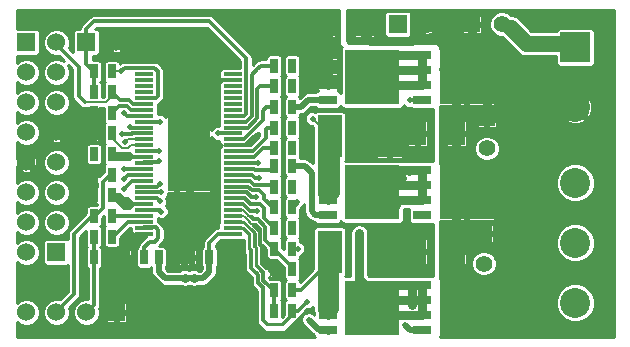
<source format=gtl>
G04 (created by PCBNEW (2013-07-07 BZR 4022)-stable) date 15/08/2017 00:06:55*
%MOIN*%
G04 Gerber Fmt 3.4, Leading zero omitted, Abs format*
%FSLAX34Y34*%
G01*
G70*
G90*
G04 APERTURE LIST*
%ADD10C,0.00590551*%
%ADD11R,0.0610236X0.011811*%
%ADD12R,0.142126X0.25*%
%ADD13R,0.181102X0.181102*%
%ADD14R,0.0590551X0.0314961*%
%ADD15R,0.08X0.14*%
%ADD16R,0.06X0.08*%
%ADD17R,0.06X0.06*%
%ADD18C,0.06*%
%ADD19R,0.055X0.055*%
%ADD20C,0.055*%
%ADD21C,0.1*%
%ADD22R,0.1X0.1*%
%ADD23R,0.025X0.045*%
%ADD24C,0.02*%
%ADD25C,0.012*%
%ADD26C,0.03*%
%ADD27C,0.02*%
%ADD28C,0.006*%
%ADD29C,0.01*%
G04 APERTURE END LIST*
G54D10*
G54D11*
X29429Y-11318D03*
X29429Y-11515D03*
X29429Y-11712D03*
X29429Y-11909D03*
X29429Y-12106D03*
X29429Y-12303D03*
X29429Y-12500D03*
X29429Y-12696D03*
X29429Y-12893D03*
X29429Y-13090D03*
X29429Y-13287D03*
X29429Y-13484D03*
X29429Y-13681D03*
X29429Y-13877D03*
X29429Y-14074D03*
X29429Y-14271D03*
X29429Y-14468D03*
X29429Y-14665D03*
X29429Y-14862D03*
X29429Y-15059D03*
X29429Y-15255D03*
X29429Y-15452D03*
X29429Y-15649D03*
X29429Y-15846D03*
X29429Y-16043D03*
X29429Y-16240D03*
X29429Y-16437D03*
X29429Y-16633D03*
X32381Y-16633D03*
X32381Y-16437D03*
X32381Y-16240D03*
X32381Y-16043D03*
X32381Y-15846D03*
X32381Y-15649D03*
X32381Y-15452D03*
X32381Y-15255D03*
X32381Y-15059D03*
X32381Y-14862D03*
X32381Y-14665D03*
X32381Y-14468D03*
X32381Y-14271D03*
X32381Y-14074D03*
X32381Y-13877D03*
X32381Y-13681D03*
X32381Y-13484D03*
X32381Y-13287D03*
X32381Y-13090D03*
X32381Y-12893D03*
X32381Y-12696D03*
X32381Y-12500D03*
X32381Y-12303D03*
X32381Y-12106D03*
X32381Y-11909D03*
X32381Y-11712D03*
X32381Y-11515D03*
X32381Y-11318D03*
G54D12*
X30905Y-13976D03*
G54D13*
X37027Y-15255D03*
G54D14*
X35545Y-16005D03*
X35545Y-15505D03*
X35545Y-15005D03*
X35545Y-14505D03*
G54D13*
X40177Y-15255D03*
G54D14*
X38694Y-16005D03*
X38694Y-15505D03*
X38694Y-15005D03*
X38694Y-14505D03*
G54D13*
X40177Y-19094D03*
G54D14*
X38694Y-19844D03*
X38694Y-19344D03*
X38694Y-18844D03*
X38694Y-18344D03*
G54D13*
X37027Y-19094D03*
G54D14*
X35545Y-19844D03*
X35545Y-19344D03*
X35545Y-18844D03*
X35545Y-18344D03*
G54D13*
X37027Y-11417D03*
G54D14*
X35545Y-12167D03*
X35545Y-11667D03*
X35545Y-11167D03*
X35545Y-10667D03*
G54D13*
X40177Y-11417D03*
G54D14*
X38694Y-12167D03*
X38694Y-11667D03*
X38694Y-11167D03*
X38694Y-10667D03*
G54D15*
X35614Y-13385D03*
X37614Y-13385D03*
X35614Y-17224D03*
X37614Y-17224D03*
G54D16*
X39823Y-17224D03*
X38523Y-17224D03*
X36772Y-9645D03*
X35472Y-9645D03*
X39823Y-13287D03*
X38523Y-13287D03*
G54D17*
X25500Y-10250D03*
G54D18*
X26500Y-10250D03*
X25500Y-11250D03*
X26500Y-11250D03*
X25500Y-12250D03*
X26500Y-12250D03*
X25500Y-13250D03*
X26500Y-13250D03*
G54D17*
X26500Y-17250D03*
G54D18*
X25500Y-17250D03*
X26500Y-16250D03*
X25500Y-16250D03*
X26500Y-15250D03*
X25500Y-15250D03*
X26500Y-14250D03*
X25500Y-14250D03*
G54D17*
X28500Y-19250D03*
G54D18*
X27500Y-19250D03*
X26500Y-19250D03*
X25500Y-19250D03*
G54D17*
X27500Y-10250D03*
G54D18*
X28500Y-10250D03*
G54D17*
X37885Y-9645D03*
G54D18*
X38885Y-9645D03*
G54D19*
X40846Y-12787D03*
G54D20*
X40846Y-13787D03*
G54D19*
X40346Y-9645D03*
G54D20*
X41346Y-9645D03*
G54D19*
X40748Y-16625D03*
G54D20*
X40748Y-17625D03*
G54D21*
X43799Y-14929D03*
X43799Y-16929D03*
X43799Y-18929D03*
G54D22*
X43799Y-10417D03*
G54D21*
X43799Y-12417D03*
G54D23*
X27751Y-17421D03*
X28351Y-17421D03*
X27751Y-13287D03*
X28351Y-13287D03*
X28351Y-13976D03*
X27751Y-13976D03*
X33755Y-15059D03*
X34355Y-15059D03*
X33755Y-13090D03*
X34355Y-13090D03*
X34355Y-17814D03*
X33755Y-17814D03*
X33755Y-19192D03*
X34355Y-19192D03*
X27751Y-15354D03*
X28351Y-15354D03*
X33755Y-11023D03*
X34355Y-11023D03*
X28351Y-14665D03*
X27751Y-14665D03*
X31599Y-17421D03*
X30999Y-17421D03*
X29916Y-17421D03*
X30516Y-17421D03*
X28833Y-17421D03*
X29433Y-17421D03*
X27751Y-11220D03*
X28351Y-11220D03*
X33755Y-14370D03*
X34355Y-14370D03*
X33755Y-15748D03*
X34355Y-15748D03*
X33755Y-16437D03*
X34355Y-16437D03*
X33755Y-17125D03*
X34355Y-17125D03*
X33755Y-12401D03*
X34355Y-12401D03*
X33755Y-11712D03*
X34355Y-11712D03*
X33755Y-18503D03*
X34355Y-18503D03*
X28351Y-16732D03*
X27751Y-16732D03*
X27751Y-11909D03*
X28351Y-11909D03*
X33755Y-13779D03*
X34355Y-13779D03*
X27751Y-12598D03*
X28351Y-12598D03*
X27751Y-16043D03*
X28351Y-16043D03*
G54D24*
X40866Y-10708D03*
X40511Y-10708D03*
X40275Y-10944D03*
X39960Y-11141D03*
X39645Y-11141D03*
X39370Y-11141D03*
X39488Y-11417D03*
X39881Y-11377D03*
X40236Y-11377D03*
X40551Y-11377D03*
X40905Y-11377D03*
X40748Y-11062D03*
X39488Y-19212D03*
X39488Y-19527D03*
X39488Y-19881D03*
X39842Y-19881D03*
X39842Y-19527D03*
X39842Y-19204D03*
X40196Y-19212D03*
X40196Y-19527D03*
X40196Y-19881D03*
X40551Y-19881D03*
X40551Y-19527D03*
X40551Y-19204D03*
X40905Y-19527D03*
X40905Y-19881D03*
X40551Y-15826D03*
X40551Y-15433D03*
X40905Y-15433D03*
X40905Y-15866D03*
X39448Y-15826D03*
X39842Y-15826D03*
X39842Y-15433D03*
X40196Y-15433D03*
X40196Y-15826D03*
X39448Y-15433D03*
X31070Y-18094D03*
X30779Y-18098D03*
X28799Y-13562D03*
X29921Y-14212D03*
X28759Y-14488D03*
X28759Y-15137D03*
X29980Y-15255D03*
X28759Y-14803D03*
X29940Y-14960D03*
X29940Y-15551D03*
X29988Y-15889D03*
X28700Y-13307D03*
X29940Y-12893D03*
X28937Y-13070D03*
X37992Y-11181D03*
X37716Y-11535D03*
X37244Y-10984D03*
X37572Y-11167D03*
X36811Y-11023D03*
X37086Y-11259D03*
X37283Y-10669D03*
X36732Y-10669D03*
X36299Y-10669D03*
X37797Y-10667D03*
X31889Y-13287D03*
X36417Y-11023D03*
X34355Y-11023D03*
X38267Y-14527D03*
X38694Y-14505D03*
X38031Y-14763D03*
X38267Y-15000D03*
X37834Y-15669D03*
X37777Y-14505D03*
X36667Y-14867D03*
X37480Y-15505D03*
X37598Y-15944D03*
X37086Y-15944D03*
X36811Y-15551D03*
X36377Y-15275D03*
X36259Y-14921D03*
X36299Y-14527D03*
X37050Y-15250D03*
X34380Y-13100D03*
X33210Y-14270D03*
X38346Y-19015D03*
X38346Y-18700D03*
X38346Y-18346D03*
X38740Y-18346D03*
X37204Y-19015D03*
X37598Y-19251D03*
X37598Y-18779D03*
X37598Y-18385D03*
X37244Y-19685D03*
X37637Y-19685D03*
X36850Y-19291D03*
X36850Y-18779D03*
X36811Y-19685D03*
X36850Y-18385D03*
X36338Y-19685D03*
X36338Y-19291D03*
X36299Y-18779D03*
X36299Y-18385D03*
X36600Y-16620D03*
X33160Y-15400D03*
X34360Y-15060D03*
X35039Y-12795D03*
X34547Y-17125D03*
X33250Y-14760D03*
X35540Y-14760D03*
X33180Y-15880D03*
X35620Y-17220D03*
X28740Y-12598D03*
X28661Y-11220D03*
X30748Y-17421D03*
X29212Y-17992D03*
X27775Y-13275D03*
X31496Y-12992D03*
X31496Y-13385D03*
X31496Y-13779D03*
X30314Y-12992D03*
X30314Y-13385D03*
X30314Y-13779D03*
X30314Y-14173D03*
X30314Y-14566D03*
X30314Y-14960D03*
X30708Y-14960D03*
X30708Y-14566D03*
X30708Y-14173D03*
X30708Y-13779D03*
X30708Y-13385D03*
X30708Y-12992D03*
X31102Y-12992D03*
X31102Y-13385D03*
X31102Y-13779D03*
X31102Y-14173D03*
X31102Y-14566D03*
X31102Y-14960D03*
X35545Y-9875D03*
X35545Y-10275D03*
X38070Y-13188D03*
X38503Y-13287D03*
X37598Y-13858D03*
X37913Y-13858D03*
X38070Y-13543D03*
X37362Y-13740D03*
X37795Y-12913D03*
X37614Y-17224D03*
X37834Y-17244D03*
X37834Y-16968D03*
X37598Y-16968D03*
X37362Y-16948D03*
X37834Y-16692D03*
X37598Y-16692D03*
X37362Y-16692D03*
X33220Y-13338D03*
X33444Y-17578D03*
X37614Y-13385D03*
X37106Y-17814D03*
X34842Y-18897D03*
X34870Y-9340D03*
X34870Y-9920D03*
X34870Y-9640D03*
X27751Y-13976D03*
X29921Y-13877D03*
X34355Y-11712D03*
X38270Y-12180D03*
X38118Y-19681D03*
X34520Y-15560D03*
X34909Y-19492D03*
X34355Y-16437D03*
X38694Y-16005D03*
X34370Y-13790D03*
G54D25*
X27500Y-10250D02*
X27500Y-10969D01*
X27500Y-10969D02*
X27751Y-11220D01*
X27751Y-11909D02*
X27751Y-11220D01*
X32830Y-12401D02*
X32830Y-10782D01*
X32830Y-10782D02*
X31594Y-9547D01*
X31594Y-9547D02*
X27755Y-9547D01*
X27755Y-9547D02*
X27500Y-9803D01*
X27500Y-9803D02*
X27500Y-10250D01*
X32381Y-12696D02*
X32763Y-12696D01*
X32830Y-12629D02*
X32830Y-12401D01*
X32830Y-12401D02*
X32830Y-12380D01*
X32763Y-12696D02*
X32830Y-12629D01*
G54D26*
X39823Y-17224D02*
X39823Y-19508D01*
X39823Y-19508D02*
X39842Y-19527D01*
X39842Y-19527D02*
X40177Y-19094D01*
X40177Y-11417D02*
X40177Y-11397D01*
X40177Y-11397D02*
X40866Y-10708D01*
X40511Y-10708D02*
X40275Y-10944D01*
X39960Y-11141D02*
X39645Y-11141D01*
X39370Y-11141D02*
X39488Y-11259D01*
X39488Y-11259D02*
X39488Y-11417D01*
X39881Y-11377D02*
X40236Y-11377D01*
X40551Y-11377D02*
X40905Y-11377D01*
X40748Y-11062D02*
X40177Y-11417D01*
X40177Y-19094D02*
X39606Y-19094D01*
X39606Y-19094D02*
X39488Y-19212D01*
X39488Y-19527D02*
X39488Y-19881D01*
X39842Y-19881D02*
X39842Y-19527D01*
X39842Y-19204D02*
X39850Y-19212D01*
X39850Y-19212D02*
X40196Y-19212D01*
X40196Y-19527D02*
X40196Y-19881D01*
X40551Y-19881D02*
X40551Y-19527D01*
X40551Y-19204D02*
X40874Y-19527D01*
X40874Y-19527D02*
X40905Y-19527D01*
X40905Y-19881D02*
X40177Y-19094D01*
X40551Y-15826D02*
X40551Y-15433D01*
X40905Y-15433D02*
X40905Y-15866D01*
X39448Y-15826D02*
X39842Y-15826D01*
X39842Y-15433D02*
X40196Y-15433D01*
X40196Y-15826D02*
X40177Y-15255D01*
X40177Y-15255D02*
X39625Y-15255D01*
X39625Y-15255D02*
X39448Y-15433D01*
X40846Y-12787D02*
X41031Y-12787D01*
X41031Y-12787D02*
X41181Y-12637D01*
X41181Y-12637D02*
X43578Y-12637D01*
X43578Y-12637D02*
X43799Y-12417D01*
X43799Y-12417D02*
X43488Y-12417D01*
X43488Y-12417D02*
X43425Y-12480D01*
X43425Y-12480D02*
X41153Y-12480D01*
X41153Y-12480D02*
X40846Y-12787D01*
X40846Y-12787D02*
X43429Y-12787D01*
X43429Y-12787D02*
X43799Y-12417D01*
X31070Y-18094D02*
X31070Y-18110D01*
X40177Y-19094D02*
X40059Y-19212D01*
X40059Y-19212D02*
X40059Y-19629D01*
X30779Y-18098D02*
X30779Y-18110D01*
X36772Y-9645D02*
X36772Y-10020D01*
X36772Y-10020D02*
X36944Y-10192D01*
X36944Y-10192D02*
X38338Y-10192D01*
X38338Y-10192D02*
X38885Y-9645D01*
X38885Y-9645D02*
X40346Y-9645D01*
X40346Y-9645D02*
X40346Y-11248D01*
X40346Y-11248D02*
X40177Y-11417D01*
X40846Y-12787D02*
X40846Y-12086D01*
X40846Y-12086D02*
X40177Y-11417D01*
X39823Y-13287D02*
X39823Y-14901D01*
X39823Y-14901D02*
X40177Y-15255D01*
X39823Y-13287D02*
X39823Y-11771D01*
X39823Y-11771D02*
X40177Y-11417D01*
X39823Y-17224D02*
X39823Y-15609D01*
X39823Y-15609D02*
X40177Y-15255D01*
X39823Y-17224D02*
X39823Y-18740D01*
X39823Y-18740D02*
X40177Y-19094D01*
X40748Y-16625D02*
X40421Y-16625D01*
X40421Y-16625D02*
X39823Y-17224D01*
G54D27*
X31599Y-17421D02*
X31599Y-17908D01*
X31599Y-17908D02*
X31397Y-18110D01*
X31397Y-18110D02*
X31070Y-18110D01*
X31070Y-18110D02*
X30779Y-18110D01*
X30779Y-18110D02*
X30118Y-18110D01*
X29916Y-17421D02*
X29916Y-17908D01*
X29916Y-17908D02*
X30118Y-18110D01*
G54D25*
X32381Y-16633D02*
X31889Y-16633D01*
X31889Y-16633D02*
X31599Y-16924D01*
X31599Y-16924D02*
X31599Y-17421D01*
X27751Y-16043D02*
X27681Y-16043D01*
X27681Y-16043D02*
X27082Y-16641D01*
X27082Y-16641D02*
X27082Y-18645D01*
X27082Y-18645D02*
X26507Y-19220D01*
X26507Y-19220D02*
X26500Y-19250D01*
X28351Y-14665D02*
X28275Y-14665D01*
X28275Y-14665D02*
X28051Y-14889D01*
X28051Y-14889D02*
X28051Y-15771D01*
X28051Y-15771D02*
X27783Y-16039D01*
X27783Y-16039D02*
X27751Y-16043D01*
X27500Y-19250D02*
X27751Y-18998D01*
X27751Y-18998D02*
X27751Y-17381D01*
X27751Y-17381D02*
X27751Y-17421D01*
X27751Y-17421D02*
X27751Y-16732D01*
G54D28*
X28877Y-13484D02*
X29429Y-13484D01*
X28799Y-13562D02*
X28877Y-13484D01*
G54D25*
X29429Y-14254D02*
X29429Y-14271D01*
X29879Y-14254D02*
X29429Y-14254D01*
X29921Y-14212D02*
X29879Y-14254D01*
X32381Y-13090D02*
X32878Y-13090D01*
X33297Y-11712D02*
X33755Y-11712D01*
X33190Y-11819D02*
X33297Y-11712D01*
X33190Y-12779D02*
X33190Y-11819D01*
X32878Y-13090D02*
X33190Y-12779D01*
X32381Y-14074D02*
X33094Y-14074D01*
X33389Y-13779D02*
X33755Y-13779D01*
X33094Y-14074D02*
X33389Y-13779D01*
X32381Y-15059D02*
X32894Y-15059D01*
X32894Y-15059D02*
X33005Y-15170D01*
X33005Y-15170D02*
X33250Y-15170D01*
X33250Y-15170D02*
X33420Y-15340D01*
X33420Y-15340D02*
X33420Y-15460D01*
X33420Y-15460D02*
X33708Y-15748D01*
X33708Y-15748D02*
X33755Y-15748D01*
X33290Y-12933D02*
X32739Y-13484D01*
X32739Y-13484D02*
X32381Y-13484D01*
X33755Y-12401D02*
X33498Y-12401D01*
X33370Y-12853D02*
X33290Y-12933D01*
X33370Y-12530D02*
X33370Y-12853D01*
X33498Y-12401D02*
X33370Y-12530D01*
X32381Y-14468D02*
X33078Y-14468D01*
X33078Y-14468D02*
X33130Y-14520D01*
X33130Y-14520D02*
X33605Y-14520D01*
X33605Y-14520D02*
X33755Y-14370D01*
X32381Y-15452D02*
X32779Y-15452D01*
X32779Y-15452D02*
X32966Y-15640D01*
X32966Y-15640D02*
X33300Y-15640D01*
X33300Y-15640D02*
X33420Y-15760D01*
X33420Y-15760D02*
X33420Y-16100D01*
X33420Y-16100D02*
X33755Y-16435D01*
X33755Y-16435D02*
X33755Y-16437D01*
X29429Y-14468D02*
X28779Y-14468D01*
X28779Y-14468D02*
X28759Y-14488D01*
X29429Y-14862D02*
X29035Y-14862D01*
X29035Y-14862D02*
X28759Y-15137D01*
X29822Y-15255D02*
X29980Y-15255D01*
X29429Y-15255D02*
X29822Y-15255D01*
X29822Y-15255D02*
X29862Y-15255D01*
X28897Y-14665D02*
X29429Y-14665D01*
X28759Y-14803D02*
X28897Y-14665D01*
X29842Y-15059D02*
X29429Y-15059D01*
X29940Y-14960D02*
X29842Y-15059D01*
X29429Y-15452D02*
X29842Y-15452D01*
X29842Y-15452D02*
X29940Y-15551D01*
X29988Y-15889D02*
X29944Y-15846D01*
X29944Y-15846D02*
X29397Y-15846D01*
X29397Y-15846D02*
X29429Y-15846D01*
X29429Y-13287D02*
X29035Y-13287D01*
X29035Y-13287D02*
X29015Y-13307D01*
X29015Y-13307D02*
X28700Y-13307D01*
X29940Y-12893D02*
X29429Y-12893D01*
G54D28*
X29940Y-12893D02*
X29429Y-12893D01*
G54D25*
X29429Y-13090D02*
X28956Y-13090D01*
X28956Y-13090D02*
X28937Y-13070D01*
G54D26*
X37992Y-11181D02*
X37992Y-11167D01*
X37716Y-11535D02*
X37716Y-11667D01*
X37716Y-11667D02*
X37027Y-11417D01*
X37244Y-10984D02*
X37223Y-10963D01*
X37223Y-10963D02*
X37182Y-10963D01*
X37182Y-10963D02*
X37027Y-11417D01*
X37027Y-11417D02*
X37322Y-11417D01*
X37322Y-11417D02*
X37572Y-11167D01*
X37027Y-11417D02*
X37027Y-11240D01*
X37027Y-11240D02*
X36811Y-11023D01*
X37086Y-11259D02*
X37085Y-11258D01*
X37085Y-11258D02*
X37081Y-11258D01*
X37081Y-11258D02*
X37027Y-11417D01*
X37283Y-10669D02*
X37027Y-11417D01*
X37027Y-11417D02*
X37027Y-10964D01*
X37027Y-10964D02*
X36732Y-10669D01*
X37027Y-11417D02*
X37027Y-10964D01*
X37027Y-10964D02*
X36732Y-10669D01*
X36732Y-10669D02*
X36299Y-10669D01*
X37027Y-11417D02*
X37047Y-11417D01*
X37047Y-11417D02*
X37797Y-10667D01*
G54D25*
X32381Y-13287D02*
X31889Y-13287D01*
G54D27*
X36417Y-11023D02*
X36811Y-11417D01*
X36811Y-11417D02*
X37027Y-11417D01*
G54D26*
X38694Y-11167D02*
X38694Y-11667D01*
X38694Y-10667D02*
X38694Y-11167D01*
X38694Y-10667D02*
X37777Y-10667D01*
X37777Y-10667D02*
X37027Y-11417D01*
X38694Y-11167D02*
X37992Y-11167D01*
X37992Y-11167D02*
X37277Y-11167D01*
X37277Y-11167D02*
X37027Y-11417D01*
X38694Y-11667D02*
X37277Y-11667D01*
X37277Y-11667D02*
X37027Y-11417D01*
X38694Y-14505D02*
X38289Y-14505D01*
X38289Y-14505D02*
X38267Y-14527D01*
X38031Y-14763D02*
X37204Y-14763D01*
X37204Y-14763D02*
X37027Y-15255D01*
X38267Y-15000D02*
X38267Y-15005D01*
X37027Y-15255D02*
X37421Y-15255D01*
X37421Y-15255D02*
X37834Y-15669D01*
X37027Y-15255D02*
X37777Y-14505D01*
X36667Y-14867D02*
X36653Y-14881D01*
X36653Y-14881D02*
X37027Y-15255D01*
X37027Y-15255D02*
X37230Y-15255D01*
X37230Y-15255D02*
X37480Y-15505D01*
X37598Y-15944D02*
X37027Y-15255D01*
X37027Y-15255D02*
X37027Y-15885D01*
X37027Y-15885D02*
X37086Y-15944D01*
X36811Y-15551D02*
X37027Y-15255D01*
X37027Y-15255D02*
X36397Y-15255D01*
X36397Y-15255D02*
X36377Y-15275D01*
X37027Y-15255D02*
X36594Y-15255D01*
X36594Y-15255D02*
X36259Y-14921D01*
X37027Y-15255D02*
X36299Y-14527D01*
X38694Y-14505D02*
X38694Y-15505D01*
X38694Y-15505D02*
X37277Y-15505D01*
X37277Y-15505D02*
X37027Y-15255D01*
X38694Y-15005D02*
X38267Y-15005D01*
X38267Y-15005D02*
X37277Y-15005D01*
X37277Y-15005D02*
X37027Y-15255D01*
X38694Y-14505D02*
X37777Y-14505D01*
X37777Y-14505D02*
X37027Y-15255D01*
G54D25*
X37044Y-15255D02*
X37027Y-15255D01*
X37050Y-15250D02*
X37044Y-15255D01*
X32381Y-14271D02*
X33208Y-14271D01*
X34370Y-13090D02*
X34355Y-13090D01*
X34380Y-13100D02*
X34370Y-13090D01*
X33208Y-14271D02*
X33210Y-14270D01*
G54D26*
X38346Y-18818D02*
X38346Y-19015D01*
X38346Y-18700D02*
X38346Y-18346D01*
X38346Y-18700D02*
X38346Y-18818D01*
X38346Y-18818D02*
X38346Y-18844D01*
X38346Y-18346D02*
X38740Y-18346D01*
X38740Y-18346D02*
X38694Y-18344D01*
X38740Y-18346D02*
X38694Y-18346D01*
X38694Y-18346D02*
X38694Y-18344D01*
X37204Y-19015D02*
X37147Y-19073D01*
X37147Y-19073D02*
X37147Y-19146D01*
X37598Y-19251D02*
X37598Y-19344D01*
X37598Y-19344D02*
X37027Y-19094D01*
X37598Y-18779D02*
X37598Y-18844D01*
X37598Y-18844D02*
X37027Y-19094D01*
X37027Y-19094D02*
X37027Y-18956D01*
X37027Y-18956D02*
X37598Y-18385D01*
X37244Y-19685D02*
X37027Y-19094D01*
X37637Y-19685D02*
X37027Y-19094D01*
X36850Y-19291D02*
X36791Y-19232D01*
X36791Y-19232D02*
X37027Y-19094D01*
X36850Y-18779D02*
X36873Y-18756D01*
X36873Y-18756D02*
X36941Y-18756D01*
X36941Y-18756D02*
X37027Y-19094D01*
X37027Y-19094D02*
X37027Y-19468D01*
X37027Y-19468D02*
X36811Y-19685D01*
X37027Y-19094D02*
X37027Y-18842D01*
X37027Y-18842D02*
X36941Y-18756D01*
X36850Y-18385D02*
X36848Y-18388D01*
X36848Y-18388D02*
X37027Y-19094D01*
X37027Y-19094D02*
X36929Y-19094D01*
X36929Y-19094D02*
X36338Y-19685D01*
X37027Y-19094D02*
X36535Y-19094D01*
X36535Y-19094D02*
X36338Y-19291D01*
X37027Y-19094D02*
X36338Y-19094D01*
X37027Y-19094D02*
X36338Y-19094D01*
X36338Y-19094D02*
X36299Y-19133D01*
X36299Y-19133D02*
X37027Y-19094D01*
X37027Y-19094D02*
X36614Y-19094D01*
X36614Y-19094D02*
X36299Y-18779D01*
X37027Y-19094D02*
X37007Y-19094D01*
X37007Y-19094D02*
X36299Y-18385D01*
X37027Y-19094D02*
X37027Y-18567D01*
X37027Y-18567D02*
X36600Y-18140D01*
X36600Y-18140D02*
X36600Y-16620D01*
X38694Y-18344D02*
X38694Y-19344D01*
X38694Y-18344D02*
X37777Y-18344D01*
X37777Y-18344D02*
X37027Y-19094D01*
X38694Y-18844D02*
X38346Y-18844D01*
X38346Y-18844D02*
X37277Y-18844D01*
X37277Y-18844D02*
X37027Y-19094D01*
X38694Y-19344D02*
X37277Y-19344D01*
X37277Y-19344D02*
X37027Y-19094D01*
G54D25*
X32381Y-15255D02*
X32836Y-15255D01*
X32836Y-15255D02*
X32980Y-15400D01*
X32980Y-15400D02*
X33160Y-15400D01*
G54D27*
X34360Y-15060D02*
X34359Y-15059D01*
X34359Y-15059D02*
X34355Y-15059D01*
G54D26*
X35545Y-15005D02*
X35545Y-15505D01*
G54D25*
X34355Y-17125D02*
X34547Y-17125D01*
G54D28*
X35614Y-13370D02*
X35039Y-12795D01*
X35614Y-13370D02*
X35614Y-13385D01*
G54D25*
X32381Y-14665D02*
X33015Y-14665D01*
X33015Y-14665D02*
X33110Y-14760D01*
X33110Y-14760D02*
X33250Y-14760D01*
G54D27*
X35540Y-14760D02*
X35545Y-14765D01*
X35545Y-14765D02*
X35545Y-15005D01*
G54D26*
X35614Y-13385D02*
X35340Y-13660D01*
X35340Y-13660D02*
X35340Y-15300D01*
X35340Y-15300D02*
X35545Y-15505D01*
X35614Y-13385D02*
X35780Y-13551D01*
X35780Y-15271D02*
X35545Y-15505D01*
X35780Y-13551D02*
X35780Y-15271D01*
X35545Y-14505D02*
X35545Y-13454D01*
X35545Y-13454D02*
X35614Y-13385D01*
X35545Y-14505D02*
X35545Y-15505D01*
X35545Y-19344D02*
X35545Y-18844D01*
G54D25*
X34355Y-18503D02*
X34645Y-18503D01*
X34645Y-18503D02*
X35614Y-17535D01*
X35614Y-17535D02*
X35614Y-17224D01*
G54D28*
X35614Y-17535D02*
X35614Y-17224D01*
X34645Y-18503D02*
X35614Y-17535D01*
G54D26*
X35614Y-17224D02*
X35760Y-17370D01*
X35760Y-17370D02*
X35760Y-19129D01*
X35760Y-19129D02*
X35545Y-19344D01*
X35614Y-17224D02*
X35360Y-17478D01*
X35360Y-17478D02*
X35360Y-19100D01*
X35360Y-19100D02*
X35360Y-19159D01*
X35360Y-19159D02*
X35545Y-19344D01*
X35545Y-18344D02*
X35614Y-18275D01*
X35614Y-18275D02*
X35614Y-17224D01*
X35545Y-19344D02*
X35545Y-18344D01*
G54D25*
X32381Y-15649D02*
X32721Y-15649D01*
X32721Y-15649D02*
X32951Y-15880D01*
X32951Y-15880D02*
X33180Y-15880D01*
G54D27*
X35620Y-17220D02*
X35618Y-17220D01*
X35618Y-17220D02*
X35614Y-17224D01*
G54D25*
X34355Y-17814D02*
X34355Y-17725D01*
X34355Y-17725D02*
X33755Y-17125D01*
X33207Y-16141D02*
X33070Y-16141D01*
G54D28*
X33110Y-16141D02*
X33070Y-16141D01*
X33070Y-16141D02*
X32959Y-16030D01*
X33011Y-16043D02*
X33011Y-16152D01*
X32878Y-16019D02*
X33011Y-16152D01*
X33011Y-16152D02*
X33040Y-16181D01*
X33040Y-16181D02*
X33246Y-16181D01*
X33246Y-16181D02*
X33246Y-16141D01*
X33110Y-16141D02*
X33011Y-16043D01*
X33011Y-16043D02*
X32998Y-16030D01*
X32889Y-16030D02*
X32878Y-16019D01*
X32878Y-16019D02*
X32706Y-15846D01*
X32998Y-16030D02*
X32959Y-16030D01*
X32959Y-16030D02*
X32889Y-16030D01*
G54D25*
X33755Y-17125D02*
X33464Y-16835D01*
G54D28*
X32706Y-15846D02*
X32381Y-15846D01*
G54D25*
X33464Y-16399D02*
X33207Y-16141D01*
X33464Y-16835D02*
X33464Y-16399D01*
G54D28*
X32915Y-16423D02*
X32763Y-16271D01*
X32763Y-16271D02*
X32688Y-16271D01*
G54D25*
X33755Y-18503D02*
X33755Y-19192D01*
G54D28*
X33618Y-18448D02*
X33700Y-18448D01*
X33700Y-18448D02*
X33755Y-18503D01*
X32381Y-16240D02*
X32692Y-16240D01*
X32915Y-16423D02*
X33086Y-16594D01*
X33086Y-16594D02*
X33086Y-17070D01*
X33086Y-17070D02*
X33137Y-17122D01*
X33137Y-17122D02*
X33137Y-17708D01*
X33137Y-17708D02*
X33362Y-17933D01*
X33362Y-17933D02*
X33362Y-18192D01*
X33362Y-18192D02*
X33618Y-18448D01*
X32381Y-16240D02*
X32760Y-16240D01*
X32760Y-16240D02*
X33137Y-16617D01*
X33137Y-16617D02*
X33137Y-17049D01*
X33137Y-17049D02*
X33194Y-17106D01*
X33194Y-17106D02*
X33194Y-17687D01*
X33194Y-17687D02*
X33417Y-17909D01*
X33417Y-17909D02*
X33417Y-18173D01*
X33417Y-18173D02*
X33748Y-18503D01*
X33748Y-18503D02*
X33755Y-18503D01*
G54D25*
X29429Y-12696D02*
X28838Y-12696D01*
X28838Y-12696D02*
X28740Y-12598D01*
X26500Y-10250D02*
X26500Y-10318D01*
X26500Y-10318D02*
X27244Y-11062D01*
X27244Y-11062D02*
X27244Y-12047D01*
X27244Y-12047D02*
X27440Y-12244D01*
X29429Y-12303D02*
X29053Y-12303D01*
X29053Y-12303D02*
X28932Y-12182D01*
X28932Y-12182D02*
X28623Y-12182D01*
X28623Y-12182D02*
X28351Y-11909D01*
G54D28*
X27244Y-11456D02*
X27244Y-12047D01*
X26500Y-10318D02*
X27244Y-11062D01*
X27244Y-11062D02*
X27244Y-11456D01*
X26500Y-10250D02*
X26500Y-10318D01*
X28351Y-12042D02*
X28351Y-11909D01*
X28149Y-12244D02*
X28351Y-12042D01*
X27440Y-12244D02*
X28149Y-12244D01*
X27244Y-12047D02*
X27440Y-12244D01*
G54D25*
X29429Y-12106D02*
X29822Y-12106D01*
X29822Y-12106D02*
X29881Y-12047D01*
X29881Y-12047D02*
X29881Y-11220D01*
X29881Y-11220D02*
X29763Y-11102D01*
X29763Y-11102D02*
X28779Y-11102D01*
X28779Y-11102D02*
X28661Y-11220D01*
G54D28*
X28661Y-11220D02*
X28622Y-11220D01*
X28622Y-11220D02*
X28351Y-11220D01*
G54D26*
X29212Y-17992D02*
X28833Y-17613D01*
X28833Y-17613D02*
X28833Y-17421D01*
X41346Y-9645D02*
X41692Y-9645D01*
X41692Y-9645D02*
X42204Y-10157D01*
X42204Y-10157D02*
X43539Y-10157D01*
X43539Y-10157D02*
X43799Y-10417D01*
X43799Y-10417D02*
X42118Y-10417D01*
X42118Y-10417D02*
X41346Y-9645D01*
G54D25*
X28351Y-17421D02*
X28500Y-17570D01*
X28500Y-17570D02*
X28500Y-19220D01*
X28500Y-19220D02*
X28500Y-19250D01*
X27751Y-14665D02*
X27590Y-14665D01*
X27590Y-14665D02*
X27259Y-14334D01*
X27259Y-14334D02*
X27259Y-13318D01*
X27259Y-13318D02*
X27259Y-13250D01*
X27751Y-14665D02*
X27751Y-15385D01*
X27751Y-15385D02*
X27755Y-15389D01*
X27755Y-15389D02*
X27751Y-15354D01*
X27751Y-13287D02*
X27763Y-13287D01*
X27763Y-13287D02*
X27775Y-13275D01*
G54D27*
X27751Y-13287D02*
X27751Y-12660D01*
X27751Y-12660D02*
X27736Y-12645D01*
X27736Y-12645D02*
X27751Y-12598D01*
X26500Y-13250D02*
X27259Y-13250D01*
X27259Y-13250D02*
X27722Y-13250D01*
X27722Y-13250D02*
X27732Y-13240D01*
X27732Y-13240D02*
X27751Y-13287D01*
X25500Y-14250D02*
X25500Y-14196D01*
X25500Y-14196D02*
X26484Y-13212D01*
X26484Y-13212D02*
X26500Y-13250D01*
X28500Y-10250D02*
X29935Y-10250D01*
X29935Y-10250D02*
X30708Y-11023D01*
X30708Y-11023D02*
X30708Y-13385D01*
X30708Y-13385D02*
X30905Y-13976D01*
G54D25*
X30905Y-13976D02*
X30905Y-13582D01*
X30905Y-13582D02*
X31496Y-12992D01*
X31496Y-13385D02*
X31496Y-13779D01*
X30905Y-13976D02*
X30905Y-13582D01*
X30905Y-13582D02*
X30314Y-12992D01*
X30314Y-13385D02*
X30314Y-13779D01*
X30314Y-14173D02*
X30314Y-14566D01*
X30314Y-14960D02*
X30708Y-14960D01*
X30708Y-14566D02*
X30708Y-14173D01*
X30708Y-13779D02*
X30708Y-13385D01*
X30708Y-12992D02*
X31102Y-12992D01*
X31102Y-13385D02*
X31102Y-13779D01*
X31102Y-14173D02*
X31102Y-14566D01*
X31102Y-14960D02*
X30905Y-13976D01*
X28833Y-17421D02*
X28351Y-17421D01*
X29429Y-16633D02*
X29291Y-16633D01*
X29291Y-16633D02*
X28833Y-17091D01*
X28833Y-17091D02*
X28833Y-17421D01*
G54D26*
X34870Y-9920D02*
X35501Y-9920D01*
X35501Y-9920D02*
X35545Y-9875D01*
X34870Y-9920D02*
X34870Y-9992D01*
X34870Y-9992D02*
X35153Y-10275D01*
X35153Y-10275D02*
X35545Y-10275D01*
X38070Y-13188D02*
X38169Y-13287D01*
X38169Y-13287D02*
X38503Y-13287D01*
X37614Y-13385D02*
X37614Y-13842D01*
X37614Y-13842D02*
X37598Y-13858D01*
X37913Y-13858D02*
X38070Y-13700D01*
X38070Y-13700D02*
X38070Y-13543D01*
X37614Y-13385D02*
X37362Y-13637D01*
X37362Y-13637D02*
X37362Y-13740D01*
X37614Y-13385D02*
X37795Y-13204D01*
X37795Y-13204D02*
X37795Y-12913D01*
X37614Y-17224D02*
X37633Y-17244D01*
X37633Y-17244D02*
X37834Y-17244D01*
X37834Y-16968D02*
X37834Y-17003D01*
X37834Y-17003D02*
X37614Y-17224D01*
X37598Y-16968D02*
X37606Y-16968D01*
X37606Y-16968D02*
X37606Y-16968D01*
X37606Y-16968D02*
X37614Y-17224D01*
X37614Y-17224D02*
X37362Y-16972D01*
X37362Y-16972D02*
X37362Y-16948D01*
X37614Y-17224D02*
X37834Y-17003D01*
X37834Y-17003D02*
X37834Y-16692D01*
X37598Y-16692D02*
X37614Y-17224D01*
X37362Y-16692D02*
X37362Y-16948D01*
X37362Y-16948D02*
X37637Y-17224D01*
X37637Y-17224D02*
X37614Y-17224D01*
G54D25*
X32381Y-13681D02*
X32797Y-13681D01*
X32797Y-13681D02*
X33139Y-13338D01*
X33139Y-13338D02*
X33220Y-13338D01*
X32381Y-11515D02*
X31397Y-11515D01*
X31397Y-11515D02*
X30905Y-12007D01*
X30905Y-12007D02*
X30905Y-13976D01*
G54D27*
X30516Y-17421D02*
X30748Y-17421D01*
X30748Y-17421D02*
X30999Y-17421D01*
X30516Y-17421D02*
X30516Y-14365D01*
X30516Y-14365D02*
X30905Y-13976D01*
X30905Y-13976D02*
X30999Y-14070D01*
X30999Y-14070D02*
X30999Y-17421D01*
G54D25*
X33444Y-17578D02*
X33421Y-17602D01*
X33421Y-17602D02*
X33374Y-17602D01*
G54D28*
X32381Y-16437D02*
X32681Y-16437D01*
X32681Y-16437D02*
X32913Y-16669D01*
X32913Y-16669D02*
X32913Y-17145D01*
X32913Y-17145D02*
X32968Y-17200D01*
X32968Y-17200D02*
X32968Y-17779D01*
X32968Y-17779D02*
X33188Y-18000D01*
X33188Y-18000D02*
X33188Y-18267D01*
X33188Y-18267D02*
X33366Y-18444D01*
X33366Y-18444D02*
X33366Y-19515D01*
X33366Y-19515D02*
X33535Y-19685D01*
X33535Y-19685D02*
X34043Y-19685D01*
X34043Y-19685D02*
X34355Y-19373D01*
X34355Y-19373D02*
X34355Y-19192D01*
X32381Y-16437D02*
X32759Y-16437D01*
X32759Y-16437D02*
X32966Y-16644D01*
X32966Y-16644D02*
X32966Y-17120D01*
X32966Y-17120D02*
X33017Y-17171D01*
X33017Y-17171D02*
X33017Y-17758D01*
X33017Y-17758D02*
X33242Y-17982D01*
X33242Y-17982D02*
X33242Y-18242D01*
X33242Y-18242D02*
X33421Y-18421D01*
X33421Y-18421D02*
X33421Y-19496D01*
X33421Y-19496D02*
X33555Y-19629D01*
X33555Y-19629D02*
X34027Y-19629D01*
X34027Y-19629D02*
X34355Y-19302D01*
X34355Y-19302D02*
X34355Y-19192D01*
X33062Y-16303D02*
X33062Y-16314D01*
X33062Y-16314D02*
X33271Y-16523D01*
X33271Y-16523D02*
X33271Y-16480D01*
X33271Y-16480D02*
X33118Y-16326D01*
X33118Y-16326D02*
X33110Y-16326D01*
X33110Y-16326D02*
X33110Y-16303D01*
X32774Y-16084D02*
X33257Y-16567D01*
X33257Y-16567D02*
X33257Y-16999D01*
X33257Y-16999D02*
X33374Y-17116D01*
X33374Y-17116D02*
X33374Y-17129D01*
X33374Y-17267D02*
X33374Y-17559D01*
X33374Y-17559D02*
X33314Y-17618D01*
X33374Y-17570D02*
X33362Y-17570D01*
X33362Y-17570D02*
X33314Y-17618D01*
X33314Y-17618D02*
X33314Y-17637D01*
X33314Y-16720D02*
X33314Y-16964D01*
X33314Y-16964D02*
X33374Y-17023D01*
X33374Y-17023D02*
X33374Y-17129D01*
X33374Y-17129D02*
X33374Y-17267D01*
X33374Y-17267D02*
X33374Y-17570D01*
X33374Y-17570D02*
X33374Y-17602D01*
X33374Y-17602D02*
X33374Y-17618D01*
X33374Y-17618D02*
X33515Y-17759D01*
X33515Y-17759D02*
X33622Y-17759D01*
X33755Y-17814D02*
X33492Y-17814D01*
X33492Y-17814D02*
X33314Y-17637D01*
X33314Y-17637D02*
X33314Y-17637D01*
X33314Y-17637D02*
X33314Y-17271D01*
X32381Y-16043D02*
X32733Y-16043D01*
X32733Y-16043D02*
X32774Y-16084D01*
X32774Y-16084D02*
X32993Y-16303D01*
X32993Y-16303D02*
X33062Y-16303D01*
X33062Y-16303D02*
X33110Y-16303D01*
X33110Y-16303D02*
X33156Y-16303D01*
X33156Y-16303D02*
X33314Y-16461D01*
X33314Y-16461D02*
X33314Y-16720D01*
X33314Y-16720D02*
X33314Y-17271D01*
G54D26*
X38523Y-13287D02*
X37712Y-13287D01*
X37614Y-13385D02*
X37712Y-13287D01*
G54D25*
X34355Y-19192D02*
X34547Y-19192D01*
X37614Y-17307D02*
X37614Y-17224D01*
X37106Y-17814D02*
X37614Y-17307D01*
X34547Y-19192D02*
X34842Y-18897D01*
G54D26*
X38523Y-17224D02*
X37614Y-17224D01*
X35160Y-9640D02*
X35350Y-9830D01*
X35350Y-11472D02*
X35545Y-11667D01*
X35350Y-9830D02*
X35350Y-11472D01*
X34870Y-9640D02*
X35160Y-9640D01*
X35160Y-9640D02*
X35466Y-9640D01*
X35466Y-9640D02*
X35472Y-9645D01*
X34870Y-9920D02*
X35197Y-9920D01*
X35197Y-9920D02*
X35472Y-9645D01*
X34870Y-9340D02*
X35166Y-9340D01*
X35166Y-9340D02*
X35472Y-9645D01*
X34870Y-9340D02*
X34870Y-9640D01*
X34870Y-9640D02*
X34870Y-9920D01*
X35545Y-10667D02*
X35545Y-9718D01*
X35545Y-9718D02*
X35472Y-9645D01*
X35545Y-11167D02*
X35545Y-11667D01*
X35545Y-10667D02*
X35545Y-11167D01*
G54D25*
X28937Y-15669D02*
X28740Y-15472D01*
X28351Y-15354D02*
X28464Y-15354D01*
X28464Y-15354D02*
X28779Y-15669D01*
X28779Y-15669D02*
X28937Y-15669D01*
X28351Y-15354D02*
X28622Y-15354D01*
X28622Y-15354D02*
X28740Y-15472D01*
X28740Y-15472D02*
X28877Y-15472D01*
X28877Y-15472D02*
X29055Y-15649D01*
X28351Y-15354D02*
X28351Y-15378D01*
X28937Y-15767D02*
X29055Y-15649D01*
X28740Y-15767D02*
X28937Y-15767D01*
X28351Y-15378D02*
X28740Y-15767D01*
X29429Y-15649D02*
X29055Y-15649D01*
G54D27*
X35545Y-12167D02*
X34892Y-12167D01*
X34658Y-12401D02*
X34355Y-12401D01*
X34892Y-12167D02*
X34658Y-12401D01*
G54D25*
X33030Y-14940D02*
X33080Y-14990D01*
X33080Y-14990D02*
X33170Y-14990D01*
X32952Y-14862D02*
X33030Y-14940D01*
X33170Y-14990D02*
X33686Y-14990D01*
X33686Y-14990D02*
X33755Y-15059D01*
X32381Y-14862D02*
X32952Y-14862D01*
X29429Y-13877D02*
X29921Y-13877D01*
X38694Y-12167D02*
X38282Y-12167D01*
X38270Y-12180D02*
X38282Y-12167D01*
X32381Y-12893D02*
X32820Y-12893D01*
X33010Y-11329D02*
X33190Y-11150D01*
X33010Y-12704D02*
X33010Y-11329D01*
X32820Y-12893D02*
X33010Y-12704D01*
X33316Y-11023D02*
X33755Y-11023D01*
X33060Y-11280D02*
X33190Y-11150D01*
X33190Y-11150D02*
X33316Y-11023D01*
X33036Y-13877D02*
X32381Y-13877D01*
X33755Y-13090D02*
X33519Y-13090D01*
X33470Y-13444D02*
X33036Y-13877D01*
X33470Y-13140D02*
X33470Y-13444D01*
X33519Y-13090D02*
X33470Y-13140D01*
G54D27*
X38694Y-19844D02*
X38281Y-19844D01*
X38281Y-19844D02*
X38118Y-19681D01*
X34355Y-15748D02*
X34355Y-15724D01*
X34355Y-15724D02*
X34520Y-15560D01*
X38720Y-19840D02*
X38715Y-19844D01*
X38715Y-19844D02*
X38694Y-19844D01*
X35545Y-16005D02*
X35135Y-16005D01*
X35135Y-16005D02*
X35010Y-15880D01*
X35010Y-15880D02*
X35010Y-14610D01*
X35010Y-14610D02*
X34770Y-14370D01*
X34770Y-14370D02*
X34355Y-14370D01*
X35545Y-19844D02*
X35261Y-19844D01*
X35261Y-19844D02*
X34909Y-19492D01*
G54D26*
X35560Y-19840D02*
X35555Y-19844D01*
X35555Y-19844D02*
X35545Y-19844D01*
G54D25*
X28937Y-13976D02*
X28397Y-13976D01*
X28397Y-13976D02*
X28374Y-14000D01*
X28374Y-14000D02*
X28351Y-13976D01*
X29035Y-14074D02*
X28956Y-14153D01*
X28528Y-14153D02*
X28351Y-13976D01*
X28956Y-14153D02*
X28528Y-14153D01*
X29429Y-14074D02*
X29035Y-14074D01*
X29035Y-14074D02*
X28937Y-13976D01*
X28937Y-13976D02*
X28937Y-13976D01*
X29429Y-14074D02*
X28449Y-14074D01*
X28449Y-14074D02*
X28351Y-13976D01*
G54D27*
X34370Y-13790D02*
X34359Y-13779D01*
X34359Y-13779D02*
X34355Y-13779D01*
G54D28*
X29429Y-13681D02*
X28996Y-13681D01*
X28351Y-13429D02*
X28351Y-13287D01*
X28700Y-13779D02*
X28351Y-13429D01*
X28897Y-13779D02*
X28700Y-13779D01*
X28996Y-13681D02*
X28897Y-13779D01*
G54D25*
X29433Y-17421D02*
X29433Y-17062D01*
X29433Y-17062D02*
X29606Y-16889D01*
X29606Y-16889D02*
X29783Y-16889D01*
X29783Y-16889D02*
X29901Y-16771D01*
X29901Y-16771D02*
X29901Y-16515D01*
X29901Y-16515D02*
X29805Y-16420D01*
X29805Y-16420D02*
X29429Y-16420D01*
X29429Y-16420D02*
X29429Y-16437D01*
X29429Y-16043D02*
X28351Y-16043D01*
X29429Y-16240D02*
X28877Y-16240D01*
X28877Y-16240D02*
X28385Y-16732D01*
X28385Y-16732D02*
X28351Y-16732D01*
X29429Y-12500D02*
X28996Y-12500D01*
X28996Y-12500D02*
X28858Y-12362D01*
X28858Y-12362D02*
X28587Y-12362D01*
X28587Y-12362D02*
X28351Y-12598D01*
G54D28*
X28508Y-12440D02*
X28351Y-12598D01*
G54D10*
G36*
X32620Y-11109D02*
X32047Y-11109D01*
X31991Y-11132D01*
X31949Y-11174D01*
X31926Y-11229D01*
X31926Y-11289D01*
X31926Y-11407D01*
X31949Y-11462D01*
X31991Y-11505D01*
X32017Y-11515D01*
X31991Y-11526D01*
X31949Y-11568D01*
X31926Y-11623D01*
X31926Y-11683D01*
X31926Y-11801D01*
X31930Y-11810D01*
X31926Y-11820D01*
X31926Y-11880D01*
X31926Y-11998D01*
X31930Y-12007D01*
X31926Y-12017D01*
X31926Y-12076D01*
X31926Y-12195D01*
X31930Y-12204D01*
X31926Y-12214D01*
X31926Y-12273D01*
X31926Y-12391D01*
X31930Y-12401D01*
X31926Y-12410D01*
X31926Y-12470D01*
X31926Y-12588D01*
X31930Y-12598D01*
X31926Y-12607D01*
X31926Y-12667D01*
X31926Y-12785D01*
X31930Y-12795D01*
X31926Y-12804D01*
X31926Y-12864D01*
X31926Y-12982D01*
X31930Y-12992D01*
X31926Y-13001D01*
X31926Y-13037D01*
X31840Y-13037D01*
X31748Y-13075D01*
X31677Y-13145D01*
X31666Y-13174D01*
X31666Y-12716D01*
X31658Y-12698D01*
X31644Y-12684D01*
X31626Y-12676D01*
X31606Y-12676D01*
X30968Y-12676D01*
X30955Y-12688D01*
X30955Y-13926D01*
X31653Y-13926D01*
X31666Y-13913D01*
X31666Y-13400D01*
X31677Y-13428D01*
X31747Y-13499D01*
X31839Y-13537D01*
X31926Y-13537D01*
X31926Y-13573D01*
X31949Y-13628D01*
X31991Y-13670D01*
X32017Y-13681D01*
X31991Y-13691D01*
X31949Y-13733D01*
X31926Y-13788D01*
X31926Y-13848D01*
X31926Y-13966D01*
X31930Y-13976D01*
X31926Y-13985D01*
X31926Y-14045D01*
X31926Y-14163D01*
X31930Y-14173D01*
X31926Y-14182D01*
X31926Y-14242D01*
X31926Y-14360D01*
X31930Y-14370D01*
X31926Y-14379D01*
X31926Y-14439D01*
X31926Y-14557D01*
X31930Y-14566D01*
X31926Y-14576D01*
X31926Y-14636D01*
X31926Y-14754D01*
X31930Y-14763D01*
X31926Y-14773D01*
X31926Y-14832D01*
X31926Y-14950D01*
X31930Y-14960D01*
X31926Y-14970D01*
X31926Y-15029D01*
X31926Y-15147D01*
X31930Y-15157D01*
X31926Y-15166D01*
X31926Y-15226D01*
X31926Y-15344D01*
X31930Y-15354D01*
X31926Y-15363D01*
X31926Y-15423D01*
X31926Y-15541D01*
X31930Y-15551D01*
X31926Y-15560D01*
X31926Y-15620D01*
X31926Y-15738D01*
X31930Y-15747D01*
X31926Y-15757D01*
X31926Y-15817D01*
X31926Y-15855D01*
X31918Y-15855D01*
X31918Y-16231D01*
X31926Y-16231D01*
X31926Y-16288D01*
X31879Y-16288D01*
X31879Y-16425D01*
X31809Y-16439D01*
X31741Y-16485D01*
X31741Y-16485D01*
X31666Y-16560D01*
X31666Y-15236D01*
X31666Y-14038D01*
X31653Y-14026D01*
X30955Y-14026D01*
X30955Y-15263D01*
X30968Y-15276D01*
X31606Y-15276D01*
X31626Y-15276D01*
X31644Y-15268D01*
X31658Y-15254D01*
X31666Y-15236D01*
X31666Y-16560D01*
X31450Y-16775D01*
X31405Y-16844D01*
X31389Y-16924D01*
X31389Y-17069D01*
X31347Y-17111D01*
X31324Y-17166D01*
X31324Y-17225D01*
X31324Y-17675D01*
X31346Y-17731D01*
X31349Y-17733D01*
X31349Y-17805D01*
X31294Y-17860D01*
X31249Y-17860D01*
X31185Y-17817D01*
X31174Y-17815D01*
X31174Y-17636D01*
X31174Y-17206D01*
X31174Y-17186D01*
X31166Y-17167D01*
X31152Y-17153D01*
X31134Y-17146D01*
X31061Y-17146D01*
X31049Y-17158D01*
X31049Y-17371D01*
X31161Y-17371D01*
X31174Y-17358D01*
X31174Y-17206D01*
X31174Y-17636D01*
X31174Y-17483D01*
X31161Y-17471D01*
X31049Y-17471D01*
X31049Y-17683D01*
X31061Y-17696D01*
X31134Y-17696D01*
X31152Y-17688D01*
X31166Y-17674D01*
X31174Y-17656D01*
X31174Y-17636D01*
X31174Y-17815D01*
X31070Y-17794D01*
X30956Y-17817D01*
X30949Y-17821D01*
X30949Y-17683D01*
X30949Y-17471D01*
X30949Y-17371D01*
X30949Y-17158D01*
X30936Y-17146D01*
X30864Y-17146D01*
X30845Y-17153D01*
X30831Y-17167D01*
X30824Y-17186D01*
X30824Y-17206D01*
X30824Y-17358D01*
X30836Y-17371D01*
X30949Y-17371D01*
X30949Y-17471D01*
X30836Y-17471D01*
X30824Y-17483D01*
X30824Y-17636D01*
X30824Y-17656D01*
X30831Y-17674D01*
X30845Y-17688D01*
X30864Y-17696D01*
X30936Y-17696D01*
X30949Y-17683D01*
X30949Y-17821D01*
X30922Y-17839D01*
X30894Y-17821D01*
X30779Y-17798D01*
X30691Y-17815D01*
X30691Y-17636D01*
X30691Y-17206D01*
X30691Y-17186D01*
X30683Y-17167D01*
X30669Y-17153D01*
X30651Y-17146D01*
X30579Y-17146D01*
X30566Y-17158D01*
X30566Y-17371D01*
X30679Y-17371D01*
X30691Y-17358D01*
X30691Y-17206D01*
X30691Y-17636D01*
X30691Y-17483D01*
X30679Y-17471D01*
X30566Y-17471D01*
X30566Y-17683D01*
X30579Y-17696D01*
X30651Y-17696D01*
X30669Y-17688D01*
X30683Y-17674D01*
X30691Y-17656D01*
X30691Y-17636D01*
X30691Y-17815D01*
X30664Y-17821D01*
X30606Y-17860D01*
X30466Y-17860D01*
X30466Y-17683D01*
X30466Y-17471D01*
X30466Y-17371D01*
X30466Y-17158D01*
X30454Y-17146D01*
X30381Y-17146D01*
X30363Y-17153D01*
X30349Y-17167D01*
X30341Y-17186D01*
X30341Y-17206D01*
X30341Y-17358D01*
X30354Y-17371D01*
X30466Y-17371D01*
X30466Y-17471D01*
X30354Y-17471D01*
X30341Y-17483D01*
X30341Y-17636D01*
X30341Y-17656D01*
X30349Y-17674D01*
X30363Y-17688D01*
X30381Y-17696D01*
X30454Y-17696D01*
X30466Y-17683D01*
X30466Y-17860D01*
X30221Y-17860D01*
X30166Y-17805D01*
X30166Y-17733D01*
X30168Y-17731D01*
X30191Y-17676D01*
X30191Y-17616D01*
X30191Y-17166D01*
X30168Y-17111D01*
X30126Y-17069D01*
X30071Y-17046D01*
X30011Y-17046D01*
X29920Y-17046D01*
X29931Y-17038D01*
X30050Y-16920D01*
X30095Y-16852D01*
X30111Y-16771D01*
X30111Y-16515D01*
X30095Y-16435D01*
X30095Y-16435D01*
X30050Y-16367D01*
X29954Y-16271D01*
X29886Y-16226D01*
X29884Y-16225D01*
X29884Y-16151D01*
X29880Y-16141D01*
X29884Y-16132D01*
X29884Y-16117D01*
X29938Y-16139D01*
X30037Y-16139D01*
X30129Y-16101D01*
X30200Y-16031D01*
X30238Y-15939D01*
X30238Y-15840D01*
X30200Y-15748D01*
X30148Y-15696D01*
X30152Y-15692D01*
X30190Y-15601D01*
X30190Y-15501D01*
X30160Y-15428D01*
X30192Y-15397D01*
X30230Y-15305D01*
X30230Y-15276D01*
X30843Y-15276D01*
X30855Y-15263D01*
X30855Y-14026D01*
X30847Y-14026D01*
X30847Y-13926D01*
X30855Y-13926D01*
X30855Y-12688D01*
X30843Y-12676D01*
X30204Y-12676D01*
X30184Y-12676D01*
X30166Y-12684D01*
X30152Y-12698D01*
X30144Y-12716D01*
X30144Y-12744D01*
X30082Y-12681D01*
X29990Y-12643D01*
X29891Y-12643D01*
X29884Y-12646D01*
X29884Y-12608D01*
X29880Y-12598D01*
X29884Y-12589D01*
X29884Y-12529D01*
X29884Y-12411D01*
X29880Y-12401D01*
X29884Y-12392D01*
X29884Y-12332D01*
X29884Y-12304D01*
X29903Y-12300D01*
X29971Y-12254D01*
X30030Y-12195D01*
X30075Y-12127D01*
X30091Y-12047D01*
X30091Y-11220D01*
X30075Y-11140D01*
X30030Y-11071D01*
X29912Y-10953D01*
X29844Y-10908D01*
X29763Y-10892D01*
X28855Y-10892D01*
X28855Y-10283D01*
X28841Y-10145D01*
X28815Y-10082D01*
X28776Y-10044D01*
X28705Y-10115D01*
X28705Y-9973D01*
X28667Y-9934D01*
X28533Y-9894D01*
X28395Y-9908D01*
X28332Y-9934D01*
X28294Y-9973D01*
X28500Y-10179D01*
X28705Y-9973D01*
X28705Y-10115D01*
X28570Y-10250D01*
X28776Y-10455D01*
X28815Y-10417D01*
X28855Y-10283D01*
X28855Y-10892D01*
X28779Y-10892D01*
X28705Y-10907D01*
X28705Y-10526D01*
X28500Y-10320D01*
X28429Y-10391D01*
X28429Y-10250D01*
X28223Y-10044D01*
X28184Y-10082D01*
X28144Y-10216D01*
X28158Y-10354D01*
X28184Y-10417D01*
X28223Y-10455D01*
X28429Y-10250D01*
X28429Y-10391D01*
X28294Y-10526D01*
X28332Y-10565D01*
X28466Y-10605D01*
X28604Y-10591D01*
X28667Y-10565D01*
X28705Y-10526D01*
X28705Y-10907D01*
X28699Y-10908D01*
X28631Y-10953D01*
X28624Y-10960D01*
X28603Y-10910D01*
X28561Y-10868D01*
X28506Y-10845D01*
X28446Y-10845D01*
X28196Y-10845D01*
X28141Y-10868D01*
X28099Y-10910D01*
X28076Y-10965D01*
X28076Y-11025D01*
X28076Y-11475D01*
X28098Y-11530D01*
X28133Y-11564D01*
X28099Y-11599D01*
X28076Y-11654D01*
X28076Y-11714D01*
X28076Y-12062D01*
X28075Y-12064D01*
X28026Y-12064D01*
X28026Y-11654D01*
X28003Y-11599D01*
X27968Y-11564D01*
X28003Y-11530D01*
X28026Y-11475D01*
X28026Y-11415D01*
X28026Y-10965D01*
X28003Y-10910D01*
X27961Y-10868D01*
X27906Y-10845D01*
X27846Y-10845D01*
X27710Y-10845D01*
X27710Y-10700D01*
X27829Y-10700D01*
X27884Y-10677D01*
X27927Y-10635D01*
X27949Y-10579D01*
X27950Y-10520D01*
X27950Y-9920D01*
X27927Y-9865D01*
X27885Y-9822D01*
X27829Y-9800D01*
X27800Y-9800D01*
X27842Y-9757D01*
X31507Y-9757D01*
X32620Y-10869D01*
X32620Y-11109D01*
X32620Y-11109D01*
G37*
G54D29*
X32620Y-11109D02*
X32047Y-11109D01*
X31991Y-11132D01*
X31949Y-11174D01*
X31926Y-11229D01*
X31926Y-11289D01*
X31926Y-11407D01*
X31949Y-11462D01*
X31991Y-11505D01*
X32017Y-11515D01*
X31991Y-11526D01*
X31949Y-11568D01*
X31926Y-11623D01*
X31926Y-11683D01*
X31926Y-11801D01*
X31930Y-11810D01*
X31926Y-11820D01*
X31926Y-11880D01*
X31926Y-11998D01*
X31930Y-12007D01*
X31926Y-12017D01*
X31926Y-12076D01*
X31926Y-12195D01*
X31930Y-12204D01*
X31926Y-12214D01*
X31926Y-12273D01*
X31926Y-12391D01*
X31930Y-12401D01*
X31926Y-12410D01*
X31926Y-12470D01*
X31926Y-12588D01*
X31930Y-12598D01*
X31926Y-12607D01*
X31926Y-12667D01*
X31926Y-12785D01*
X31930Y-12795D01*
X31926Y-12804D01*
X31926Y-12864D01*
X31926Y-12982D01*
X31930Y-12992D01*
X31926Y-13001D01*
X31926Y-13037D01*
X31840Y-13037D01*
X31748Y-13075D01*
X31677Y-13145D01*
X31666Y-13174D01*
X31666Y-12716D01*
X31658Y-12698D01*
X31644Y-12684D01*
X31626Y-12676D01*
X31606Y-12676D01*
X30968Y-12676D01*
X30955Y-12688D01*
X30955Y-13926D01*
X31653Y-13926D01*
X31666Y-13913D01*
X31666Y-13400D01*
X31677Y-13428D01*
X31747Y-13499D01*
X31839Y-13537D01*
X31926Y-13537D01*
X31926Y-13573D01*
X31949Y-13628D01*
X31991Y-13670D01*
X32017Y-13681D01*
X31991Y-13691D01*
X31949Y-13733D01*
X31926Y-13788D01*
X31926Y-13848D01*
X31926Y-13966D01*
X31930Y-13976D01*
X31926Y-13985D01*
X31926Y-14045D01*
X31926Y-14163D01*
X31930Y-14173D01*
X31926Y-14182D01*
X31926Y-14242D01*
X31926Y-14360D01*
X31930Y-14370D01*
X31926Y-14379D01*
X31926Y-14439D01*
X31926Y-14557D01*
X31930Y-14566D01*
X31926Y-14576D01*
X31926Y-14636D01*
X31926Y-14754D01*
X31930Y-14763D01*
X31926Y-14773D01*
X31926Y-14832D01*
X31926Y-14950D01*
X31930Y-14960D01*
X31926Y-14970D01*
X31926Y-15029D01*
X31926Y-15147D01*
X31930Y-15157D01*
X31926Y-15166D01*
X31926Y-15226D01*
X31926Y-15344D01*
X31930Y-15354D01*
X31926Y-15363D01*
X31926Y-15423D01*
X31926Y-15541D01*
X31930Y-15551D01*
X31926Y-15560D01*
X31926Y-15620D01*
X31926Y-15738D01*
X31930Y-15747D01*
X31926Y-15757D01*
X31926Y-15817D01*
X31926Y-15855D01*
X31918Y-15855D01*
X31918Y-16231D01*
X31926Y-16231D01*
X31926Y-16288D01*
X31879Y-16288D01*
X31879Y-16425D01*
X31809Y-16439D01*
X31741Y-16485D01*
X31741Y-16485D01*
X31666Y-16560D01*
X31666Y-15236D01*
X31666Y-14038D01*
X31653Y-14026D01*
X30955Y-14026D01*
X30955Y-15263D01*
X30968Y-15276D01*
X31606Y-15276D01*
X31626Y-15276D01*
X31644Y-15268D01*
X31658Y-15254D01*
X31666Y-15236D01*
X31666Y-16560D01*
X31450Y-16775D01*
X31405Y-16844D01*
X31389Y-16924D01*
X31389Y-17069D01*
X31347Y-17111D01*
X31324Y-17166D01*
X31324Y-17225D01*
X31324Y-17675D01*
X31346Y-17731D01*
X31349Y-17733D01*
X31349Y-17805D01*
X31294Y-17860D01*
X31249Y-17860D01*
X31185Y-17817D01*
X31174Y-17815D01*
X31174Y-17636D01*
X31174Y-17206D01*
X31174Y-17186D01*
X31166Y-17167D01*
X31152Y-17153D01*
X31134Y-17146D01*
X31061Y-17146D01*
X31049Y-17158D01*
X31049Y-17371D01*
X31161Y-17371D01*
X31174Y-17358D01*
X31174Y-17206D01*
X31174Y-17636D01*
X31174Y-17483D01*
X31161Y-17471D01*
X31049Y-17471D01*
X31049Y-17683D01*
X31061Y-17696D01*
X31134Y-17696D01*
X31152Y-17688D01*
X31166Y-17674D01*
X31174Y-17656D01*
X31174Y-17636D01*
X31174Y-17815D01*
X31070Y-17794D01*
X30956Y-17817D01*
X30949Y-17821D01*
X30949Y-17683D01*
X30949Y-17471D01*
X30949Y-17371D01*
X30949Y-17158D01*
X30936Y-17146D01*
X30864Y-17146D01*
X30845Y-17153D01*
X30831Y-17167D01*
X30824Y-17186D01*
X30824Y-17206D01*
X30824Y-17358D01*
X30836Y-17371D01*
X30949Y-17371D01*
X30949Y-17471D01*
X30836Y-17471D01*
X30824Y-17483D01*
X30824Y-17636D01*
X30824Y-17656D01*
X30831Y-17674D01*
X30845Y-17688D01*
X30864Y-17696D01*
X30936Y-17696D01*
X30949Y-17683D01*
X30949Y-17821D01*
X30922Y-17839D01*
X30894Y-17821D01*
X30779Y-17798D01*
X30691Y-17815D01*
X30691Y-17636D01*
X30691Y-17206D01*
X30691Y-17186D01*
X30683Y-17167D01*
X30669Y-17153D01*
X30651Y-17146D01*
X30579Y-17146D01*
X30566Y-17158D01*
X30566Y-17371D01*
X30679Y-17371D01*
X30691Y-17358D01*
X30691Y-17206D01*
X30691Y-17636D01*
X30691Y-17483D01*
X30679Y-17471D01*
X30566Y-17471D01*
X30566Y-17683D01*
X30579Y-17696D01*
X30651Y-17696D01*
X30669Y-17688D01*
X30683Y-17674D01*
X30691Y-17656D01*
X30691Y-17636D01*
X30691Y-17815D01*
X30664Y-17821D01*
X30606Y-17860D01*
X30466Y-17860D01*
X30466Y-17683D01*
X30466Y-17471D01*
X30466Y-17371D01*
X30466Y-17158D01*
X30454Y-17146D01*
X30381Y-17146D01*
X30363Y-17153D01*
X30349Y-17167D01*
X30341Y-17186D01*
X30341Y-17206D01*
X30341Y-17358D01*
X30354Y-17371D01*
X30466Y-17371D01*
X30466Y-17471D01*
X30354Y-17471D01*
X30341Y-17483D01*
X30341Y-17636D01*
X30341Y-17656D01*
X30349Y-17674D01*
X30363Y-17688D01*
X30381Y-17696D01*
X30454Y-17696D01*
X30466Y-17683D01*
X30466Y-17860D01*
X30221Y-17860D01*
X30166Y-17805D01*
X30166Y-17733D01*
X30168Y-17731D01*
X30191Y-17676D01*
X30191Y-17616D01*
X30191Y-17166D01*
X30168Y-17111D01*
X30126Y-17069D01*
X30071Y-17046D01*
X30011Y-17046D01*
X29920Y-17046D01*
X29931Y-17038D01*
X30050Y-16920D01*
X30095Y-16852D01*
X30111Y-16771D01*
X30111Y-16515D01*
X30095Y-16435D01*
X30095Y-16435D01*
X30050Y-16367D01*
X29954Y-16271D01*
X29886Y-16226D01*
X29884Y-16225D01*
X29884Y-16151D01*
X29880Y-16141D01*
X29884Y-16132D01*
X29884Y-16117D01*
X29938Y-16139D01*
X30037Y-16139D01*
X30129Y-16101D01*
X30200Y-16031D01*
X30238Y-15939D01*
X30238Y-15840D01*
X30200Y-15748D01*
X30148Y-15696D01*
X30152Y-15692D01*
X30190Y-15601D01*
X30190Y-15501D01*
X30160Y-15428D01*
X30192Y-15397D01*
X30230Y-15305D01*
X30230Y-15276D01*
X30843Y-15276D01*
X30855Y-15263D01*
X30855Y-14026D01*
X30847Y-14026D01*
X30847Y-13926D01*
X30855Y-13926D01*
X30855Y-12688D01*
X30843Y-12676D01*
X30204Y-12676D01*
X30184Y-12676D01*
X30166Y-12684D01*
X30152Y-12698D01*
X30144Y-12716D01*
X30144Y-12744D01*
X30082Y-12681D01*
X29990Y-12643D01*
X29891Y-12643D01*
X29884Y-12646D01*
X29884Y-12608D01*
X29880Y-12598D01*
X29884Y-12589D01*
X29884Y-12529D01*
X29884Y-12411D01*
X29880Y-12401D01*
X29884Y-12392D01*
X29884Y-12332D01*
X29884Y-12304D01*
X29903Y-12300D01*
X29971Y-12254D01*
X30030Y-12195D01*
X30075Y-12127D01*
X30091Y-12047D01*
X30091Y-11220D01*
X30075Y-11140D01*
X30030Y-11071D01*
X29912Y-10953D01*
X29844Y-10908D01*
X29763Y-10892D01*
X28855Y-10892D01*
X28855Y-10283D01*
X28841Y-10145D01*
X28815Y-10082D01*
X28776Y-10044D01*
X28705Y-10115D01*
X28705Y-9973D01*
X28667Y-9934D01*
X28533Y-9894D01*
X28395Y-9908D01*
X28332Y-9934D01*
X28294Y-9973D01*
X28500Y-10179D01*
X28705Y-9973D01*
X28705Y-10115D01*
X28570Y-10250D01*
X28776Y-10455D01*
X28815Y-10417D01*
X28855Y-10283D01*
X28855Y-10892D01*
X28779Y-10892D01*
X28705Y-10907D01*
X28705Y-10526D01*
X28500Y-10320D01*
X28429Y-10391D01*
X28429Y-10250D01*
X28223Y-10044D01*
X28184Y-10082D01*
X28144Y-10216D01*
X28158Y-10354D01*
X28184Y-10417D01*
X28223Y-10455D01*
X28429Y-10250D01*
X28429Y-10391D01*
X28294Y-10526D01*
X28332Y-10565D01*
X28466Y-10605D01*
X28604Y-10591D01*
X28667Y-10565D01*
X28705Y-10526D01*
X28705Y-10907D01*
X28699Y-10908D01*
X28631Y-10953D01*
X28624Y-10960D01*
X28603Y-10910D01*
X28561Y-10868D01*
X28506Y-10845D01*
X28446Y-10845D01*
X28196Y-10845D01*
X28141Y-10868D01*
X28099Y-10910D01*
X28076Y-10965D01*
X28076Y-11025D01*
X28076Y-11475D01*
X28098Y-11530D01*
X28133Y-11564D01*
X28099Y-11599D01*
X28076Y-11654D01*
X28076Y-11714D01*
X28076Y-12062D01*
X28075Y-12064D01*
X28026Y-12064D01*
X28026Y-11654D01*
X28003Y-11599D01*
X27968Y-11564D01*
X28003Y-11530D01*
X28026Y-11475D01*
X28026Y-11415D01*
X28026Y-10965D01*
X28003Y-10910D01*
X27961Y-10868D01*
X27906Y-10845D01*
X27846Y-10845D01*
X27710Y-10845D01*
X27710Y-10700D01*
X27829Y-10700D01*
X27884Y-10677D01*
X27927Y-10635D01*
X27949Y-10579D01*
X27950Y-10520D01*
X27950Y-9920D01*
X27927Y-9865D01*
X27885Y-9822D01*
X27829Y-9800D01*
X27800Y-9800D01*
X27842Y-9757D01*
X31507Y-9757D01*
X32620Y-10869D01*
X32620Y-11109D01*
G54D10*
G36*
X33260Y-13357D02*
X32949Y-13667D01*
X32835Y-13667D01*
X32887Y-13632D01*
X33260Y-13260D01*
X33260Y-13357D01*
X33260Y-13357D01*
G37*
G54D29*
X33260Y-13357D02*
X32949Y-13667D01*
X32835Y-13667D01*
X32887Y-13632D01*
X33260Y-13260D01*
X33260Y-13357D01*
G54D10*
G36*
X34137Y-18159D02*
X34103Y-18193D01*
X34080Y-18248D01*
X34080Y-18308D01*
X34080Y-18758D01*
X34102Y-18813D01*
X34136Y-18847D01*
X34083Y-18847D01*
X34083Y-19349D01*
X34030Y-19403D01*
X34030Y-19388D01*
X34030Y-18938D01*
X34007Y-18883D01*
X33972Y-18848D01*
X34007Y-18814D01*
X34030Y-18758D01*
X34030Y-18699D01*
X34030Y-18249D01*
X34007Y-18194D01*
X33965Y-18151D01*
X33930Y-18137D01*
X33930Y-18030D01*
X33930Y-17877D01*
X33917Y-17864D01*
X33805Y-17864D01*
X33805Y-18077D01*
X33817Y-18089D01*
X33890Y-18089D01*
X33908Y-18082D01*
X33922Y-18068D01*
X33930Y-18049D01*
X33930Y-18030D01*
X33930Y-18137D01*
X33910Y-18128D01*
X33850Y-18128D01*
X33627Y-18128D01*
X33597Y-18098D01*
X33597Y-18077D01*
X33601Y-18082D01*
X33620Y-18089D01*
X33692Y-18089D01*
X33705Y-18077D01*
X33705Y-17864D01*
X33705Y-17764D01*
X33705Y-17552D01*
X33692Y-17539D01*
X33620Y-17539D01*
X33601Y-17547D01*
X33587Y-17561D01*
X33580Y-17579D01*
X33580Y-17599D01*
X33580Y-17752D01*
X33592Y-17764D01*
X33705Y-17764D01*
X33705Y-17864D01*
X33592Y-17864D01*
X33589Y-17868D01*
X33583Y-17840D01*
X33544Y-17782D01*
X33544Y-17782D01*
X33374Y-17612D01*
X33374Y-17106D01*
X33374Y-17106D01*
X33360Y-17037D01*
X33360Y-17037D01*
X33347Y-17018D01*
X33343Y-17011D01*
X33480Y-17147D01*
X33480Y-17380D01*
X33502Y-17435D01*
X33545Y-17478D01*
X33600Y-17500D01*
X33659Y-17501D01*
X33833Y-17501D01*
X33872Y-17539D01*
X33817Y-17539D01*
X33805Y-17552D01*
X33805Y-17764D01*
X33917Y-17764D01*
X33930Y-17752D01*
X33930Y-17599D01*
X33930Y-17597D01*
X34080Y-17747D01*
X34080Y-18069D01*
X34102Y-18124D01*
X34137Y-18159D01*
X34137Y-18159D01*
G37*
G54D29*
X34137Y-18159D02*
X34103Y-18193D01*
X34080Y-18248D01*
X34080Y-18308D01*
X34080Y-18758D01*
X34102Y-18813D01*
X34136Y-18847D01*
X34083Y-18847D01*
X34083Y-19349D01*
X34030Y-19403D01*
X34030Y-19388D01*
X34030Y-18938D01*
X34007Y-18883D01*
X33972Y-18848D01*
X34007Y-18814D01*
X34030Y-18758D01*
X34030Y-18699D01*
X34030Y-18249D01*
X34007Y-18194D01*
X33965Y-18151D01*
X33930Y-18137D01*
X33930Y-18030D01*
X33930Y-17877D01*
X33917Y-17864D01*
X33805Y-17864D01*
X33805Y-18077D01*
X33817Y-18089D01*
X33890Y-18089D01*
X33908Y-18082D01*
X33922Y-18068D01*
X33930Y-18049D01*
X33930Y-18030D01*
X33930Y-18137D01*
X33910Y-18128D01*
X33850Y-18128D01*
X33627Y-18128D01*
X33597Y-18098D01*
X33597Y-18077D01*
X33601Y-18082D01*
X33620Y-18089D01*
X33692Y-18089D01*
X33705Y-18077D01*
X33705Y-17864D01*
X33705Y-17764D01*
X33705Y-17552D01*
X33692Y-17539D01*
X33620Y-17539D01*
X33601Y-17547D01*
X33587Y-17561D01*
X33580Y-17579D01*
X33580Y-17599D01*
X33580Y-17752D01*
X33592Y-17764D01*
X33705Y-17764D01*
X33705Y-17864D01*
X33592Y-17864D01*
X33589Y-17868D01*
X33583Y-17840D01*
X33544Y-17782D01*
X33544Y-17782D01*
X33374Y-17612D01*
X33374Y-17106D01*
X33374Y-17106D01*
X33360Y-17037D01*
X33360Y-17037D01*
X33347Y-17018D01*
X33343Y-17011D01*
X33480Y-17147D01*
X33480Y-17380D01*
X33502Y-17435D01*
X33545Y-17478D01*
X33600Y-17500D01*
X33659Y-17501D01*
X33833Y-17501D01*
X33872Y-17539D01*
X33817Y-17539D01*
X33805Y-17552D01*
X33805Y-17764D01*
X33917Y-17764D01*
X33930Y-17752D01*
X33930Y-17599D01*
X33930Y-17597D01*
X34080Y-17747D01*
X34080Y-18069D01*
X34102Y-18124D01*
X34137Y-18159D01*
G54D10*
G36*
X36010Y-10411D02*
X35994Y-10426D01*
X35972Y-10481D01*
X35972Y-10541D01*
X35972Y-11935D01*
X35967Y-11924D01*
X35925Y-11882D01*
X35874Y-11861D01*
X35882Y-11853D01*
X35890Y-11834D01*
X35890Y-11499D01*
X35890Y-11334D01*
X35890Y-10999D01*
X35890Y-10834D01*
X35890Y-10499D01*
X35882Y-10481D01*
X35868Y-10467D01*
X35850Y-10459D01*
X35830Y-10459D01*
X35822Y-10459D01*
X35822Y-10035D01*
X35822Y-9255D01*
X35822Y-9235D01*
X35814Y-9217D01*
X35800Y-9203D01*
X35781Y-9195D01*
X35534Y-9195D01*
X35522Y-9208D01*
X35522Y-9595D01*
X35809Y-9595D01*
X35822Y-9583D01*
X35822Y-9255D01*
X35822Y-10035D01*
X35822Y-9708D01*
X35809Y-9695D01*
X35522Y-9695D01*
X35522Y-10083D01*
X35534Y-10095D01*
X35781Y-10095D01*
X35800Y-10088D01*
X35814Y-10074D01*
X35822Y-10055D01*
X35822Y-10035D01*
X35822Y-10459D01*
X35607Y-10459D01*
X35595Y-10472D01*
X35595Y-10617D01*
X35878Y-10617D01*
X35890Y-10604D01*
X35890Y-10499D01*
X35890Y-10834D01*
X35890Y-10729D01*
X35878Y-10717D01*
X35595Y-10717D01*
X35595Y-10862D01*
X35607Y-10874D01*
X35830Y-10874D01*
X35850Y-10874D01*
X35868Y-10867D01*
X35882Y-10853D01*
X35890Y-10834D01*
X35890Y-10999D01*
X35882Y-10981D01*
X35868Y-10967D01*
X35850Y-10959D01*
X35830Y-10959D01*
X35607Y-10959D01*
X35595Y-10972D01*
X35595Y-11117D01*
X35878Y-11117D01*
X35890Y-11104D01*
X35890Y-10999D01*
X35890Y-11334D01*
X35890Y-11229D01*
X35878Y-11217D01*
X35595Y-11217D01*
X35595Y-11362D01*
X35607Y-11374D01*
X35830Y-11374D01*
X35850Y-11374D01*
X35868Y-11367D01*
X35882Y-11353D01*
X35890Y-11334D01*
X35890Y-11499D01*
X35882Y-11481D01*
X35868Y-11467D01*
X35850Y-11459D01*
X35830Y-11459D01*
X35607Y-11459D01*
X35595Y-11472D01*
X35595Y-11617D01*
X35878Y-11617D01*
X35890Y-11604D01*
X35890Y-11499D01*
X35890Y-11834D01*
X35890Y-11729D01*
X35878Y-11717D01*
X35595Y-11717D01*
X35595Y-11725D01*
X35495Y-11725D01*
X35495Y-11717D01*
X35495Y-11617D01*
X35495Y-11472D01*
X35495Y-11362D01*
X35495Y-11217D01*
X35495Y-11117D01*
X35495Y-10972D01*
X35495Y-10862D01*
X35495Y-10717D01*
X35495Y-10617D01*
X35495Y-10472D01*
X35482Y-10459D01*
X35422Y-10459D01*
X35422Y-10083D01*
X35422Y-9695D01*
X35422Y-9595D01*
X35422Y-9208D01*
X35409Y-9195D01*
X35162Y-9195D01*
X35143Y-9203D01*
X35129Y-9217D01*
X35122Y-9235D01*
X35122Y-9255D01*
X35122Y-9583D01*
X35134Y-9595D01*
X35422Y-9595D01*
X35422Y-9695D01*
X35134Y-9695D01*
X35122Y-9708D01*
X35122Y-10035D01*
X35122Y-10055D01*
X35129Y-10074D01*
X35143Y-10088D01*
X35162Y-10095D01*
X35409Y-10095D01*
X35422Y-10083D01*
X35422Y-10459D01*
X35259Y-10459D01*
X35240Y-10459D01*
X35221Y-10467D01*
X35207Y-10481D01*
X35199Y-10499D01*
X35200Y-10604D01*
X35212Y-10617D01*
X35495Y-10617D01*
X35495Y-10717D01*
X35212Y-10717D01*
X35200Y-10729D01*
X35199Y-10834D01*
X35207Y-10853D01*
X35221Y-10867D01*
X35240Y-10874D01*
X35259Y-10874D01*
X35482Y-10874D01*
X35495Y-10862D01*
X35495Y-10972D01*
X35482Y-10959D01*
X35259Y-10959D01*
X35240Y-10959D01*
X35221Y-10967D01*
X35207Y-10981D01*
X35199Y-10999D01*
X35200Y-11104D01*
X35212Y-11117D01*
X35495Y-11117D01*
X35495Y-11217D01*
X35212Y-11217D01*
X35200Y-11229D01*
X35199Y-11334D01*
X35207Y-11353D01*
X35221Y-11367D01*
X35240Y-11374D01*
X35259Y-11374D01*
X35482Y-11374D01*
X35495Y-11362D01*
X35495Y-11472D01*
X35482Y-11459D01*
X35259Y-11459D01*
X35240Y-11459D01*
X35221Y-11467D01*
X35207Y-11481D01*
X35199Y-11499D01*
X35200Y-11604D01*
X35212Y-11617D01*
X35495Y-11617D01*
X35495Y-11717D01*
X35212Y-11717D01*
X35200Y-11729D01*
X35199Y-11834D01*
X35207Y-11853D01*
X35216Y-11861D01*
X35165Y-11882D01*
X35130Y-11917D01*
X34892Y-11917D01*
X34797Y-11936D01*
X34715Y-11990D01*
X34609Y-12096D01*
X34607Y-12091D01*
X34572Y-12057D01*
X34607Y-12022D01*
X34630Y-11967D01*
X34630Y-11907D01*
X34630Y-11457D01*
X34607Y-11402D01*
X34572Y-11368D01*
X34607Y-11333D01*
X34630Y-11278D01*
X34630Y-11218D01*
X34630Y-10768D01*
X34607Y-10713D01*
X34565Y-10671D01*
X34510Y-10648D01*
X34450Y-10648D01*
X34200Y-10648D01*
X34145Y-10671D01*
X34103Y-10713D01*
X34080Y-10768D01*
X34080Y-10828D01*
X34080Y-11278D01*
X34102Y-11333D01*
X34137Y-11368D01*
X34103Y-11402D01*
X34080Y-11457D01*
X34080Y-11517D01*
X34080Y-11967D01*
X34102Y-12022D01*
X34137Y-12057D01*
X34103Y-12091D01*
X34080Y-12146D01*
X34080Y-12206D01*
X34080Y-12656D01*
X34102Y-12711D01*
X34137Y-12746D01*
X34103Y-12780D01*
X34080Y-12835D01*
X34080Y-12895D01*
X34080Y-13345D01*
X34102Y-13400D01*
X34137Y-13435D01*
X34103Y-13469D01*
X34080Y-13524D01*
X34080Y-13584D01*
X34080Y-14034D01*
X34096Y-14074D01*
X34080Y-14115D01*
X34080Y-14174D01*
X34080Y-14624D01*
X34102Y-14679D01*
X34137Y-14714D01*
X34103Y-14748D01*
X34080Y-14804D01*
X34080Y-14863D01*
X34080Y-15313D01*
X34102Y-15368D01*
X34137Y-15403D01*
X34103Y-15437D01*
X34080Y-15493D01*
X34080Y-15552D01*
X34080Y-16002D01*
X34102Y-16057D01*
X34137Y-16092D01*
X34103Y-16126D01*
X34080Y-16182D01*
X34080Y-16241D01*
X34080Y-16691D01*
X34102Y-16746D01*
X34137Y-16781D01*
X34103Y-16815D01*
X34080Y-16871D01*
X34080Y-16930D01*
X34080Y-17153D01*
X34030Y-17104D01*
X34030Y-16871D01*
X34007Y-16816D01*
X33972Y-16781D01*
X34007Y-16747D01*
X34030Y-16691D01*
X34030Y-16632D01*
X34030Y-16182D01*
X34007Y-16127D01*
X33972Y-16092D01*
X34007Y-16058D01*
X34030Y-16002D01*
X34030Y-15943D01*
X34030Y-15493D01*
X34007Y-15438D01*
X33972Y-15403D01*
X34007Y-15369D01*
X34030Y-15314D01*
X34030Y-15254D01*
X34030Y-14804D01*
X34007Y-14749D01*
X33972Y-14714D01*
X34007Y-14680D01*
X34030Y-14625D01*
X34030Y-14565D01*
X34030Y-14115D01*
X34013Y-14074D01*
X34030Y-14034D01*
X34030Y-13974D01*
X34030Y-13524D01*
X34007Y-13469D01*
X33972Y-13435D01*
X34007Y-13400D01*
X34030Y-13345D01*
X34030Y-13285D01*
X34030Y-12835D01*
X34007Y-12780D01*
X33972Y-12746D01*
X34007Y-12711D01*
X34030Y-12656D01*
X34030Y-12596D01*
X34030Y-12146D01*
X34007Y-12091D01*
X33972Y-12057D01*
X34007Y-12022D01*
X34030Y-11967D01*
X34030Y-11907D01*
X34030Y-11457D01*
X34007Y-11402D01*
X33972Y-11368D01*
X34007Y-11333D01*
X34030Y-11278D01*
X34030Y-11218D01*
X34030Y-10768D01*
X34007Y-10713D01*
X33965Y-10671D01*
X33910Y-10648D01*
X33850Y-10648D01*
X33600Y-10648D01*
X33545Y-10671D01*
X33503Y-10713D01*
X33480Y-10768D01*
X33480Y-10813D01*
X33316Y-10813D01*
X33236Y-10829D01*
X33167Y-10875D01*
X33167Y-10875D01*
X33041Y-11001D01*
X33041Y-11001D01*
X33040Y-11003D01*
X33040Y-10782D01*
X33024Y-10702D01*
X32978Y-10634D01*
X31742Y-9398D01*
X31674Y-9353D01*
X31594Y-9337D01*
X27755Y-9337D01*
X27755Y-9337D01*
X27739Y-9340D01*
X27675Y-9353D01*
X27607Y-9398D01*
X27607Y-9398D01*
X27351Y-9654D01*
X27305Y-9722D01*
X27290Y-9799D01*
X27170Y-9799D01*
X27115Y-9822D01*
X27072Y-9864D01*
X27050Y-9920D01*
X27049Y-9979D01*
X27049Y-10571D01*
X26911Y-10433D01*
X26949Y-10339D01*
X26950Y-10160D01*
X26881Y-9995D01*
X26755Y-9868D01*
X26589Y-9800D01*
X26410Y-9799D01*
X26245Y-9868D01*
X26118Y-9994D01*
X26050Y-10160D01*
X26049Y-10339D01*
X26118Y-10504D01*
X26244Y-10631D01*
X26410Y-10699D01*
X26584Y-10700D01*
X26751Y-10867D01*
X26589Y-10800D01*
X26410Y-10799D01*
X26245Y-10868D01*
X26118Y-10994D01*
X26050Y-11160D01*
X26049Y-11339D01*
X26118Y-11504D01*
X26244Y-11631D01*
X26410Y-11699D01*
X26589Y-11700D01*
X26754Y-11631D01*
X26881Y-11505D01*
X26949Y-11339D01*
X26950Y-11160D01*
X26883Y-10999D01*
X27034Y-11149D01*
X27034Y-12047D01*
X27050Y-12127D01*
X27095Y-12195D01*
X27292Y-12392D01*
X27360Y-12438D01*
X27440Y-12454D01*
X27521Y-12438D01*
X27542Y-12424D01*
X27576Y-12424D01*
X27576Y-12535D01*
X27588Y-12548D01*
X27701Y-12548D01*
X27701Y-12540D01*
X27801Y-12540D01*
X27801Y-12548D01*
X27913Y-12548D01*
X27926Y-12535D01*
X27926Y-12424D01*
X28076Y-12424D01*
X28076Y-12853D01*
X28098Y-12908D01*
X28133Y-12942D01*
X28099Y-12977D01*
X28076Y-13032D01*
X28076Y-13092D01*
X28076Y-13542D01*
X28098Y-13597D01*
X28133Y-13631D01*
X28099Y-13666D01*
X28076Y-13721D01*
X28076Y-13781D01*
X28076Y-14231D01*
X28098Y-14286D01*
X28133Y-14320D01*
X28099Y-14355D01*
X28076Y-14410D01*
X28076Y-14470D01*
X28076Y-14567D01*
X28026Y-14617D01*
X28026Y-14171D01*
X28026Y-13721D01*
X28003Y-13666D01*
X27961Y-13624D01*
X27926Y-13609D01*
X27926Y-13502D01*
X27926Y-13072D01*
X27926Y-12813D01*
X27926Y-12660D01*
X27913Y-12648D01*
X27801Y-12648D01*
X27801Y-12860D01*
X27813Y-12873D01*
X27886Y-12873D01*
X27904Y-12865D01*
X27918Y-12851D01*
X27926Y-12833D01*
X27926Y-12813D01*
X27926Y-13072D01*
X27926Y-13052D01*
X27918Y-13034D01*
X27904Y-13019D01*
X27886Y-13012D01*
X27813Y-13012D01*
X27801Y-13024D01*
X27801Y-13237D01*
X27913Y-13237D01*
X27926Y-13224D01*
X27926Y-13072D01*
X27926Y-13502D01*
X27926Y-13349D01*
X27913Y-13337D01*
X27801Y-13337D01*
X27801Y-13549D01*
X27813Y-13562D01*
X27886Y-13562D01*
X27904Y-13554D01*
X27918Y-13540D01*
X27926Y-13522D01*
X27926Y-13502D01*
X27926Y-13609D01*
X27906Y-13601D01*
X27846Y-13601D01*
X27701Y-13601D01*
X27701Y-13549D01*
X27701Y-13337D01*
X27701Y-13237D01*
X27701Y-13024D01*
X27701Y-12860D01*
X27701Y-12648D01*
X27588Y-12648D01*
X27576Y-12660D01*
X27576Y-12813D01*
X27576Y-12833D01*
X27583Y-12851D01*
X27597Y-12865D01*
X27616Y-12873D01*
X27688Y-12873D01*
X27701Y-12860D01*
X27701Y-13024D01*
X27688Y-13012D01*
X27616Y-13012D01*
X27597Y-13019D01*
X27583Y-13034D01*
X27576Y-13052D01*
X27576Y-13072D01*
X27576Y-13224D01*
X27588Y-13237D01*
X27701Y-13237D01*
X27701Y-13337D01*
X27588Y-13337D01*
X27576Y-13349D01*
X27576Y-13502D01*
X27576Y-13522D01*
X27583Y-13540D01*
X27597Y-13554D01*
X27616Y-13562D01*
X27688Y-13562D01*
X27701Y-13549D01*
X27701Y-13601D01*
X27596Y-13601D01*
X27541Y-13624D01*
X27499Y-13666D01*
X27476Y-13721D01*
X27476Y-13781D01*
X27476Y-14231D01*
X27498Y-14286D01*
X27541Y-14328D01*
X27596Y-14351D01*
X27655Y-14351D01*
X27905Y-14351D01*
X27961Y-14328D01*
X28003Y-14286D01*
X28026Y-14231D01*
X28026Y-14171D01*
X28026Y-14617D01*
X27926Y-14717D01*
X27926Y-14450D01*
X27926Y-14430D01*
X27918Y-14411D01*
X27904Y-14397D01*
X27886Y-14390D01*
X27813Y-14390D01*
X27801Y-14402D01*
X27801Y-14615D01*
X27913Y-14615D01*
X27926Y-14602D01*
X27926Y-14450D01*
X27926Y-14717D01*
X27921Y-14722D01*
X27913Y-14715D01*
X27801Y-14715D01*
X27801Y-14927D01*
X27813Y-14940D01*
X27841Y-14940D01*
X27841Y-15079D01*
X27813Y-15079D01*
X27801Y-15091D01*
X27801Y-15304D01*
X27809Y-15304D01*
X27809Y-15404D01*
X27801Y-15404D01*
X27801Y-15616D01*
X27813Y-15629D01*
X27841Y-15629D01*
X27841Y-15668D01*
X27701Y-15668D01*
X27701Y-15616D01*
X27701Y-15404D01*
X27701Y-15304D01*
X27701Y-15091D01*
X27701Y-14927D01*
X27701Y-14715D01*
X27701Y-14615D01*
X27701Y-14402D01*
X27688Y-14390D01*
X27616Y-14390D01*
X27597Y-14397D01*
X27583Y-14411D01*
X27576Y-14430D01*
X27576Y-14450D01*
X27576Y-14602D01*
X27588Y-14615D01*
X27701Y-14615D01*
X27701Y-14715D01*
X27588Y-14715D01*
X27576Y-14727D01*
X27576Y-14880D01*
X27576Y-14900D01*
X27583Y-14918D01*
X27597Y-14932D01*
X27616Y-14940D01*
X27688Y-14940D01*
X27701Y-14927D01*
X27701Y-15091D01*
X27688Y-15079D01*
X27616Y-15079D01*
X27597Y-15086D01*
X27583Y-15100D01*
X27576Y-15119D01*
X27576Y-15139D01*
X27576Y-15291D01*
X27588Y-15304D01*
X27701Y-15304D01*
X27701Y-15404D01*
X27588Y-15404D01*
X27576Y-15416D01*
X27576Y-15569D01*
X27576Y-15589D01*
X27583Y-15607D01*
X27597Y-15621D01*
X27616Y-15629D01*
X27688Y-15629D01*
X27701Y-15616D01*
X27701Y-15668D01*
X27596Y-15668D01*
X27541Y-15691D01*
X27499Y-15733D01*
X27476Y-15788D01*
X27476Y-15848D01*
X27476Y-15951D01*
X26950Y-16477D01*
X26950Y-16160D01*
X26950Y-15160D01*
X26950Y-14160D01*
X26950Y-12160D01*
X26881Y-11995D01*
X26755Y-11868D01*
X26589Y-11800D01*
X26410Y-11799D01*
X26245Y-11868D01*
X26118Y-11994D01*
X26050Y-12160D01*
X26049Y-12339D01*
X26118Y-12504D01*
X26244Y-12631D01*
X26410Y-12699D01*
X26589Y-12700D01*
X26754Y-12631D01*
X26881Y-12505D01*
X26949Y-12339D01*
X26950Y-12160D01*
X26950Y-14160D01*
X26881Y-13995D01*
X26855Y-13968D01*
X26855Y-13283D01*
X26841Y-13145D01*
X26815Y-13082D01*
X26776Y-13044D01*
X26705Y-13115D01*
X26705Y-12973D01*
X26667Y-12934D01*
X26533Y-12894D01*
X26395Y-12908D01*
X26332Y-12934D01*
X26294Y-12973D01*
X26500Y-13179D01*
X26705Y-12973D01*
X26705Y-13115D01*
X26570Y-13250D01*
X26776Y-13455D01*
X26815Y-13417D01*
X26855Y-13283D01*
X26855Y-13968D01*
X26755Y-13868D01*
X26705Y-13848D01*
X26705Y-13526D01*
X26500Y-13320D01*
X26429Y-13391D01*
X26429Y-13250D01*
X26223Y-13044D01*
X26184Y-13082D01*
X26144Y-13216D01*
X26158Y-13354D01*
X26184Y-13417D01*
X26223Y-13455D01*
X26429Y-13250D01*
X26429Y-13391D01*
X26294Y-13526D01*
X26332Y-13565D01*
X26466Y-13605D01*
X26604Y-13591D01*
X26667Y-13565D01*
X26705Y-13526D01*
X26705Y-13848D01*
X26589Y-13800D01*
X26410Y-13799D01*
X26245Y-13868D01*
X26118Y-13994D01*
X26050Y-14160D01*
X26049Y-14339D01*
X26118Y-14504D01*
X26244Y-14631D01*
X26410Y-14699D01*
X26589Y-14700D01*
X26754Y-14631D01*
X26881Y-14505D01*
X26949Y-14339D01*
X26950Y-14160D01*
X26950Y-15160D01*
X26881Y-14995D01*
X26755Y-14868D01*
X26589Y-14800D01*
X26410Y-14799D01*
X26245Y-14868D01*
X26118Y-14994D01*
X26050Y-15160D01*
X26049Y-15339D01*
X26118Y-15504D01*
X26244Y-15631D01*
X26410Y-15699D01*
X26589Y-15700D01*
X26754Y-15631D01*
X26881Y-15505D01*
X26949Y-15339D01*
X26950Y-15160D01*
X26950Y-16160D01*
X26881Y-15995D01*
X26755Y-15868D01*
X26589Y-15800D01*
X26410Y-15799D01*
X26245Y-15868D01*
X26118Y-15994D01*
X26050Y-16160D01*
X26049Y-16339D01*
X26118Y-16504D01*
X26244Y-16631D01*
X26410Y-16699D01*
X26589Y-16700D01*
X26754Y-16631D01*
X26881Y-16505D01*
X26949Y-16339D01*
X26950Y-16160D01*
X26950Y-16477D01*
X26934Y-16493D01*
X26888Y-16561D01*
X26872Y-16641D01*
X26872Y-16817D01*
X26829Y-16800D01*
X26770Y-16799D01*
X26170Y-16799D01*
X26115Y-16822D01*
X26072Y-16864D01*
X26050Y-16920D01*
X26049Y-16979D01*
X26049Y-17579D01*
X26072Y-17634D01*
X26114Y-17677D01*
X26170Y-17699D01*
X26229Y-17700D01*
X26829Y-17700D01*
X26872Y-17682D01*
X26872Y-18558D01*
X26619Y-18812D01*
X26589Y-18800D01*
X26410Y-18799D01*
X26245Y-18868D01*
X26118Y-18994D01*
X26050Y-19160D01*
X26049Y-19339D01*
X26118Y-19504D01*
X26244Y-19631D01*
X26410Y-19699D01*
X26589Y-19700D01*
X26754Y-19631D01*
X26881Y-19505D01*
X26949Y-19339D01*
X26950Y-19160D01*
X26925Y-19100D01*
X27231Y-18794D01*
X27231Y-18794D01*
X27231Y-18794D01*
X27276Y-18726D01*
X27276Y-18726D01*
X27289Y-18661D01*
X27292Y-18645D01*
X27292Y-18645D01*
X27292Y-18645D01*
X27292Y-16728D01*
X27476Y-16545D01*
X27476Y-16986D01*
X27498Y-17042D01*
X27533Y-17076D01*
X27499Y-17111D01*
X27476Y-17166D01*
X27476Y-17225D01*
X27476Y-17675D01*
X27498Y-17731D01*
X27541Y-17773D01*
X27541Y-17773D01*
X27541Y-18800D01*
X27410Y-18799D01*
X27245Y-18868D01*
X27118Y-18994D01*
X27050Y-19160D01*
X27049Y-19339D01*
X27118Y-19504D01*
X27244Y-19631D01*
X27410Y-19699D01*
X27589Y-19700D01*
X27754Y-19631D01*
X27881Y-19505D01*
X27949Y-19339D01*
X27950Y-19160D01*
X27927Y-19106D01*
X27945Y-19078D01*
X27945Y-19078D01*
X27961Y-18998D01*
X27961Y-17772D01*
X28003Y-17731D01*
X28026Y-17676D01*
X28026Y-17616D01*
X28026Y-17166D01*
X28003Y-17111D01*
X27968Y-17076D01*
X28003Y-17042D01*
X28026Y-16987D01*
X28026Y-16927D01*
X28026Y-16477D01*
X28003Y-16422D01*
X27968Y-16387D01*
X28003Y-16353D01*
X28026Y-16298D01*
X28026Y-16238D01*
X28026Y-16093D01*
X28076Y-16043D01*
X28076Y-16298D01*
X28098Y-16353D01*
X28133Y-16387D01*
X28099Y-16422D01*
X28076Y-16477D01*
X28076Y-16536D01*
X28076Y-16986D01*
X28098Y-17042D01*
X28141Y-17084D01*
X28196Y-17107D01*
X28255Y-17107D01*
X28505Y-17107D01*
X28561Y-17084D01*
X28603Y-17042D01*
X28626Y-16987D01*
X28626Y-16927D01*
X28626Y-16788D01*
X28964Y-16450D01*
X28973Y-16450D01*
X28973Y-16525D01*
X28996Y-16580D01*
X29038Y-16623D01*
X29074Y-16637D01*
X29074Y-16675D01*
X29074Y-16702D01*
X29081Y-16721D01*
X29095Y-16735D01*
X29114Y-16742D01*
X29133Y-16742D01*
X29366Y-16742D01*
X29379Y-16730D01*
X29379Y-16663D01*
X29371Y-16663D01*
X29371Y-16646D01*
X29424Y-16646D01*
X29429Y-16647D01*
X29433Y-16646D01*
X29487Y-16646D01*
X29487Y-16663D01*
X29479Y-16663D01*
X29479Y-16727D01*
X29457Y-16741D01*
X29457Y-16741D01*
X29379Y-16819D01*
X29285Y-16913D01*
X29239Y-16981D01*
X29223Y-17062D01*
X29223Y-17069D01*
X29181Y-17111D01*
X29158Y-17166D01*
X29158Y-17225D01*
X29158Y-17675D01*
X29181Y-17731D01*
X29223Y-17773D01*
X29278Y-17796D01*
X29338Y-17796D01*
X29588Y-17796D01*
X29643Y-17773D01*
X29666Y-17750D01*
X29666Y-17908D01*
X29685Y-18004D01*
X29739Y-18085D01*
X29941Y-18287D01*
X30022Y-18341D01*
X30022Y-18341D01*
X30118Y-18360D01*
X30624Y-18360D01*
X30664Y-18387D01*
X30779Y-18410D01*
X30894Y-18387D01*
X30925Y-18366D01*
X30956Y-18387D01*
X31070Y-18410D01*
X31185Y-18387D01*
X31226Y-18360D01*
X31397Y-18360D01*
X31493Y-18341D01*
X31574Y-18287D01*
X31775Y-18085D01*
X31830Y-18004D01*
X31830Y-18004D01*
X31849Y-17908D01*
X31849Y-17733D01*
X31851Y-17731D01*
X31874Y-17676D01*
X31874Y-17616D01*
X31874Y-17166D01*
X31851Y-17111D01*
X31809Y-17069D01*
X31809Y-17069D01*
X31809Y-17011D01*
X31976Y-16843D01*
X32381Y-16843D01*
X32386Y-16842D01*
X32716Y-16842D01*
X32745Y-16831D01*
X32745Y-17264D01*
X32784Y-17304D01*
X32784Y-17855D01*
X33020Y-18091D01*
X33020Y-18367D01*
X33178Y-18524D01*
X33178Y-19627D01*
X33443Y-19892D01*
X34115Y-19892D01*
X34863Y-19144D01*
X34981Y-19144D01*
X35060Y-19065D01*
X35060Y-19100D01*
X35060Y-19159D01*
X35082Y-19274D01*
X35099Y-19299D01*
X35099Y-19329D01*
X35086Y-19315D01*
X35086Y-19315D01*
X35051Y-19280D01*
X35005Y-19261D01*
X35005Y-19261D01*
X35005Y-19261D01*
X34959Y-19242D01*
X34909Y-19242D01*
X34909Y-19242D01*
X34859Y-19242D01*
X34813Y-19261D01*
X34813Y-19261D01*
X34813Y-19261D01*
X34768Y-19280D01*
X34732Y-19315D01*
X34732Y-19315D01*
X34732Y-19315D01*
X34697Y-19350D01*
X34678Y-19396D01*
X34678Y-19396D01*
X34678Y-19396D01*
X34659Y-19442D01*
X34659Y-19492D01*
X34659Y-19492D01*
X34659Y-19541D01*
X34678Y-19587D01*
X34678Y-19587D01*
X34678Y-19587D01*
X34697Y-19633D01*
X34732Y-19668D01*
X34732Y-19668D01*
X34732Y-19669D01*
X34767Y-19703D01*
X34767Y-19703D01*
X35085Y-20021D01*
X35099Y-20031D01*
X35099Y-20031D01*
X35120Y-20080D01*
X29008Y-20080D01*
X29008Y-17636D01*
X29008Y-17206D01*
X29008Y-17186D01*
X29001Y-17167D01*
X28987Y-17153D01*
X28968Y-17146D01*
X28896Y-17146D01*
X28883Y-17158D01*
X28883Y-17371D01*
X28996Y-17371D01*
X29008Y-17358D01*
X29008Y-17206D01*
X29008Y-17636D01*
X29008Y-17483D01*
X28996Y-17471D01*
X28883Y-17471D01*
X28883Y-17683D01*
X28896Y-17696D01*
X28968Y-17696D01*
X28987Y-17688D01*
X29001Y-17674D01*
X29008Y-17656D01*
X29008Y-17636D01*
X29008Y-20080D01*
X28850Y-20080D01*
X28850Y-19540D01*
X28850Y-18959D01*
X28849Y-18940D01*
X28842Y-18921D01*
X28828Y-18907D01*
X28809Y-18899D01*
X28783Y-18899D01*
X28783Y-17683D01*
X28783Y-17471D01*
X28783Y-17371D01*
X28783Y-17158D01*
X28771Y-17146D01*
X28698Y-17146D01*
X28680Y-17153D01*
X28666Y-17167D01*
X28658Y-17186D01*
X28658Y-17206D01*
X28658Y-17358D01*
X28671Y-17371D01*
X28783Y-17371D01*
X28783Y-17471D01*
X28671Y-17471D01*
X28658Y-17483D01*
X28658Y-17636D01*
X28658Y-17656D01*
X28666Y-17674D01*
X28680Y-17688D01*
X28698Y-17696D01*
X28771Y-17696D01*
X28783Y-17683D01*
X28783Y-18899D01*
X28562Y-18900D01*
X28550Y-18912D01*
X28550Y-19200D01*
X28837Y-19200D01*
X28850Y-19187D01*
X28850Y-18959D01*
X28850Y-19540D01*
X28850Y-19312D01*
X28837Y-19300D01*
X28550Y-19300D01*
X28550Y-19587D01*
X28562Y-19600D01*
X28809Y-19600D01*
X28828Y-19592D01*
X28842Y-19578D01*
X28849Y-19559D01*
X28850Y-19540D01*
X28850Y-20080D01*
X28526Y-20080D01*
X28526Y-17636D01*
X28526Y-17206D01*
X28526Y-17186D01*
X28518Y-17167D01*
X28504Y-17153D01*
X28486Y-17146D01*
X28413Y-17146D01*
X28401Y-17158D01*
X28401Y-17371D01*
X28513Y-17371D01*
X28526Y-17358D01*
X28526Y-17206D01*
X28526Y-17636D01*
X28526Y-17483D01*
X28513Y-17471D01*
X28401Y-17471D01*
X28401Y-17683D01*
X28413Y-17696D01*
X28486Y-17696D01*
X28504Y-17688D01*
X28518Y-17674D01*
X28526Y-17656D01*
X28526Y-17636D01*
X28526Y-20080D01*
X28450Y-20080D01*
X28450Y-19587D01*
X28450Y-19300D01*
X28450Y-19200D01*
X28450Y-18912D01*
X28437Y-18900D01*
X28301Y-18899D01*
X28301Y-17683D01*
X28301Y-17471D01*
X28301Y-17371D01*
X28301Y-17158D01*
X28288Y-17146D01*
X28216Y-17146D01*
X28197Y-17153D01*
X28183Y-17167D01*
X28176Y-17186D01*
X28176Y-17206D01*
X28176Y-17358D01*
X28188Y-17371D01*
X28301Y-17371D01*
X28301Y-17471D01*
X28188Y-17471D01*
X28176Y-17483D01*
X28176Y-17636D01*
X28176Y-17656D01*
X28183Y-17674D01*
X28197Y-17688D01*
X28216Y-17696D01*
X28288Y-17696D01*
X28301Y-17683D01*
X28301Y-18899D01*
X28190Y-18899D01*
X28171Y-18907D01*
X28157Y-18921D01*
X28150Y-18940D01*
X28149Y-18959D01*
X28150Y-19187D01*
X28162Y-19200D01*
X28450Y-19200D01*
X28450Y-19300D01*
X28162Y-19300D01*
X28150Y-19312D01*
X28149Y-19540D01*
X28150Y-19559D01*
X28157Y-19578D01*
X28171Y-19592D01*
X28190Y-19600D01*
X28437Y-19600D01*
X28450Y-19587D01*
X28450Y-20080D01*
X25169Y-20080D01*
X25169Y-20000D01*
X25169Y-19556D01*
X25244Y-19631D01*
X25410Y-19699D01*
X25589Y-19700D01*
X25754Y-19631D01*
X25881Y-19505D01*
X25949Y-19339D01*
X25950Y-19160D01*
X25881Y-18995D01*
X25755Y-18868D01*
X25589Y-18800D01*
X25410Y-18799D01*
X25245Y-18868D01*
X25169Y-18943D01*
X25169Y-17556D01*
X25244Y-17631D01*
X25410Y-17699D01*
X25589Y-17700D01*
X25754Y-17631D01*
X25881Y-17505D01*
X25949Y-17339D01*
X25950Y-17160D01*
X25881Y-16995D01*
X25755Y-16868D01*
X25589Y-16800D01*
X25410Y-16799D01*
X25245Y-16868D01*
X25169Y-16943D01*
X25169Y-16556D01*
X25244Y-16631D01*
X25410Y-16699D01*
X25589Y-16700D01*
X25754Y-16631D01*
X25881Y-16505D01*
X25949Y-16339D01*
X25950Y-16160D01*
X25881Y-15995D01*
X25755Y-15868D01*
X25589Y-15800D01*
X25410Y-15799D01*
X25245Y-15868D01*
X25169Y-15943D01*
X25169Y-15556D01*
X25244Y-15631D01*
X25410Y-15699D01*
X25589Y-15700D01*
X25754Y-15631D01*
X25881Y-15505D01*
X25949Y-15339D01*
X25950Y-15160D01*
X25881Y-14995D01*
X25855Y-14968D01*
X25855Y-14283D01*
X25841Y-14145D01*
X25815Y-14082D01*
X25776Y-14044D01*
X25705Y-14115D01*
X25705Y-13973D01*
X25667Y-13934D01*
X25533Y-13894D01*
X25395Y-13908D01*
X25332Y-13934D01*
X25294Y-13973D01*
X25500Y-14179D01*
X25705Y-13973D01*
X25705Y-14115D01*
X25570Y-14250D01*
X25776Y-14455D01*
X25815Y-14417D01*
X25855Y-14283D01*
X25855Y-14968D01*
X25755Y-14868D01*
X25705Y-14848D01*
X25705Y-14526D01*
X25500Y-14320D01*
X25294Y-14526D01*
X25332Y-14565D01*
X25466Y-14605D01*
X25604Y-14591D01*
X25667Y-14565D01*
X25705Y-14526D01*
X25705Y-14848D01*
X25589Y-14800D01*
X25410Y-14799D01*
X25245Y-14868D01*
X25169Y-14943D01*
X25169Y-14380D01*
X25184Y-14417D01*
X25223Y-14455D01*
X25429Y-14250D01*
X25223Y-14044D01*
X25184Y-14082D01*
X25169Y-14133D01*
X25169Y-13556D01*
X25244Y-13631D01*
X25410Y-13699D01*
X25589Y-13700D01*
X25754Y-13631D01*
X25881Y-13505D01*
X25949Y-13339D01*
X25950Y-13160D01*
X25881Y-12995D01*
X25755Y-12868D01*
X25589Y-12800D01*
X25410Y-12799D01*
X25245Y-12868D01*
X25169Y-12943D01*
X25169Y-12556D01*
X25244Y-12631D01*
X25410Y-12699D01*
X25589Y-12700D01*
X25754Y-12631D01*
X25881Y-12505D01*
X25949Y-12339D01*
X25950Y-12160D01*
X25881Y-11995D01*
X25755Y-11868D01*
X25589Y-11800D01*
X25410Y-11799D01*
X25245Y-11868D01*
X25169Y-11943D01*
X25169Y-11556D01*
X25244Y-11631D01*
X25410Y-11699D01*
X25589Y-11700D01*
X25754Y-11631D01*
X25881Y-11505D01*
X25949Y-11339D01*
X25950Y-11160D01*
X25881Y-10995D01*
X25755Y-10868D01*
X25589Y-10800D01*
X25410Y-10799D01*
X25245Y-10868D01*
X25169Y-10943D01*
X25169Y-10699D01*
X25170Y-10699D01*
X25229Y-10700D01*
X25829Y-10700D01*
X25884Y-10677D01*
X25927Y-10635D01*
X25949Y-10579D01*
X25950Y-10520D01*
X25950Y-9920D01*
X25927Y-9865D01*
X25885Y-9822D01*
X25829Y-9800D01*
X25770Y-9799D01*
X25170Y-9799D01*
X25169Y-9800D01*
X25169Y-9169D01*
X35000Y-9169D01*
X35934Y-9169D01*
X35934Y-10335D01*
X36010Y-10411D01*
X36010Y-10411D01*
G37*
G54D29*
X36010Y-10411D02*
X35994Y-10426D01*
X35972Y-10481D01*
X35972Y-10541D01*
X35972Y-11935D01*
X35967Y-11924D01*
X35925Y-11882D01*
X35874Y-11861D01*
X35882Y-11853D01*
X35890Y-11834D01*
X35890Y-11499D01*
X35890Y-11334D01*
X35890Y-10999D01*
X35890Y-10834D01*
X35890Y-10499D01*
X35882Y-10481D01*
X35868Y-10467D01*
X35850Y-10459D01*
X35830Y-10459D01*
X35822Y-10459D01*
X35822Y-10035D01*
X35822Y-9255D01*
X35822Y-9235D01*
X35814Y-9217D01*
X35800Y-9203D01*
X35781Y-9195D01*
X35534Y-9195D01*
X35522Y-9208D01*
X35522Y-9595D01*
X35809Y-9595D01*
X35822Y-9583D01*
X35822Y-9255D01*
X35822Y-10035D01*
X35822Y-9708D01*
X35809Y-9695D01*
X35522Y-9695D01*
X35522Y-10083D01*
X35534Y-10095D01*
X35781Y-10095D01*
X35800Y-10088D01*
X35814Y-10074D01*
X35822Y-10055D01*
X35822Y-10035D01*
X35822Y-10459D01*
X35607Y-10459D01*
X35595Y-10472D01*
X35595Y-10617D01*
X35878Y-10617D01*
X35890Y-10604D01*
X35890Y-10499D01*
X35890Y-10834D01*
X35890Y-10729D01*
X35878Y-10717D01*
X35595Y-10717D01*
X35595Y-10862D01*
X35607Y-10874D01*
X35830Y-10874D01*
X35850Y-10874D01*
X35868Y-10867D01*
X35882Y-10853D01*
X35890Y-10834D01*
X35890Y-10999D01*
X35882Y-10981D01*
X35868Y-10967D01*
X35850Y-10959D01*
X35830Y-10959D01*
X35607Y-10959D01*
X35595Y-10972D01*
X35595Y-11117D01*
X35878Y-11117D01*
X35890Y-11104D01*
X35890Y-10999D01*
X35890Y-11334D01*
X35890Y-11229D01*
X35878Y-11217D01*
X35595Y-11217D01*
X35595Y-11362D01*
X35607Y-11374D01*
X35830Y-11374D01*
X35850Y-11374D01*
X35868Y-11367D01*
X35882Y-11353D01*
X35890Y-11334D01*
X35890Y-11499D01*
X35882Y-11481D01*
X35868Y-11467D01*
X35850Y-11459D01*
X35830Y-11459D01*
X35607Y-11459D01*
X35595Y-11472D01*
X35595Y-11617D01*
X35878Y-11617D01*
X35890Y-11604D01*
X35890Y-11499D01*
X35890Y-11834D01*
X35890Y-11729D01*
X35878Y-11717D01*
X35595Y-11717D01*
X35595Y-11725D01*
X35495Y-11725D01*
X35495Y-11717D01*
X35495Y-11617D01*
X35495Y-11472D01*
X35495Y-11362D01*
X35495Y-11217D01*
X35495Y-11117D01*
X35495Y-10972D01*
X35495Y-10862D01*
X35495Y-10717D01*
X35495Y-10617D01*
X35495Y-10472D01*
X35482Y-10459D01*
X35422Y-10459D01*
X35422Y-10083D01*
X35422Y-9695D01*
X35422Y-9595D01*
X35422Y-9208D01*
X35409Y-9195D01*
X35162Y-9195D01*
X35143Y-9203D01*
X35129Y-9217D01*
X35122Y-9235D01*
X35122Y-9255D01*
X35122Y-9583D01*
X35134Y-9595D01*
X35422Y-9595D01*
X35422Y-9695D01*
X35134Y-9695D01*
X35122Y-9708D01*
X35122Y-10035D01*
X35122Y-10055D01*
X35129Y-10074D01*
X35143Y-10088D01*
X35162Y-10095D01*
X35409Y-10095D01*
X35422Y-10083D01*
X35422Y-10459D01*
X35259Y-10459D01*
X35240Y-10459D01*
X35221Y-10467D01*
X35207Y-10481D01*
X35199Y-10499D01*
X35200Y-10604D01*
X35212Y-10617D01*
X35495Y-10617D01*
X35495Y-10717D01*
X35212Y-10717D01*
X35200Y-10729D01*
X35199Y-10834D01*
X35207Y-10853D01*
X35221Y-10867D01*
X35240Y-10874D01*
X35259Y-10874D01*
X35482Y-10874D01*
X35495Y-10862D01*
X35495Y-10972D01*
X35482Y-10959D01*
X35259Y-10959D01*
X35240Y-10959D01*
X35221Y-10967D01*
X35207Y-10981D01*
X35199Y-10999D01*
X35200Y-11104D01*
X35212Y-11117D01*
X35495Y-11117D01*
X35495Y-11217D01*
X35212Y-11217D01*
X35200Y-11229D01*
X35199Y-11334D01*
X35207Y-11353D01*
X35221Y-11367D01*
X35240Y-11374D01*
X35259Y-11374D01*
X35482Y-11374D01*
X35495Y-11362D01*
X35495Y-11472D01*
X35482Y-11459D01*
X35259Y-11459D01*
X35240Y-11459D01*
X35221Y-11467D01*
X35207Y-11481D01*
X35199Y-11499D01*
X35200Y-11604D01*
X35212Y-11617D01*
X35495Y-11617D01*
X35495Y-11717D01*
X35212Y-11717D01*
X35200Y-11729D01*
X35199Y-11834D01*
X35207Y-11853D01*
X35216Y-11861D01*
X35165Y-11882D01*
X35130Y-11917D01*
X34892Y-11917D01*
X34797Y-11936D01*
X34715Y-11990D01*
X34609Y-12096D01*
X34607Y-12091D01*
X34572Y-12057D01*
X34607Y-12022D01*
X34630Y-11967D01*
X34630Y-11907D01*
X34630Y-11457D01*
X34607Y-11402D01*
X34572Y-11368D01*
X34607Y-11333D01*
X34630Y-11278D01*
X34630Y-11218D01*
X34630Y-10768D01*
X34607Y-10713D01*
X34565Y-10671D01*
X34510Y-10648D01*
X34450Y-10648D01*
X34200Y-10648D01*
X34145Y-10671D01*
X34103Y-10713D01*
X34080Y-10768D01*
X34080Y-10828D01*
X34080Y-11278D01*
X34102Y-11333D01*
X34137Y-11368D01*
X34103Y-11402D01*
X34080Y-11457D01*
X34080Y-11517D01*
X34080Y-11967D01*
X34102Y-12022D01*
X34137Y-12057D01*
X34103Y-12091D01*
X34080Y-12146D01*
X34080Y-12206D01*
X34080Y-12656D01*
X34102Y-12711D01*
X34137Y-12746D01*
X34103Y-12780D01*
X34080Y-12835D01*
X34080Y-12895D01*
X34080Y-13345D01*
X34102Y-13400D01*
X34137Y-13435D01*
X34103Y-13469D01*
X34080Y-13524D01*
X34080Y-13584D01*
X34080Y-14034D01*
X34096Y-14074D01*
X34080Y-14115D01*
X34080Y-14174D01*
X34080Y-14624D01*
X34102Y-14679D01*
X34137Y-14714D01*
X34103Y-14748D01*
X34080Y-14804D01*
X34080Y-14863D01*
X34080Y-15313D01*
X34102Y-15368D01*
X34137Y-15403D01*
X34103Y-15437D01*
X34080Y-15493D01*
X34080Y-15552D01*
X34080Y-16002D01*
X34102Y-16057D01*
X34137Y-16092D01*
X34103Y-16126D01*
X34080Y-16182D01*
X34080Y-16241D01*
X34080Y-16691D01*
X34102Y-16746D01*
X34137Y-16781D01*
X34103Y-16815D01*
X34080Y-16871D01*
X34080Y-16930D01*
X34080Y-17153D01*
X34030Y-17104D01*
X34030Y-16871D01*
X34007Y-16816D01*
X33972Y-16781D01*
X34007Y-16747D01*
X34030Y-16691D01*
X34030Y-16632D01*
X34030Y-16182D01*
X34007Y-16127D01*
X33972Y-16092D01*
X34007Y-16058D01*
X34030Y-16002D01*
X34030Y-15943D01*
X34030Y-15493D01*
X34007Y-15438D01*
X33972Y-15403D01*
X34007Y-15369D01*
X34030Y-15314D01*
X34030Y-15254D01*
X34030Y-14804D01*
X34007Y-14749D01*
X33972Y-14714D01*
X34007Y-14680D01*
X34030Y-14625D01*
X34030Y-14565D01*
X34030Y-14115D01*
X34013Y-14074D01*
X34030Y-14034D01*
X34030Y-13974D01*
X34030Y-13524D01*
X34007Y-13469D01*
X33972Y-13435D01*
X34007Y-13400D01*
X34030Y-13345D01*
X34030Y-13285D01*
X34030Y-12835D01*
X34007Y-12780D01*
X33972Y-12746D01*
X34007Y-12711D01*
X34030Y-12656D01*
X34030Y-12596D01*
X34030Y-12146D01*
X34007Y-12091D01*
X33972Y-12057D01*
X34007Y-12022D01*
X34030Y-11967D01*
X34030Y-11907D01*
X34030Y-11457D01*
X34007Y-11402D01*
X33972Y-11368D01*
X34007Y-11333D01*
X34030Y-11278D01*
X34030Y-11218D01*
X34030Y-10768D01*
X34007Y-10713D01*
X33965Y-10671D01*
X33910Y-10648D01*
X33850Y-10648D01*
X33600Y-10648D01*
X33545Y-10671D01*
X33503Y-10713D01*
X33480Y-10768D01*
X33480Y-10813D01*
X33316Y-10813D01*
X33236Y-10829D01*
X33167Y-10875D01*
X33167Y-10875D01*
X33041Y-11001D01*
X33041Y-11001D01*
X33040Y-11003D01*
X33040Y-10782D01*
X33024Y-10702D01*
X32978Y-10634D01*
X31742Y-9398D01*
X31674Y-9353D01*
X31594Y-9337D01*
X27755Y-9337D01*
X27755Y-9337D01*
X27739Y-9340D01*
X27675Y-9353D01*
X27607Y-9398D01*
X27607Y-9398D01*
X27351Y-9654D01*
X27305Y-9722D01*
X27290Y-9799D01*
X27170Y-9799D01*
X27115Y-9822D01*
X27072Y-9864D01*
X27050Y-9920D01*
X27049Y-9979D01*
X27049Y-10571D01*
X26911Y-10433D01*
X26949Y-10339D01*
X26950Y-10160D01*
X26881Y-9995D01*
X26755Y-9868D01*
X26589Y-9800D01*
X26410Y-9799D01*
X26245Y-9868D01*
X26118Y-9994D01*
X26050Y-10160D01*
X26049Y-10339D01*
X26118Y-10504D01*
X26244Y-10631D01*
X26410Y-10699D01*
X26584Y-10700D01*
X26751Y-10867D01*
X26589Y-10800D01*
X26410Y-10799D01*
X26245Y-10868D01*
X26118Y-10994D01*
X26050Y-11160D01*
X26049Y-11339D01*
X26118Y-11504D01*
X26244Y-11631D01*
X26410Y-11699D01*
X26589Y-11700D01*
X26754Y-11631D01*
X26881Y-11505D01*
X26949Y-11339D01*
X26950Y-11160D01*
X26883Y-10999D01*
X27034Y-11149D01*
X27034Y-12047D01*
X27050Y-12127D01*
X27095Y-12195D01*
X27292Y-12392D01*
X27360Y-12438D01*
X27440Y-12454D01*
X27521Y-12438D01*
X27542Y-12424D01*
X27576Y-12424D01*
X27576Y-12535D01*
X27588Y-12548D01*
X27701Y-12548D01*
X27701Y-12540D01*
X27801Y-12540D01*
X27801Y-12548D01*
X27913Y-12548D01*
X27926Y-12535D01*
X27926Y-12424D01*
X28076Y-12424D01*
X28076Y-12853D01*
X28098Y-12908D01*
X28133Y-12942D01*
X28099Y-12977D01*
X28076Y-13032D01*
X28076Y-13092D01*
X28076Y-13542D01*
X28098Y-13597D01*
X28133Y-13631D01*
X28099Y-13666D01*
X28076Y-13721D01*
X28076Y-13781D01*
X28076Y-14231D01*
X28098Y-14286D01*
X28133Y-14320D01*
X28099Y-14355D01*
X28076Y-14410D01*
X28076Y-14470D01*
X28076Y-14567D01*
X28026Y-14617D01*
X28026Y-14171D01*
X28026Y-13721D01*
X28003Y-13666D01*
X27961Y-13624D01*
X27926Y-13609D01*
X27926Y-13502D01*
X27926Y-13072D01*
X27926Y-12813D01*
X27926Y-12660D01*
X27913Y-12648D01*
X27801Y-12648D01*
X27801Y-12860D01*
X27813Y-12873D01*
X27886Y-12873D01*
X27904Y-12865D01*
X27918Y-12851D01*
X27926Y-12833D01*
X27926Y-12813D01*
X27926Y-13072D01*
X27926Y-13052D01*
X27918Y-13034D01*
X27904Y-13019D01*
X27886Y-13012D01*
X27813Y-13012D01*
X27801Y-13024D01*
X27801Y-13237D01*
X27913Y-13237D01*
X27926Y-13224D01*
X27926Y-13072D01*
X27926Y-13502D01*
X27926Y-13349D01*
X27913Y-13337D01*
X27801Y-13337D01*
X27801Y-13549D01*
X27813Y-13562D01*
X27886Y-13562D01*
X27904Y-13554D01*
X27918Y-13540D01*
X27926Y-13522D01*
X27926Y-13502D01*
X27926Y-13609D01*
X27906Y-13601D01*
X27846Y-13601D01*
X27701Y-13601D01*
X27701Y-13549D01*
X27701Y-13337D01*
X27701Y-13237D01*
X27701Y-13024D01*
X27701Y-12860D01*
X27701Y-12648D01*
X27588Y-12648D01*
X27576Y-12660D01*
X27576Y-12813D01*
X27576Y-12833D01*
X27583Y-12851D01*
X27597Y-12865D01*
X27616Y-12873D01*
X27688Y-12873D01*
X27701Y-12860D01*
X27701Y-13024D01*
X27688Y-13012D01*
X27616Y-13012D01*
X27597Y-13019D01*
X27583Y-13034D01*
X27576Y-13052D01*
X27576Y-13072D01*
X27576Y-13224D01*
X27588Y-13237D01*
X27701Y-13237D01*
X27701Y-13337D01*
X27588Y-13337D01*
X27576Y-13349D01*
X27576Y-13502D01*
X27576Y-13522D01*
X27583Y-13540D01*
X27597Y-13554D01*
X27616Y-13562D01*
X27688Y-13562D01*
X27701Y-13549D01*
X27701Y-13601D01*
X27596Y-13601D01*
X27541Y-13624D01*
X27499Y-13666D01*
X27476Y-13721D01*
X27476Y-13781D01*
X27476Y-14231D01*
X27498Y-14286D01*
X27541Y-14328D01*
X27596Y-14351D01*
X27655Y-14351D01*
X27905Y-14351D01*
X27961Y-14328D01*
X28003Y-14286D01*
X28026Y-14231D01*
X28026Y-14171D01*
X28026Y-14617D01*
X27926Y-14717D01*
X27926Y-14450D01*
X27926Y-14430D01*
X27918Y-14411D01*
X27904Y-14397D01*
X27886Y-14390D01*
X27813Y-14390D01*
X27801Y-14402D01*
X27801Y-14615D01*
X27913Y-14615D01*
X27926Y-14602D01*
X27926Y-14450D01*
X27926Y-14717D01*
X27921Y-14722D01*
X27913Y-14715D01*
X27801Y-14715D01*
X27801Y-14927D01*
X27813Y-14940D01*
X27841Y-14940D01*
X27841Y-15079D01*
X27813Y-15079D01*
X27801Y-15091D01*
X27801Y-15304D01*
X27809Y-15304D01*
X27809Y-15404D01*
X27801Y-15404D01*
X27801Y-15616D01*
X27813Y-15629D01*
X27841Y-15629D01*
X27841Y-15668D01*
X27701Y-15668D01*
X27701Y-15616D01*
X27701Y-15404D01*
X27701Y-15304D01*
X27701Y-15091D01*
X27701Y-14927D01*
X27701Y-14715D01*
X27701Y-14615D01*
X27701Y-14402D01*
X27688Y-14390D01*
X27616Y-14390D01*
X27597Y-14397D01*
X27583Y-14411D01*
X27576Y-14430D01*
X27576Y-14450D01*
X27576Y-14602D01*
X27588Y-14615D01*
X27701Y-14615D01*
X27701Y-14715D01*
X27588Y-14715D01*
X27576Y-14727D01*
X27576Y-14880D01*
X27576Y-14900D01*
X27583Y-14918D01*
X27597Y-14932D01*
X27616Y-14940D01*
X27688Y-14940D01*
X27701Y-14927D01*
X27701Y-15091D01*
X27688Y-15079D01*
X27616Y-15079D01*
X27597Y-15086D01*
X27583Y-15100D01*
X27576Y-15119D01*
X27576Y-15139D01*
X27576Y-15291D01*
X27588Y-15304D01*
X27701Y-15304D01*
X27701Y-15404D01*
X27588Y-15404D01*
X27576Y-15416D01*
X27576Y-15569D01*
X27576Y-15589D01*
X27583Y-15607D01*
X27597Y-15621D01*
X27616Y-15629D01*
X27688Y-15629D01*
X27701Y-15616D01*
X27701Y-15668D01*
X27596Y-15668D01*
X27541Y-15691D01*
X27499Y-15733D01*
X27476Y-15788D01*
X27476Y-15848D01*
X27476Y-15951D01*
X26950Y-16477D01*
X26950Y-16160D01*
X26950Y-15160D01*
X26950Y-14160D01*
X26950Y-12160D01*
X26881Y-11995D01*
X26755Y-11868D01*
X26589Y-11800D01*
X26410Y-11799D01*
X26245Y-11868D01*
X26118Y-11994D01*
X26050Y-12160D01*
X26049Y-12339D01*
X26118Y-12504D01*
X26244Y-12631D01*
X26410Y-12699D01*
X26589Y-12700D01*
X26754Y-12631D01*
X26881Y-12505D01*
X26949Y-12339D01*
X26950Y-12160D01*
X26950Y-14160D01*
X26881Y-13995D01*
X26855Y-13968D01*
X26855Y-13283D01*
X26841Y-13145D01*
X26815Y-13082D01*
X26776Y-13044D01*
X26705Y-13115D01*
X26705Y-12973D01*
X26667Y-12934D01*
X26533Y-12894D01*
X26395Y-12908D01*
X26332Y-12934D01*
X26294Y-12973D01*
X26500Y-13179D01*
X26705Y-12973D01*
X26705Y-13115D01*
X26570Y-13250D01*
X26776Y-13455D01*
X26815Y-13417D01*
X26855Y-13283D01*
X26855Y-13968D01*
X26755Y-13868D01*
X26705Y-13848D01*
X26705Y-13526D01*
X26500Y-13320D01*
X26429Y-13391D01*
X26429Y-13250D01*
X26223Y-13044D01*
X26184Y-13082D01*
X26144Y-13216D01*
X26158Y-13354D01*
X26184Y-13417D01*
X26223Y-13455D01*
X26429Y-13250D01*
X26429Y-13391D01*
X26294Y-13526D01*
X26332Y-13565D01*
X26466Y-13605D01*
X26604Y-13591D01*
X26667Y-13565D01*
X26705Y-13526D01*
X26705Y-13848D01*
X26589Y-13800D01*
X26410Y-13799D01*
X26245Y-13868D01*
X26118Y-13994D01*
X26050Y-14160D01*
X26049Y-14339D01*
X26118Y-14504D01*
X26244Y-14631D01*
X26410Y-14699D01*
X26589Y-14700D01*
X26754Y-14631D01*
X26881Y-14505D01*
X26949Y-14339D01*
X26950Y-14160D01*
X26950Y-15160D01*
X26881Y-14995D01*
X26755Y-14868D01*
X26589Y-14800D01*
X26410Y-14799D01*
X26245Y-14868D01*
X26118Y-14994D01*
X26050Y-15160D01*
X26049Y-15339D01*
X26118Y-15504D01*
X26244Y-15631D01*
X26410Y-15699D01*
X26589Y-15700D01*
X26754Y-15631D01*
X26881Y-15505D01*
X26949Y-15339D01*
X26950Y-15160D01*
X26950Y-16160D01*
X26881Y-15995D01*
X26755Y-15868D01*
X26589Y-15800D01*
X26410Y-15799D01*
X26245Y-15868D01*
X26118Y-15994D01*
X26050Y-16160D01*
X26049Y-16339D01*
X26118Y-16504D01*
X26244Y-16631D01*
X26410Y-16699D01*
X26589Y-16700D01*
X26754Y-16631D01*
X26881Y-16505D01*
X26949Y-16339D01*
X26950Y-16160D01*
X26950Y-16477D01*
X26934Y-16493D01*
X26888Y-16561D01*
X26872Y-16641D01*
X26872Y-16817D01*
X26829Y-16800D01*
X26770Y-16799D01*
X26170Y-16799D01*
X26115Y-16822D01*
X26072Y-16864D01*
X26050Y-16920D01*
X26049Y-16979D01*
X26049Y-17579D01*
X26072Y-17634D01*
X26114Y-17677D01*
X26170Y-17699D01*
X26229Y-17700D01*
X26829Y-17700D01*
X26872Y-17682D01*
X26872Y-18558D01*
X26619Y-18812D01*
X26589Y-18800D01*
X26410Y-18799D01*
X26245Y-18868D01*
X26118Y-18994D01*
X26050Y-19160D01*
X26049Y-19339D01*
X26118Y-19504D01*
X26244Y-19631D01*
X26410Y-19699D01*
X26589Y-19700D01*
X26754Y-19631D01*
X26881Y-19505D01*
X26949Y-19339D01*
X26950Y-19160D01*
X26925Y-19100D01*
X27231Y-18794D01*
X27231Y-18794D01*
X27231Y-18794D01*
X27276Y-18726D01*
X27276Y-18726D01*
X27289Y-18661D01*
X27292Y-18645D01*
X27292Y-18645D01*
X27292Y-18645D01*
X27292Y-16728D01*
X27476Y-16545D01*
X27476Y-16986D01*
X27498Y-17042D01*
X27533Y-17076D01*
X27499Y-17111D01*
X27476Y-17166D01*
X27476Y-17225D01*
X27476Y-17675D01*
X27498Y-17731D01*
X27541Y-17773D01*
X27541Y-17773D01*
X27541Y-18800D01*
X27410Y-18799D01*
X27245Y-18868D01*
X27118Y-18994D01*
X27050Y-19160D01*
X27049Y-19339D01*
X27118Y-19504D01*
X27244Y-19631D01*
X27410Y-19699D01*
X27589Y-19700D01*
X27754Y-19631D01*
X27881Y-19505D01*
X27949Y-19339D01*
X27950Y-19160D01*
X27927Y-19106D01*
X27945Y-19078D01*
X27945Y-19078D01*
X27961Y-18998D01*
X27961Y-17772D01*
X28003Y-17731D01*
X28026Y-17676D01*
X28026Y-17616D01*
X28026Y-17166D01*
X28003Y-17111D01*
X27968Y-17076D01*
X28003Y-17042D01*
X28026Y-16987D01*
X28026Y-16927D01*
X28026Y-16477D01*
X28003Y-16422D01*
X27968Y-16387D01*
X28003Y-16353D01*
X28026Y-16298D01*
X28026Y-16238D01*
X28026Y-16093D01*
X28076Y-16043D01*
X28076Y-16298D01*
X28098Y-16353D01*
X28133Y-16387D01*
X28099Y-16422D01*
X28076Y-16477D01*
X28076Y-16536D01*
X28076Y-16986D01*
X28098Y-17042D01*
X28141Y-17084D01*
X28196Y-17107D01*
X28255Y-17107D01*
X28505Y-17107D01*
X28561Y-17084D01*
X28603Y-17042D01*
X28626Y-16987D01*
X28626Y-16927D01*
X28626Y-16788D01*
X28964Y-16450D01*
X28973Y-16450D01*
X28973Y-16525D01*
X28996Y-16580D01*
X29038Y-16623D01*
X29074Y-16637D01*
X29074Y-16675D01*
X29074Y-16702D01*
X29081Y-16721D01*
X29095Y-16735D01*
X29114Y-16742D01*
X29133Y-16742D01*
X29366Y-16742D01*
X29379Y-16730D01*
X29379Y-16663D01*
X29371Y-16663D01*
X29371Y-16646D01*
X29424Y-16646D01*
X29429Y-16647D01*
X29433Y-16646D01*
X29487Y-16646D01*
X29487Y-16663D01*
X29479Y-16663D01*
X29479Y-16727D01*
X29457Y-16741D01*
X29457Y-16741D01*
X29379Y-16819D01*
X29285Y-16913D01*
X29239Y-16981D01*
X29223Y-17062D01*
X29223Y-17069D01*
X29181Y-17111D01*
X29158Y-17166D01*
X29158Y-17225D01*
X29158Y-17675D01*
X29181Y-17731D01*
X29223Y-17773D01*
X29278Y-17796D01*
X29338Y-17796D01*
X29588Y-17796D01*
X29643Y-17773D01*
X29666Y-17750D01*
X29666Y-17908D01*
X29685Y-18004D01*
X29739Y-18085D01*
X29941Y-18287D01*
X30022Y-18341D01*
X30022Y-18341D01*
X30118Y-18360D01*
X30624Y-18360D01*
X30664Y-18387D01*
X30779Y-18410D01*
X30894Y-18387D01*
X30925Y-18366D01*
X30956Y-18387D01*
X31070Y-18410D01*
X31185Y-18387D01*
X31226Y-18360D01*
X31397Y-18360D01*
X31493Y-18341D01*
X31574Y-18287D01*
X31775Y-18085D01*
X31830Y-18004D01*
X31830Y-18004D01*
X31849Y-17908D01*
X31849Y-17733D01*
X31851Y-17731D01*
X31874Y-17676D01*
X31874Y-17616D01*
X31874Y-17166D01*
X31851Y-17111D01*
X31809Y-17069D01*
X31809Y-17069D01*
X31809Y-17011D01*
X31976Y-16843D01*
X32381Y-16843D01*
X32386Y-16842D01*
X32716Y-16842D01*
X32745Y-16831D01*
X32745Y-17264D01*
X32784Y-17304D01*
X32784Y-17855D01*
X33020Y-18091D01*
X33020Y-18367D01*
X33178Y-18524D01*
X33178Y-19627D01*
X33443Y-19892D01*
X34115Y-19892D01*
X34863Y-19144D01*
X34981Y-19144D01*
X35060Y-19065D01*
X35060Y-19100D01*
X35060Y-19159D01*
X35082Y-19274D01*
X35099Y-19299D01*
X35099Y-19329D01*
X35086Y-19315D01*
X35086Y-19315D01*
X35051Y-19280D01*
X35005Y-19261D01*
X35005Y-19261D01*
X35005Y-19261D01*
X34959Y-19242D01*
X34909Y-19242D01*
X34909Y-19242D01*
X34859Y-19242D01*
X34813Y-19261D01*
X34813Y-19261D01*
X34813Y-19261D01*
X34768Y-19280D01*
X34732Y-19315D01*
X34732Y-19315D01*
X34732Y-19315D01*
X34697Y-19350D01*
X34678Y-19396D01*
X34678Y-19396D01*
X34678Y-19396D01*
X34659Y-19442D01*
X34659Y-19492D01*
X34659Y-19492D01*
X34659Y-19541D01*
X34678Y-19587D01*
X34678Y-19587D01*
X34678Y-19587D01*
X34697Y-19633D01*
X34732Y-19668D01*
X34732Y-19668D01*
X34732Y-19669D01*
X34767Y-19703D01*
X34767Y-19703D01*
X35085Y-20021D01*
X35099Y-20031D01*
X35099Y-20031D01*
X35120Y-20080D01*
X29008Y-20080D01*
X29008Y-17636D01*
X29008Y-17206D01*
X29008Y-17186D01*
X29001Y-17167D01*
X28987Y-17153D01*
X28968Y-17146D01*
X28896Y-17146D01*
X28883Y-17158D01*
X28883Y-17371D01*
X28996Y-17371D01*
X29008Y-17358D01*
X29008Y-17206D01*
X29008Y-17636D01*
X29008Y-17483D01*
X28996Y-17471D01*
X28883Y-17471D01*
X28883Y-17683D01*
X28896Y-17696D01*
X28968Y-17696D01*
X28987Y-17688D01*
X29001Y-17674D01*
X29008Y-17656D01*
X29008Y-17636D01*
X29008Y-20080D01*
X28850Y-20080D01*
X28850Y-19540D01*
X28850Y-18959D01*
X28849Y-18940D01*
X28842Y-18921D01*
X28828Y-18907D01*
X28809Y-18899D01*
X28783Y-18899D01*
X28783Y-17683D01*
X28783Y-17471D01*
X28783Y-17371D01*
X28783Y-17158D01*
X28771Y-17146D01*
X28698Y-17146D01*
X28680Y-17153D01*
X28666Y-17167D01*
X28658Y-17186D01*
X28658Y-17206D01*
X28658Y-17358D01*
X28671Y-17371D01*
X28783Y-17371D01*
X28783Y-17471D01*
X28671Y-17471D01*
X28658Y-17483D01*
X28658Y-17636D01*
X28658Y-17656D01*
X28666Y-17674D01*
X28680Y-17688D01*
X28698Y-17696D01*
X28771Y-17696D01*
X28783Y-17683D01*
X28783Y-18899D01*
X28562Y-18900D01*
X28550Y-18912D01*
X28550Y-19200D01*
X28837Y-19200D01*
X28850Y-19187D01*
X28850Y-18959D01*
X28850Y-19540D01*
X28850Y-19312D01*
X28837Y-19300D01*
X28550Y-19300D01*
X28550Y-19587D01*
X28562Y-19600D01*
X28809Y-19600D01*
X28828Y-19592D01*
X28842Y-19578D01*
X28849Y-19559D01*
X28850Y-19540D01*
X28850Y-20080D01*
X28526Y-20080D01*
X28526Y-17636D01*
X28526Y-17206D01*
X28526Y-17186D01*
X28518Y-17167D01*
X28504Y-17153D01*
X28486Y-17146D01*
X28413Y-17146D01*
X28401Y-17158D01*
X28401Y-17371D01*
X28513Y-17371D01*
X28526Y-17358D01*
X28526Y-17206D01*
X28526Y-17636D01*
X28526Y-17483D01*
X28513Y-17471D01*
X28401Y-17471D01*
X28401Y-17683D01*
X28413Y-17696D01*
X28486Y-17696D01*
X28504Y-17688D01*
X28518Y-17674D01*
X28526Y-17656D01*
X28526Y-17636D01*
X28526Y-20080D01*
X28450Y-20080D01*
X28450Y-19587D01*
X28450Y-19300D01*
X28450Y-19200D01*
X28450Y-18912D01*
X28437Y-18900D01*
X28301Y-18899D01*
X28301Y-17683D01*
X28301Y-17471D01*
X28301Y-17371D01*
X28301Y-17158D01*
X28288Y-17146D01*
X28216Y-17146D01*
X28197Y-17153D01*
X28183Y-17167D01*
X28176Y-17186D01*
X28176Y-17206D01*
X28176Y-17358D01*
X28188Y-17371D01*
X28301Y-17371D01*
X28301Y-17471D01*
X28188Y-17471D01*
X28176Y-17483D01*
X28176Y-17636D01*
X28176Y-17656D01*
X28183Y-17674D01*
X28197Y-17688D01*
X28216Y-17696D01*
X28288Y-17696D01*
X28301Y-17683D01*
X28301Y-18899D01*
X28190Y-18899D01*
X28171Y-18907D01*
X28157Y-18921D01*
X28150Y-18940D01*
X28149Y-18959D01*
X28150Y-19187D01*
X28162Y-19200D01*
X28450Y-19200D01*
X28450Y-19300D01*
X28162Y-19300D01*
X28150Y-19312D01*
X28149Y-19540D01*
X28150Y-19559D01*
X28157Y-19578D01*
X28171Y-19592D01*
X28190Y-19600D01*
X28437Y-19600D01*
X28450Y-19587D01*
X28450Y-20080D01*
X25169Y-20080D01*
X25169Y-20000D01*
X25169Y-19556D01*
X25244Y-19631D01*
X25410Y-19699D01*
X25589Y-19700D01*
X25754Y-19631D01*
X25881Y-19505D01*
X25949Y-19339D01*
X25950Y-19160D01*
X25881Y-18995D01*
X25755Y-18868D01*
X25589Y-18800D01*
X25410Y-18799D01*
X25245Y-18868D01*
X25169Y-18943D01*
X25169Y-17556D01*
X25244Y-17631D01*
X25410Y-17699D01*
X25589Y-17700D01*
X25754Y-17631D01*
X25881Y-17505D01*
X25949Y-17339D01*
X25950Y-17160D01*
X25881Y-16995D01*
X25755Y-16868D01*
X25589Y-16800D01*
X25410Y-16799D01*
X25245Y-16868D01*
X25169Y-16943D01*
X25169Y-16556D01*
X25244Y-16631D01*
X25410Y-16699D01*
X25589Y-16700D01*
X25754Y-16631D01*
X25881Y-16505D01*
X25949Y-16339D01*
X25950Y-16160D01*
X25881Y-15995D01*
X25755Y-15868D01*
X25589Y-15800D01*
X25410Y-15799D01*
X25245Y-15868D01*
X25169Y-15943D01*
X25169Y-15556D01*
X25244Y-15631D01*
X25410Y-15699D01*
X25589Y-15700D01*
X25754Y-15631D01*
X25881Y-15505D01*
X25949Y-15339D01*
X25950Y-15160D01*
X25881Y-14995D01*
X25855Y-14968D01*
X25855Y-14283D01*
X25841Y-14145D01*
X25815Y-14082D01*
X25776Y-14044D01*
X25705Y-14115D01*
X25705Y-13973D01*
X25667Y-13934D01*
X25533Y-13894D01*
X25395Y-13908D01*
X25332Y-13934D01*
X25294Y-13973D01*
X25500Y-14179D01*
X25705Y-13973D01*
X25705Y-14115D01*
X25570Y-14250D01*
X25776Y-14455D01*
X25815Y-14417D01*
X25855Y-14283D01*
X25855Y-14968D01*
X25755Y-14868D01*
X25705Y-14848D01*
X25705Y-14526D01*
X25500Y-14320D01*
X25294Y-14526D01*
X25332Y-14565D01*
X25466Y-14605D01*
X25604Y-14591D01*
X25667Y-14565D01*
X25705Y-14526D01*
X25705Y-14848D01*
X25589Y-14800D01*
X25410Y-14799D01*
X25245Y-14868D01*
X25169Y-14943D01*
X25169Y-14380D01*
X25184Y-14417D01*
X25223Y-14455D01*
X25429Y-14250D01*
X25223Y-14044D01*
X25184Y-14082D01*
X25169Y-14133D01*
X25169Y-13556D01*
X25244Y-13631D01*
X25410Y-13699D01*
X25589Y-13700D01*
X25754Y-13631D01*
X25881Y-13505D01*
X25949Y-13339D01*
X25950Y-13160D01*
X25881Y-12995D01*
X25755Y-12868D01*
X25589Y-12800D01*
X25410Y-12799D01*
X25245Y-12868D01*
X25169Y-12943D01*
X25169Y-12556D01*
X25244Y-12631D01*
X25410Y-12699D01*
X25589Y-12700D01*
X25754Y-12631D01*
X25881Y-12505D01*
X25949Y-12339D01*
X25950Y-12160D01*
X25881Y-11995D01*
X25755Y-11868D01*
X25589Y-11800D01*
X25410Y-11799D01*
X25245Y-11868D01*
X25169Y-11943D01*
X25169Y-11556D01*
X25244Y-11631D01*
X25410Y-11699D01*
X25589Y-11700D01*
X25754Y-11631D01*
X25881Y-11505D01*
X25949Y-11339D01*
X25950Y-11160D01*
X25881Y-10995D01*
X25755Y-10868D01*
X25589Y-10800D01*
X25410Y-10799D01*
X25245Y-10868D01*
X25169Y-10943D01*
X25169Y-10699D01*
X25170Y-10699D01*
X25229Y-10700D01*
X25829Y-10700D01*
X25884Y-10677D01*
X25927Y-10635D01*
X25949Y-10579D01*
X25950Y-10520D01*
X25950Y-9920D01*
X25927Y-9865D01*
X25885Y-9822D01*
X25829Y-9800D01*
X25770Y-9799D01*
X25170Y-9799D01*
X25169Y-9800D01*
X25169Y-9169D01*
X35000Y-9169D01*
X35934Y-9169D01*
X35934Y-10335D01*
X36010Y-10411D01*
G54D10*
G36*
X39044Y-14208D02*
X39020Y-14198D01*
X38960Y-14198D01*
X38873Y-14198D01*
X38873Y-13677D01*
X38873Y-12897D01*
X38873Y-12877D01*
X38865Y-12859D01*
X38851Y-12844D01*
X38833Y-12837D01*
X38585Y-12837D01*
X38573Y-12849D01*
X38573Y-13237D01*
X38860Y-13237D01*
X38873Y-13224D01*
X38873Y-12897D01*
X38873Y-13677D01*
X38873Y-13349D01*
X38860Y-13337D01*
X38573Y-13337D01*
X38573Y-13724D01*
X38585Y-13737D01*
X38833Y-13737D01*
X38851Y-13729D01*
X38865Y-13715D01*
X38873Y-13697D01*
X38873Y-13677D01*
X38873Y-14198D01*
X38473Y-14198D01*
X38473Y-13724D01*
X38473Y-13337D01*
X38473Y-13237D01*
X38473Y-12849D01*
X38460Y-12837D01*
X38213Y-12837D01*
X38194Y-12844D01*
X38180Y-12859D01*
X38173Y-12877D01*
X38173Y-12897D01*
X38173Y-13224D01*
X38185Y-13237D01*
X38473Y-13237D01*
X38473Y-13337D01*
X38185Y-13337D01*
X38173Y-13349D01*
X38173Y-13677D01*
X38173Y-13697D01*
X38180Y-13715D01*
X38194Y-13729D01*
X38213Y-13737D01*
X38460Y-13737D01*
X38473Y-13724D01*
X38473Y-14198D01*
X38369Y-14198D01*
X38351Y-14205D01*
X38289Y-14205D01*
X38064Y-14205D01*
X38064Y-14075D01*
X38064Y-12695D01*
X38064Y-12675D01*
X38056Y-12657D01*
X38042Y-12643D01*
X38024Y-12635D01*
X37676Y-12635D01*
X37664Y-12648D01*
X37664Y-13335D01*
X38051Y-13335D01*
X38064Y-13323D01*
X38064Y-12695D01*
X38064Y-14075D01*
X38064Y-13448D01*
X38051Y-13435D01*
X37664Y-13435D01*
X37664Y-14123D01*
X37676Y-14135D01*
X38024Y-14135D01*
X38042Y-14128D01*
X38056Y-14114D01*
X38064Y-14095D01*
X38064Y-14075D01*
X38064Y-14205D01*
X37976Y-14205D01*
X37963Y-14200D01*
X37903Y-14200D01*
X37564Y-14200D01*
X37564Y-14123D01*
X37564Y-13435D01*
X37564Y-13335D01*
X37564Y-12648D01*
X37551Y-12635D01*
X37204Y-12635D01*
X37185Y-12643D01*
X37171Y-12657D01*
X37164Y-12675D01*
X37164Y-12695D01*
X37164Y-13323D01*
X37176Y-13335D01*
X37564Y-13335D01*
X37564Y-13435D01*
X37176Y-13435D01*
X37164Y-13448D01*
X37164Y-14075D01*
X37164Y-14095D01*
X37171Y-14114D01*
X37185Y-14128D01*
X37204Y-14135D01*
X37551Y-14135D01*
X37564Y-14123D01*
X37564Y-14200D01*
X36111Y-14200D01*
X36141Y-14170D01*
X36164Y-14115D01*
X36164Y-14056D01*
X36164Y-12656D01*
X36141Y-12600D01*
X36099Y-12558D01*
X36044Y-12535D01*
X35984Y-12535D01*
X35184Y-12535D01*
X35129Y-12558D01*
X35126Y-12560D01*
X35089Y-12545D01*
X34989Y-12545D01*
X34897Y-12583D01*
X34827Y-12653D01*
X34789Y-12745D01*
X34789Y-12844D01*
X34827Y-12936D01*
X34897Y-13007D01*
X34989Y-13045D01*
X35034Y-13045D01*
X35064Y-13074D01*
X35064Y-13543D01*
X35062Y-13545D01*
X35040Y-13660D01*
X35040Y-14286D01*
X34946Y-14193D01*
X34865Y-14139D01*
X34770Y-14120D01*
X34630Y-14120D01*
X34630Y-14115D01*
X34613Y-14074D01*
X34630Y-14034D01*
X34630Y-13974D01*
X34630Y-13524D01*
X34607Y-13469D01*
X34572Y-13435D01*
X34607Y-13400D01*
X34630Y-13345D01*
X34630Y-13285D01*
X34630Y-12835D01*
X34607Y-12780D01*
X34572Y-12746D01*
X34607Y-12711D01*
X34630Y-12656D01*
X34630Y-12651D01*
X34658Y-12651D01*
X34754Y-12632D01*
X34835Y-12578D01*
X34996Y-12417D01*
X35130Y-12417D01*
X35164Y-12451D01*
X35220Y-12474D01*
X35279Y-12474D01*
X35870Y-12474D01*
X35925Y-12452D01*
X35967Y-12409D01*
X35981Y-12375D01*
X35994Y-12407D01*
X36036Y-12449D01*
X36092Y-12472D01*
X36151Y-12472D01*
X37962Y-12472D01*
X38017Y-12450D01*
X38060Y-12407D01*
X38083Y-12352D01*
X38083Y-12346D01*
X38128Y-12391D01*
X38220Y-12429D01*
X38292Y-12430D01*
X38314Y-12451D01*
X38369Y-12474D01*
X38429Y-12474D01*
X39019Y-12474D01*
X39044Y-12464D01*
X39044Y-14208D01*
X39044Y-14208D01*
G37*
G54D29*
X39044Y-14208D02*
X39020Y-14198D01*
X38960Y-14198D01*
X38873Y-14198D01*
X38873Y-13677D01*
X38873Y-12897D01*
X38873Y-12877D01*
X38865Y-12859D01*
X38851Y-12844D01*
X38833Y-12837D01*
X38585Y-12837D01*
X38573Y-12849D01*
X38573Y-13237D01*
X38860Y-13237D01*
X38873Y-13224D01*
X38873Y-12897D01*
X38873Y-13677D01*
X38873Y-13349D01*
X38860Y-13337D01*
X38573Y-13337D01*
X38573Y-13724D01*
X38585Y-13737D01*
X38833Y-13737D01*
X38851Y-13729D01*
X38865Y-13715D01*
X38873Y-13697D01*
X38873Y-13677D01*
X38873Y-14198D01*
X38473Y-14198D01*
X38473Y-13724D01*
X38473Y-13337D01*
X38473Y-13237D01*
X38473Y-12849D01*
X38460Y-12837D01*
X38213Y-12837D01*
X38194Y-12844D01*
X38180Y-12859D01*
X38173Y-12877D01*
X38173Y-12897D01*
X38173Y-13224D01*
X38185Y-13237D01*
X38473Y-13237D01*
X38473Y-13337D01*
X38185Y-13337D01*
X38173Y-13349D01*
X38173Y-13677D01*
X38173Y-13697D01*
X38180Y-13715D01*
X38194Y-13729D01*
X38213Y-13737D01*
X38460Y-13737D01*
X38473Y-13724D01*
X38473Y-14198D01*
X38369Y-14198D01*
X38351Y-14205D01*
X38289Y-14205D01*
X38064Y-14205D01*
X38064Y-14075D01*
X38064Y-12695D01*
X38064Y-12675D01*
X38056Y-12657D01*
X38042Y-12643D01*
X38024Y-12635D01*
X37676Y-12635D01*
X37664Y-12648D01*
X37664Y-13335D01*
X38051Y-13335D01*
X38064Y-13323D01*
X38064Y-12695D01*
X38064Y-14075D01*
X38064Y-13448D01*
X38051Y-13435D01*
X37664Y-13435D01*
X37664Y-14123D01*
X37676Y-14135D01*
X38024Y-14135D01*
X38042Y-14128D01*
X38056Y-14114D01*
X38064Y-14095D01*
X38064Y-14075D01*
X38064Y-14205D01*
X37976Y-14205D01*
X37963Y-14200D01*
X37903Y-14200D01*
X37564Y-14200D01*
X37564Y-14123D01*
X37564Y-13435D01*
X37564Y-13335D01*
X37564Y-12648D01*
X37551Y-12635D01*
X37204Y-12635D01*
X37185Y-12643D01*
X37171Y-12657D01*
X37164Y-12675D01*
X37164Y-12695D01*
X37164Y-13323D01*
X37176Y-13335D01*
X37564Y-13335D01*
X37564Y-13435D01*
X37176Y-13435D01*
X37164Y-13448D01*
X37164Y-14075D01*
X37164Y-14095D01*
X37171Y-14114D01*
X37185Y-14128D01*
X37204Y-14135D01*
X37551Y-14135D01*
X37564Y-14123D01*
X37564Y-14200D01*
X36111Y-14200D01*
X36141Y-14170D01*
X36164Y-14115D01*
X36164Y-14056D01*
X36164Y-12656D01*
X36141Y-12600D01*
X36099Y-12558D01*
X36044Y-12535D01*
X35984Y-12535D01*
X35184Y-12535D01*
X35129Y-12558D01*
X35126Y-12560D01*
X35089Y-12545D01*
X34989Y-12545D01*
X34897Y-12583D01*
X34827Y-12653D01*
X34789Y-12745D01*
X34789Y-12844D01*
X34827Y-12936D01*
X34897Y-13007D01*
X34989Y-13045D01*
X35034Y-13045D01*
X35064Y-13074D01*
X35064Y-13543D01*
X35062Y-13545D01*
X35040Y-13660D01*
X35040Y-14286D01*
X34946Y-14193D01*
X34865Y-14139D01*
X34770Y-14120D01*
X34630Y-14120D01*
X34630Y-14115D01*
X34613Y-14074D01*
X34630Y-14034D01*
X34630Y-13974D01*
X34630Y-13524D01*
X34607Y-13469D01*
X34572Y-13435D01*
X34607Y-13400D01*
X34630Y-13345D01*
X34630Y-13285D01*
X34630Y-12835D01*
X34607Y-12780D01*
X34572Y-12746D01*
X34607Y-12711D01*
X34630Y-12656D01*
X34630Y-12651D01*
X34658Y-12651D01*
X34754Y-12632D01*
X34835Y-12578D01*
X34996Y-12417D01*
X35130Y-12417D01*
X35164Y-12451D01*
X35220Y-12474D01*
X35279Y-12474D01*
X35870Y-12474D01*
X35925Y-12452D01*
X35967Y-12409D01*
X35981Y-12375D01*
X35994Y-12407D01*
X36036Y-12449D01*
X36092Y-12472D01*
X36151Y-12472D01*
X37962Y-12472D01*
X38017Y-12450D01*
X38060Y-12407D01*
X38083Y-12352D01*
X38083Y-12346D01*
X38128Y-12391D01*
X38220Y-12429D01*
X38292Y-12430D01*
X38314Y-12451D01*
X38369Y-12474D01*
X38429Y-12474D01*
X39019Y-12474D01*
X39044Y-12464D01*
X39044Y-14208D01*
G54D10*
G36*
X39044Y-18047D02*
X39020Y-18037D01*
X38960Y-18036D01*
X38873Y-18036D01*
X38873Y-17614D01*
X38873Y-16834D01*
X38873Y-16814D01*
X38865Y-16796D01*
X38851Y-16781D01*
X38833Y-16774D01*
X38585Y-16774D01*
X38573Y-16786D01*
X38573Y-17174D01*
X38860Y-17174D01*
X38873Y-17161D01*
X38873Y-16834D01*
X38873Y-17614D01*
X38873Y-17286D01*
X38860Y-17274D01*
X38573Y-17274D01*
X38573Y-17661D01*
X38585Y-17674D01*
X38833Y-17674D01*
X38851Y-17666D01*
X38865Y-17652D01*
X38873Y-17634D01*
X38873Y-17614D01*
X38873Y-18036D01*
X38473Y-18036D01*
X38473Y-17661D01*
X38473Y-17274D01*
X38473Y-17174D01*
X38473Y-16786D01*
X38460Y-16774D01*
X38213Y-16774D01*
X38194Y-16781D01*
X38180Y-16796D01*
X38173Y-16814D01*
X38173Y-16834D01*
X38173Y-17161D01*
X38185Y-17174D01*
X38473Y-17174D01*
X38473Y-17274D01*
X38185Y-17274D01*
X38173Y-17286D01*
X38173Y-17614D01*
X38173Y-17634D01*
X38180Y-17652D01*
X38194Y-17666D01*
X38213Y-17674D01*
X38460Y-17674D01*
X38473Y-17661D01*
X38473Y-18036D01*
X38369Y-18036D01*
X38351Y-18044D01*
X38064Y-18044D01*
X38064Y-17914D01*
X38064Y-16534D01*
X38064Y-16514D01*
X38056Y-16496D01*
X38042Y-16481D01*
X38024Y-16474D01*
X37676Y-16474D01*
X37664Y-16486D01*
X37664Y-17174D01*
X38051Y-17174D01*
X38064Y-17161D01*
X38064Y-16534D01*
X38064Y-17914D01*
X38064Y-17286D01*
X38051Y-17274D01*
X37664Y-17274D01*
X37664Y-17961D01*
X37676Y-17974D01*
X38024Y-17974D01*
X38042Y-17966D01*
X38056Y-17952D01*
X38064Y-17934D01*
X38064Y-17914D01*
X38064Y-18044D01*
X37976Y-18044D01*
X37963Y-18039D01*
X37903Y-18038D01*
X37564Y-18038D01*
X37564Y-17961D01*
X37564Y-17274D01*
X37564Y-17174D01*
X37564Y-16486D01*
X37551Y-16474D01*
X37204Y-16474D01*
X37185Y-16481D01*
X37171Y-16496D01*
X37164Y-16514D01*
X37164Y-16534D01*
X37164Y-17161D01*
X37176Y-17174D01*
X37564Y-17174D01*
X37564Y-17274D01*
X37176Y-17274D01*
X37164Y-17286D01*
X37164Y-17914D01*
X37164Y-17934D01*
X37171Y-17952D01*
X37185Y-17966D01*
X37204Y-17974D01*
X37551Y-17974D01*
X37564Y-17961D01*
X37564Y-18038D01*
X36923Y-18038D01*
X36900Y-18015D01*
X36900Y-16620D01*
X36877Y-16505D01*
X36812Y-16407D01*
X36714Y-16342D01*
X36600Y-16320D01*
X36485Y-16342D01*
X36387Y-16407D01*
X36322Y-16505D01*
X36300Y-16620D01*
X36300Y-18038D01*
X36111Y-18038D01*
X36141Y-18009D01*
X36164Y-17954D01*
X36164Y-17894D01*
X36164Y-16494D01*
X36141Y-16439D01*
X36099Y-16397D01*
X36044Y-16374D01*
X35984Y-16374D01*
X35184Y-16374D01*
X35129Y-16397D01*
X35087Y-16439D01*
X35064Y-16494D01*
X35064Y-16554D01*
X35064Y-17457D01*
X35060Y-17478D01*
X35060Y-17792D01*
X34622Y-18230D01*
X34607Y-18194D01*
X34572Y-18159D01*
X34607Y-18125D01*
X34630Y-18069D01*
X34630Y-18010D01*
X34630Y-17560D01*
X34607Y-17505D01*
X34572Y-17470D01*
X34607Y-17436D01*
X34630Y-17380D01*
X34630Y-17362D01*
X34688Y-17338D01*
X34759Y-17267D01*
X34797Y-17175D01*
X34797Y-17076D01*
X34759Y-16984D01*
X34689Y-16914D01*
X34630Y-16889D01*
X34630Y-16871D01*
X34607Y-16816D01*
X34572Y-16781D01*
X34607Y-16747D01*
X34630Y-16691D01*
X34630Y-16632D01*
X34630Y-16182D01*
X34607Y-16127D01*
X34572Y-16092D01*
X34607Y-16058D01*
X34630Y-16002D01*
X34630Y-15943D01*
X34630Y-15803D01*
X34696Y-15736D01*
X34696Y-15736D01*
X34731Y-15701D01*
X34750Y-15655D01*
X34750Y-15655D01*
X34750Y-15655D01*
X34760Y-15633D01*
X34760Y-15880D01*
X34779Y-15975D01*
X34833Y-16056D01*
X34959Y-16182D01*
X34959Y-16182D01*
X35007Y-16215D01*
X35040Y-16236D01*
X35040Y-16236D01*
X35129Y-16254D01*
X35164Y-16290D01*
X35220Y-16313D01*
X35279Y-16313D01*
X35870Y-16313D01*
X35925Y-16290D01*
X35967Y-16248D01*
X35981Y-16214D01*
X35994Y-16246D01*
X36036Y-16288D01*
X36092Y-16311D01*
X36151Y-16311D01*
X37962Y-16311D01*
X38017Y-16288D01*
X38060Y-16246D01*
X38083Y-16191D01*
X38083Y-16131D01*
X38083Y-15827D01*
X38097Y-15805D01*
X38254Y-15805D01*
X38249Y-15818D01*
X38249Y-15878D01*
X38249Y-16193D01*
X38272Y-16248D01*
X38314Y-16290D01*
X38369Y-16313D01*
X38429Y-16313D01*
X39019Y-16313D01*
X39044Y-16303D01*
X39044Y-18047D01*
X39044Y-18047D01*
G37*
G54D29*
X39044Y-18047D02*
X39020Y-18037D01*
X38960Y-18036D01*
X38873Y-18036D01*
X38873Y-17614D01*
X38873Y-16834D01*
X38873Y-16814D01*
X38865Y-16796D01*
X38851Y-16781D01*
X38833Y-16774D01*
X38585Y-16774D01*
X38573Y-16786D01*
X38573Y-17174D01*
X38860Y-17174D01*
X38873Y-17161D01*
X38873Y-16834D01*
X38873Y-17614D01*
X38873Y-17286D01*
X38860Y-17274D01*
X38573Y-17274D01*
X38573Y-17661D01*
X38585Y-17674D01*
X38833Y-17674D01*
X38851Y-17666D01*
X38865Y-17652D01*
X38873Y-17634D01*
X38873Y-17614D01*
X38873Y-18036D01*
X38473Y-18036D01*
X38473Y-17661D01*
X38473Y-17274D01*
X38473Y-17174D01*
X38473Y-16786D01*
X38460Y-16774D01*
X38213Y-16774D01*
X38194Y-16781D01*
X38180Y-16796D01*
X38173Y-16814D01*
X38173Y-16834D01*
X38173Y-17161D01*
X38185Y-17174D01*
X38473Y-17174D01*
X38473Y-17274D01*
X38185Y-17274D01*
X38173Y-17286D01*
X38173Y-17614D01*
X38173Y-17634D01*
X38180Y-17652D01*
X38194Y-17666D01*
X38213Y-17674D01*
X38460Y-17674D01*
X38473Y-17661D01*
X38473Y-18036D01*
X38369Y-18036D01*
X38351Y-18044D01*
X38064Y-18044D01*
X38064Y-17914D01*
X38064Y-16534D01*
X38064Y-16514D01*
X38056Y-16496D01*
X38042Y-16481D01*
X38024Y-16474D01*
X37676Y-16474D01*
X37664Y-16486D01*
X37664Y-17174D01*
X38051Y-17174D01*
X38064Y-17161D01*
X38064Y-16534D01*
X38064Y-17914D01*
X38064Y-17286D01*
X38051Y-17274D01*
X37664Y-17274D01*
X37664Y-17961D01*
X37676Y-17974D01*
X38024Y-17974D01*
X38042Y-17966D01*
X38056Y-17952D01*
X38064Y-17934D01*
X38064Y-17914D01*
X38064Y-18044D01*
X37976Y-18044D01*
X37963Y-18039D01*
X37903Y-18038D01*
X37564Y-18038D01*
X37564Y-17961D01*
X37564Y-17274D01*
X37564Y-17174D01*
X37564Y-16486D01*
X37551Y-16474D01*
X37204Y-16474D01*
X37185Y-16481D01*
X37171Y-16496D01*
X37164Y-16514D01*
X37164Y-16534D01*
X37164Y-17161D01*
X37176Y-17174D01*
X37564Y-17174D01*
X37564Y-17274D01*
X37176Y-17274D01*
X37164Y-17286D01*
X37164Y-17914D01*
X37164Y-17934D01*
X37171Y-17952D01*
X37185Y-17966D01*
X37204Y-17974D01*
X37551Y-17974D01*
X37564Y-17961D01*
X37564Y-18038D01*
X36923Y-18038D01*
X36900Y-18015D01*
X36900Y-16620D01*
X36877Y-16505D01*
X36812Y-16407D01*
X36714Y-16342D01*
X36600Y-16320D01*
X36485Y-16342D01*
X36387Y-16407D01*
X36322Y-16505D01*
X36300Y-16620D01*
X36300Y-18038D01*
X36111Y-18038D01*
X36141Y-18009D01*
X36164Y-17954D01*
X36164Y-17894D01*
X36164Y-16494D01*
X36141Y-16439D01*
X36099Y-16397D01*
X36044Y-16374D01*
X35984Y-16374D01*
X35184Y-16374D01*
X35129Y-16397D01*
X35087Y-16439D01*
X35064Y-16494D01*
X35064Y-16554D01*
X35064Y-17457D01*
X35060Y-17478D01*
X35060Y-17792D01*
X34622Y-18230D01*
X34607Y-18194D01*
X34572Y-18159D01*
X34607Y-18125D01*
X34630Y-18069D01*
X34630Y-18010D01*
X34630Y-17560D01*
X34607Y-17505D01*
X34572Y-17470D01*
X34607Y-17436D01*
X34630Y-17380D01*
X34630Y-17362D01*
X34688Y-17338D01*
X34759Y-17267D01*
X34797Y-17175D01*
X34797Y-17076D01*
X34759Y-16984D01*
X34689Y-16914D01*
X34630Y-16889D01*
X34630Y-16871D01*
X34607Y-16816D01*
X34572Y-16781D01*
X34607Y-16747D01*
X34630Y-16691D01*
X34630Y-16632D01*
X34630Y-16182D01*
X34607Y-16127D01*
X34572Y-16092D01*
X34607Y-16058D01*
X34630Y-16002D01*
X34630Y-15943D01*
X34630Y-15803D01*
X34696Y-15736D01*
X34696Y-15736D01*
X34731Y-15701D01*
X34750Y-15655D01*
X34750Y-15655D01*
X34750Y-15655D01*
X34760Y-15633D01*
X34760Y-15880D01*
X34779Y-15975D01*
X34833Y-16056D01*
X34959Y-16182D01*
X34959Y-16182D01*
X35007Y-16215D01*
X35040Y-16236D01*
X35040Y-16236D01*
X35129Y-16254D01*
X35164Y-16290D01*
X35220Y-16313D01*
X35279Y-16313D01*
X35870Y-16313D01*
X35925Y-16290D01*
X35967Y-16248D01*
X35981Y-16214D01*
X35994Y-16246D01*
X36036Y-16288D01*
X36092Y-16311D01*
X36151Y-16311D01*
X37962Y-16311D01*
X38017Y-16288D01*
X38060Y-16246D01*
X38083Y-16191D01*
X38083Y-16131D01*
X38083Y-15827D01*
X38097Y-15805D01*
X38254Y-15805D01*
X38249Y-15818D01*
X38249Y-15878D01*
X38249Y-16193D01*
X38272Y-16248D01*
X38314Y-16290D01*
X38369Y-16313D01*
X38429Y-16313D01*
X39019Y-16313D01*
X39044Y-16303D01*
X39044Y-18047D01*
G54D10*
G36*
X45080Y-20080D02*
X44449Y-20080D01*
X44449Y-18800D01*
X44449Y-16800D01*
X44449Y-14800D01*
X44449Y-14800D01*
X44449Y-10887D01*
X44449Y-9887D01*
X44426Y-9832D01*
X44384Y-9790D01*
X44329Y-9767D01*
X44269Y-9767D01*
X43269Y-9767D01*
X43214Y-9790D01*
X43172Y-9832D01*
X43161Y-9857D01*
X42328Y-9857D01*
X41905Y-9433D01*
X41807Y-9368D01*
X41692Y-9345D01*
X41647Y-9345D01*
X41587Y-9285D01*
X41431Y-9220D01*
X41262Y-9220D01*
X41106Y-9285D01*
X40986Y-9404D01*
X40921Y-9560D01*
X40921Y-9729D01*
X40985Y-9886D01*
X41105Y-10005D01*
X41261Y-10070D01*
X41347Y-10070D01*
X41905Y-10629D01*
X41905Y-10629D01*
X42003Y-10694D01*
X42118Y-10717D01*
X43149Y-10717D01*
X43149Y-10947D01*
X43171Y-11002D01*
X43214Y-11044D01*
X43269Y-11067D01*
X43328Y-11067D01*
X44328Y-11067D01*
X44384Y-11044D01*
X44426Y-11002D01*
X44449Y-10947D01*
X44449Y-10887D01*
X44449Y-14800D01*
X44353Y-14569D01*
X44353Y-12499D01*
X44343Y-12280D01*
X44280Y-12129D01*
X44220Y-12066D01*
X44149Y-12137D01*
X44149Y-11995D01*
X44087Y-11936D01*
X43880Y-11862D01*
X43662Y-11873D01*
X43511Y-11936D01*
X43448Y-11995D01*
X43799Y-12346D01*
X44149Y-11995D01*
X44149Y-12137D01*
X43869Y-12417D01*
X44220Y-12768D01*
X44280Y-12705D01*
X44353Y-12499D01*
X44353Y-14569D01*
X44350Y-14561D01*
X44167Y-14378D01*
X44149Y-14370D01*
X44149Y-12838D01*
X43799Y-12488D01*
X43728Y-12558D01*
X43728Y-12417D01*
X43377Y-12066D01*
X43317Y-12129D01*
X43244Y-12335D01*
X43255Y-12554D01*
X43317Y-12705D01*
X43377Y-12768D01*
X43728Y-12417D01*
X43728Y-12558D01*
X43448Y-12838D01*
X43511Y-12898D01*
X43717Y-12972D01*
X43935Y-12961D01*
X44087Y-12898D01*
X44149Y-12838D01*
X44149Y-14370D01*
X43929Y-14279D01*
X43670Y-14279D01*
X43431Y-14377D01*
X43248Y-14560D01*
X43149Y-14799D01*
X43149Y-15057D01*
X43247Y-15296D01*
X43430Y-15479D01*
X43669Y-15579D01*
X43927Y-15579D01*
X44166Y-15480D01*
X44349Y-15297D01*
X44449Y-15058D01*
X44449Y-14800D01*
X44449Y-16800D01*
X44350Y-16561D01*
X44167Y-16378D01*
X43929Y-16279D01*
X43670Y-16279D01*
X43431Y-16377D01*
X43248Y-16560D01*
X43149Y-16799D01*
X43149Y-17057D01*
X43247Y-17296D01*
X43430Y-17479D01*
X43669Y-17579D01*
X43927Y-17579D01*
X44166Y-17480D01*
X44349Y-17297D01*
X44449Y-17058D01*
X44449Y-16800D01*
X44449Y-18800D01*
X44350Y-18561D01*
X44167Y-18378D01*
X43929Y-18279D01*
X43670Y-18279D01*
X43431Y-18377D01*
X43248Y-18560D01*
X43149Y-18799D01*
X43149Y-19057D01*
X43247Y-19296D01*
X43430Y-19479D01*
X43669Y-19579D01*
X43927Y-19579D01*
X44166Y-19480D01*
X44349Y-19297D01*
X44449Y-19058D01*
X44449Y-18800D01*
X44449Y-20080D01*
X41271Y-20080D01*
X41271Y-13703D01*
X41206Y-13546D01*
X41171Y-13511D01*
X41171Y-13072D01*
X41171Y-12502D01*
X41163Y-12484D01*
X41149Y-12470D01*
X41132Y-12462D01*
X41132Y-12332D01*
X41132Y-10501D01*
X41125Y-10483D01*
X41111Y-10469D01*
X41092Y-10461D01*
X41072Y-10461D01*
X40671Y-10461D01*
X40671Y-9910D01*
X40671Y-9380D01*
X40671Y-9360D01*
X40663Y-9342D01*
X40649Y-9328D01*
X40631Y-9320D01*
X40408Y-9320D01*
X40396Y-9333D01*
X40396Y-9595D01*
X40658Y-9595D01*
X40671Y-9583D01*
X40671Y-9380D01*
X40671Y-9910D01*
X40671Y-9708D01*
X40658Y-9695D01*
X40396Y-9695D01*
X40396Y-9958D01*
X40408Y-9970D01*
X40631Y-9970D01*
X40649Y-9963D01*
X40663Y-9949D01*
X40671Y-9930D01*
X40671Y-9910D01*
X40671Y-10461D01*
X40296Y-10461D01*
X40296Y-9958D01*
X40296Y-9695D01*
X40296Y-9595D01*
X40296Y-9333D01*
X40283Y-9320D01*
X40061Y-9320D01*
X40043Y-9328D01*
X40029Y-9342D01*
X40021Y-9360D01*
X40021Y-9380D01*
X40021Y-9583D01*
X40033Y-9595D01*
X40296Y-9595D01*
X40296Y-9695D01*
X40033Y-9695D01*
X40021Y-9708D01*
X40021Y-9910D01*
X40021Y-9930D01*
X40029Y-9949D01*
X40043Y-9963D01*
X40061Y-9970D01*
X40283Y-9970D01*
X40296Y-9958D01*
X40296Y-10461D01*
X40239Y-10461D01*
X40227Y-10474D01*
X40227Y-11367D01*
X41120Y-11367D01*
X41132Y-11354D01*
X41132Y-10501D01*
X41132Y-12332D01*
X41132Y-11479D01*
X41120Y-11467D01*
X40227Y-11467D01*
X40227Y-12360D01*
X40239Y-12372D01*
X41072Y-12372D01*
X41092Y-12372D01*
X41111Y-12365D01*
X41125Y-12351D01*
X41132Y-12332D01*
X41132Y-12462D01*
X41131Y-12462D01*
X41111Y-12462D01*
X40908Y-12462D01*
X40896Y-12474D01*
X40896Y-12737D01*
X41158Y-12737D01*
X41171Y-12724D01*
X41171Y-12502D01*
X41171Y-13072D01*
X41171Y-12849D01*
X41158Y-12837D01*
X40896Y-12837D01*
X40896Y-13099D01*
X40908Y-13112D01*
X41111Y-13112D01*
X41131Y-13112D01*
X41149Y-13104D01*
X41163Y-13090D01*
X41171Y-13072D01*
X41171Y-13511D01*
X41087Y-13427D01*
X40931Y-13362D01*
X40796Y-13362D01*
X40796Y-13099D01*
X40796Y-12837D01*
X40796Y-12737D01*
X40796Y-12474D01*
X40783Y-12462D01*
X40581Y-12462D01*
X40561Y-12462D01*
X40543Y-12470D01*
X40529Y-12484D01*
X40521Y-12502D01*
X40521Y-12724D01*
X40533Y-12737D01*
X40796Y-12737D01*
X40796Y-12837D01*
X40533Y-12837D01*
X40521Y-12849D01*
X40521Y-13072D01*
X40529Y-13090D01*
X40543Y-13104D01*
X40561Y-13112D01*
X40581Y-13112D01*
X40783Y-13112D01*
X40796Y-13099D01*
X40796Y-13362D01*
X40762Y-13362D01*
X40606Y-13426D01*
X40486Y-13546D01*
X40421Y-13702D01*
X40421Y-13871D01*
X40485Y-14027D01*
X40605Y-14147D01*
X40761Y-14212D01*
X40930Y-14212D01*
X41086Y-14147D01*
X41206Y-14028D01*
X41271Y-13872D01*
X41271Y-13703D01*
X41271Y-20080D01*
X41173Y-20080D01*
X41173Y-17541D01*
X41132Y-17443D01*
X41132Y-16171D01*
X41132Y-14340D01*
X41125Y-14322D01*
X41111Y-14308D01*
X41092Y-14300D01*
X41072Y-14300D01*
X40239Y-14300D01*
X40227Y-14312D01*
X40227Y-15205D01*
X41120Y-15205D01*
X41132Y-15193D01*
X41132Y-14340D01*
X41132Y-16171D01*
X41132Y-15318D01*
X41120Y-15305D01*
X40227Y-15305D01*
X40227Y-16198D01*
X40239Y-16211D01*
X41072Y-16211D01*
X41092Y-16211D01*
X41111Y-16203D01*
X41125Y-16189D01*
X41132Y-16171D01*
X41132Y-17443D01*
X41108Y-17385D01*
X41073Y-17349D01*
X41073Y-16910D01*
X41073Y-16341D01*
X41065Y-16322D01*
X41051Y-16308D01*
X41033Y-16300D01*
X41013Y-16300D01*
X40810Y-16300D01*
X40798Y-16313D01*
X40798Y-16575D01*
X41060Y-16575D01*
X41073Y-16563D01*
X41073Y-16341D01*
X41073Y-16910D01*
X41073Y-16688D01*
X41060Y-16675D01*
X40798Y-16675D01*
X40798Y-16938D01*
X40810Y-16950D01*
X41013Y-16950D01*
X41033Y-16950D01*
X41051Y-16943D01*
X41065Y-16929D01*
X41073Y-16910D01*
X41073Y-17349D01*
X40989Y-17265D01*
X40832Y-17201D01*
X40698Y-17200D01*
X40698Y-16938D01*
X40698Y-16675D01*
X40698Y-16575D01*
X40698Y-16313D01*
X40685Y-16300D01*
X40482Y-16300D01*
X40463Y-16300D01*
X40444Y-16308D01*
X40430Y-16322D01*
X40423Y-16341D01*
X40423Y-16563D01*
X40435Y-16575D01*
X40698Y-16575D01*
X40698Y-16675D01*
X40435Y-16675D01*
X40423Y-16688D01*
X40423Y-16910D01*
X40430Y-16929D01*
X40444Y-16943D01*
X40463Y-16950D01*
X40482Y-16950D01*
X40685Y-16950D01*
X40698Y-16938D01*
X40698Y-17200D01*
X40663Y-17200D01*
X40507Y-17265D01*
X40387Y-17384D01*
X40323Y-17541D01*
X40322Y-17710D01*
X40387Y-17866D01*
X40506Y-17986D01*
X40663Y-18050D01*
X40832Y-18051D01*
X40988Y-17986D01*
X41108Y-17867D01*
X41172Y-17710D01*
X41173Y-17541D01*
X41173Y-20080D01*
X41132Y-20080D01*
X41132Y-20009D01*
X41132Y-18179D01*
X41125Y-18160D01*
X41111Y-18146D01*
X41092Y-18138D01*
X41072Y-18138D01*
X40239Y-18138D01*
X40227Y-18151D01*
X40227Y-19044D01*
X41120Y-19044D01*
X41132Y-19031D01*
X41132Y-18179D01*
X41132Y-20009D01*
X41132Y-19156D01*
X41120Y-19144D01*
X40227Y-19144D01*
X40227Y-20037D01*
X40239Y-20050D01*
X41072Y-20050D01*
X41092Y-20049D01*
X41111Y-20042D01*
X41125Y-20028D01*
X41132Y-20009D01*
X41132Y-20080D01*
X40173Y-20080D01*
X40173Y-17614D01*
X40173Y-16834D01*
X40173Y-13677D01*
X40173Y-12897D01*
X40173Y-12877D01*
X40165Y-12859D01*
X40151Y-12844D01*
X40133Y-12837D01*
X39885Y-12837D01*
X39873Y-12849D01*
X39873Y-13237D01*
X40160Y-13237D01*
X40173Y-13224D01*
X40173Y-12897D01*
X40173Y-13677D01*
X40173Y-13349D01*
X40160Y-13337D01*
X39873Y-13337D01*
X39873Y-13724D01*
X39885Y-13737D01*
X40133Y-13737D01*
X40151Y-13729D01*
X40165Y-13715D01*
X40173Y-13697D01*
X40173Y-13677D01*
X40173Y-16834D01*
X40173Y-16814D01*
X40165Y-16796D01*
X40151Y-16781D01*
X40133Y-16774D01*
X39885Y-16774D01*
X39873Y-16786D01*
X39873Y-17174D01*
X40160Y-17174D01*
X40173Y-17161D01*
X40173Y-16834D01*
X40173Y-17614D01*
X40173Y-17286D01*
X40160Y-17274D01*
X39873Y-17274D01*
X39873Y-17661D01*
X39885Y-17674D01*
X40133Y-17674D01*
X40151Y-17666D01*
X40165Y-17652D01*
X40173Y-17634D01*
X40173Y-17614D01*
X40173Y-20080D01*
X39301Y-20080D01*
X39301Y-20050D01*
X40114Y-20050D01*
X40127Y-20037D01*
X40127Y-19144D01*
X40119Y-19144D01*
X40119Y-19044D01*
X40127Y-19044D01*
X40127Y-18151D01*
X40114Y-18138D01*
X39773Y-18138D01*
X39773Y-17661D01*
X39773Y-17274D01*
X39773Y-17174D01*
X39773Y-16786D01*
X39760Y-16774D01*
X39513Y-16774D01*
X39494Y-16781D01*
X39480Y-16796D01*
X39473Y-16814D01*
X39473Y-16834D01*
X39473Y-17161D01*
X39485Y-17174D01*
X39773Y-17174D01*
X39773Y-17274D01*
X39485Y-17274D01*
X39473Y-17286D01*
X39473Y-17614D01*
X39473Y-17634D01*
X39480Y-17652D01*
X39494Y-17666D01*
X39513Y-17674D01*
X39760Y-17674D01*
X39773Y-17661D01*
X39773Y-18138D01*
X39301Y-18138D01*
X39301Y-16211D01*
X40114Y-16211D01*
X40127Y-16198D01*
X40127Y-15305D01*
X40119Y-15305D01*
X40119Y-15205D01*
X40127Y-15205D01*
X40127Y-14312D01*
X40114Y-14300D01*
X39773Y-14300D01*
X39773Y-13724D01*
X39773Y-13337D01*
X39773Y-13237D01*
X39773Y-12849D01*
X39760Y-12837D01*
X39513Y-12837D01*
X39494Y-12844D01*
X39480Y-12859D01*
X39473Y-12877D01*
X39473Y-12897D01*
X39473Y-13224D01*
X39485Y-13237D01*
X39773Y-13237D01*
X39773Y-13337D01*
X39485Y-13337D01*
X39473Y-13349D01*
X39473Y-13677D01*
X39473Y-13697D01*
X39480Y-13715D01*
X39494Y-13729D01*
X39513Y-13737D01*
X39760Y-13737D01*
X39773Y-13724D01*
X39773Y-14300D01*
X39301Y-14300D01*
X39301Y-12372D01*
X40114Y-12372D01*
X40127Y-12360D01*
X40127Y-11467D01*
X40119Y-11467D01*
X40119Y-11367D01*
X40127Y-11367D01*
X40127Y-10474D01*
X40114Y-10461D01*
X39301Y-10461D01*
X39301Y-10412D01*
X39241Y-10351D01*
X39241Y-9679D01*
X39226Y-9541D01*
X39201Y-9478D01*
X39162Y-9440D01*
X39091Y-9510D01*
X39091Y-9369D01*
X39053Y-9330D01*
X38919Y-9290D01*
X38781Y-9304D01*
X38718Y-9330D01*
X38680Y-9369D01*
X38885Y-9574D01*
X39091Y-9369D01*
X39091Y-9510D01*
X38956Y-9645D01*
X39162Y-9851D01*
X39201Y-9812D01*
X39241Y-9679D01*
X39241Y-10351D01*
X39154Y-10264D01*
X39091Y-10264D01*
X39091Y-9921D01*
X38885Y-9716D01*
X38815Y-9787D01*
X38815Y-9645D01*
X38609Y-9440D01*
X38570Y-9478D01*
X38530Y-9611D01*
X38544Y-9750D01*
X38570Y-9812D01*
X38609Y-9851D01*
X38815Y-9645D01*
X38815Y-9787D01*
X38680Y-9921D01*
X38718Y-9960D01*
X38851Y-10000D01*
X38990Y-9986D01*
X39053Y-9960D01*
X39091Y-9921D01*
X39091Y-10264D01*
X38740Y-10264D01*
X38335Y-10264D01*
X38335Y-9915D01*
X38335Y-9315D01*
X38313Y-9260D01*
X38270Y-9218D01*
X38215Y-9195D01*
X38156Y-9195D01*
X37556Y-9195D01*
X37500Y-9218D01*
X37458Y-9260D01*
X37435Y-9315D01*
X37435Y-9375D01*
X37435Y-9975D01*
X37458Y-10030D01*
X37500Y-10072D01*
X37555Y-10095D01*
X37615Y-10095D01*
X38215Y-10095D01*
X38270Y-10072D01*
X38312Y-10030D01*
X38335Y-9975D01*
X38335Y-9915D01*
X38335Y-10264D01*
X37122Y-10264D01*
X37122Y-10035D01*
X37122Y-9255D01*
X37122Y-9235D01*
X37114Y-9217D01*
X37100Y-9203D01*
X37081Y-9195D01*
X36834Y-9195D01*
X36822Y-9208D01*
X36822Y-9595D01*
X37109Y-9595D01*
X37122Y-9583D01*
X37122Y-9255D01*
X37122Y-10035D01*
X37122Y-9708D01*
X37109Y-9695D01*
X36822Y-9695D01*
X36822Y-10083D01*
X36834Y-10095D01*
X37081Y-10095D01*
X37100Y-10088D01*
X37114Y-10074D01*
X37122Y-10055D01*
X37122Y-10035D01*
X37122Y-10264D01*
X36722Y-10264D01*
X36722Y-10083D01*
X36722Y-9695D01*
X36722Y-9595D01*
X36722Y-9208D01*
X36709Y-9195D01*
X36462Y-9195D01*
X36443Y-9203D01*
X36429Y-9217D01*
X36422Y-9235D01*
X36422Y-9255D01*
X36422Y-9583D01*
X36434Y-9595D01*
X36722Y-9595D01*
X36722Y-9695D01*
X36434Y-9695D01*
X36422Y-9708D01*
X36422Y-10035D01*
X36422Y-10055D01*
X36429Y-10074D01*
X36443Y-10088D01*
X36462Y-10095D01*
X36709Y-10095D01*
X36722Y-10083D01*
X36722Y-10264D01*
X36496Y-10264D01*
X36241Y-10264D01*
X36191Y-10215D01*
X36191Y-9566D01*
X36191Y-9169D01*
X45080Y-9169D01*
X45080Y-20080D01*
X45080Y-20080D01*
G37*
G54D29*
X45080Y-20080D02*
X44449Y-20080D01*
X44449Y-18800D01*
X44449Y-16800D01*
X44449Y-14800D01*
X44449Y-14800D01*
X44449Y-10887D01*
X44449Y-9887D01*
X44426Y-9832D01*
X44384Y-9790D01*
X44329Y-9767D01*
X44269Y-9767D01*
X43269Y-9767D01*
X43214Y-9790D01*
X43172Y-9832D01*
X43161Y-9857D01*
X42328Y-9857D01*
X41905Y-9433D01*
X41807Y-9368D01*
X41692Y-9345D01*
X41647Y-9345D01*
X41587Y-9285D01*
X41431Y-9220D01*
X41262Y-9220D01*
X41106Y-9285D01*
X40986Y-9404D01*
X40921Y-9560D01*
X40921Y-9729D01*
X40985Y-9886D01*
X41105Y-10005D01*
X41261Y-10070D01*
X41347Y-10070D01*
X41905Y-10629D01*
X41905Y-10629D01*
X42003Y-10694D01*
X42118Y-10717D01*
X43149Y-10717D01*
X43149Y-10947D01*
X43171Y-11002D01*
X43214Y-11044D01*
X43269Y-11067D01*
X43328Y-11067D01*
X44328Y-11067D01*
X44384Y-11044D01*
X44426Y-11002D01*
X44449Y-10947D01*
X44449Y-10887D01*
X44449Y-14800D01*
X44353Y-14569D01*
X44353Y-12499D01*
X44343Y-12280D01*
X44280Y-12129D01*
X44220Y-12066D01*
X44149Y-12137D01*
X44149Y-11995D01*
X44087Y-11936D01*
X43880Y-11862D01*
X43662Y-11873D01*
X43511Y-11936D01*
X43448Y-11995D01*
X43799Y-12346D01*
X44149Y-11995D01*
X44149Y-12137D01*
X43869Y-12417D01*
X44220Y-12768D01*
X44280Y-12705D01*
X44353Y-12499D01*
X44353Y-14569D01*
X44350Y-14561D01*
X44167Y-14378D01*
X44149Y-14370D01*
X44149Y-12838D01*
X43799Y-12488D01*
X43728Y-12558D01*
X43728Y-12417D01*
X43377Y-12066D01*
X43317Y-12129D01*
X43244Y-12335D01*
X43255Y-12554D01*
X43317Y-12705D01*
X43377Y-12768D01*
X43728Y-12417D01*
X43728Y-12558D01*
X43448Y-12838D01*
X43511Y-12898D01*
X43717Y-12972D01*
X43935Y-12961D01*
X44087Y-12898D01*
X44149Y-12838D01*
X44149Y-14370D01*
X43929Y-14279D01*
X43670Y-14279D01*
X43431Y-14377D01*
X43248Y-14560D01*
X43149Y-14799D01*
X43149Y-15057D01*
X43247Y-15296D01*
X43430Y-15479D01*
X43669Y-15579D01*
X43927Y-15579D01*
X44166Y-15480D01*
X44349Y-15297D01*
X44449Y-15058D01*
X44449Y-14800D01*
X44449Y-16800D01*
X44350Y-16561D01*
X44167Y-16378D01*
X43929Y-16279D01*
X43670Y-16279D01*
X43431Y-16377D01*
X43248Y-16560D01*
X43149Y-16799D01*
X43149Y-17057D01*
X43247Y-17296D01*
X43430Y-17479D01*
X43669Y-17579D01*
X43927Y-17579D01*
X44166Y-17480D01*
X44349Y-17297D01*
X44449Y-17058D01*
X44449Y-16800D01*
X44449Y-18800D01*
X44350Y-18561D01*
X44167Y-18378D01*
X43929Y-18279D01*
X43670Y-18279D01*
X43431Y-18377D01*
X43248Y-18560D01*
X43149Y-18799D01*
X43149Y-19057D01*
X43247Y-19296D01*
X43430Y-19479D01*
X43669Y-19579D01*
X43927Y-19579D01*
X44166Y-19480D01*
X44349Y-19297D01*
X44449Y-19058D01*
X44449Y-18800D01*
X44449Y-20080D01*
X41271Y-20080D01*
X41271Y-13703D01*
X41206Y-13546D01*
X41171Y-13511D01*
X41171Y-13072D01*
X41171Y-12502D01*
X41163Y-12484D01*
X41149Y-12470D01*
X41132Y-12462D01*
X41132Y-12332D01*
X41132Y-10501D01*
X41125Y-10483D01*
X41111Y-10469D01*
X41092Y-10461D01*
X41072Y-10461D01*
X40671Y-10461D01*
X40671Y-9910D01*
X40671Y-9380D01*
X40671Y-9360D01*
X40663Y-9342D01*
X40649Y-9328D01*
X40631Y-9320D01*
X40408Y-9320D01*
X40396Y-9333D01*
X40396Y-9595D01*
X40658Y-9595D01*
X40671Y-9583D01*
X40671Y-9380D01*
X40671Y-9910D01*
X40671Y-9708D01*
X40658Y-9695D01*
X40396Y-9695D01*
X40396Y-9958D01*
X40408Y-9970D01*
X40631Y-9970D01*
X40649Y-9963D01*
X40663Y-9949D01*
X40671Y-9930D01*
X40671Y-9910D01*
X40671Y-10461D01*
X40296Y-10461D01*
X40296Y-9958D01*
X40296Y-9695D01*
X40296Y-9595D01*
X40296Y-9333D01*
X40283Y-9320D01*
X40061Y-9320D01*
X40043Y-9328D01*
X40029Y-9342D01*
X40021Y-9360D01*
X40021Y-9380D01*
X40021Y-9583D01*
X40033Y-9595D01*
X40296Y-9595D01*
X40296Y-9695D01*
X40033Y-9695D01*
X40021Y-9708D01*
X40021Y-9910D01*
X40021Y-9930D01*
X40029Y-9949D01*
X40043Y-9963D01*
X40061Y-9970D01*
X40283Y-9970D01*
X40296Y-9958D01*
X40296Y-10461D01*
X40239Y-10461D01*
X40227Y-10474D01*
X40227Y-11367D01*
X41120Y-11367D01*
X41132Y-11354D01*
X41132Y-10501D01*
X41132Y-12332D01*
X41132Y-11479D01*
X41120Y-11467D01*
X40227Y-11467D01*
X40227Y-12360D01*
X40239Y-12372D01*
X41072Y-12372D01*
X41092Y-12372D01*
X41111Y-12365D01*
X41125Y-12351D01*
X41132Y-12332D01*
X41132Y-12462D01*
X41131Y-12462D01*
X41111Y-12462D01*
X40908Y-12462D01*
X40896Y-12474D01*
X40896Y-12737D01*
X41158Y-12737D01*
X41171Y-12724D01*
X41171Y-12502D01*
X41171Y-13072D01*
X41171Y-12849D01*
X41158Y-12837D01*
X40896Y-12837D01*
X40896Y-13099D01*
X40908Y-13112D01*
X41111Y-13112D01*
X41131Y-13112D01*
X41149Y-13104D01*
X41163Y-13090D01*
X41171Y-13072D01*
X41171Y-13511D01*
X41087Y-13427D01*
X40931Y-13362D01*
X40796Y-13362D01*
X40796Y-13099D01*
X40796Y-12837D01*
X40796Y-12737D01*
X40796Y-12474D01*
X40783Y-12462D01*
X40581Y-12462D01*
X40561Y-12462D01*
X40543Y-12470D01*
X40529Y-12484D01*
X40521Y-12502D01*
X40521Y-12724D01*
X40533Y-12737D01*
X40796Y-12737D01*
X40796Y-12837D01*
X40533Y-12837D01*
X40521Y-12849D01*
X40521Y-13072D01*
X40529Y-13090D01*
X40543Y-13104D01*
X40561Y-13112D01*
X40581Y-13112D01*
X40783Y-13112D01*
X40796Y-13099D01*
X40796Y-13362D01*
X40762Y-13362D01*
X40606Y-13426D01*
X40486Y-13546D01*
X40421Y-13702D01*
X40421Y-13871D01*
X40485Y-14027D01*
X40605Y-14147D01*
X40761Y-14212D01*
X40930Y-14212D01*
X41086Y-14147D01*
X41206Y-14028D01*
X41271Y-13872D01*
X41271Y-13703D01*
X41271Y-20080D01*
X41173Y-20080D01*
X41173Y-17541D01*
X41132Y-17443D01*
X41132Y-16171D01*
X41132Y-14340D01*
X41125Y-14322D01*
X41111Y-14308D01*
X41092Y-14300D01*
X41072Y-14300D01*
X40239Y-14300D01*
X40227Y-14312D01*
X40227Y-15205D01*
X41120Y-15205D01*
X41132Y-15193D01*
X41132Y-14340D01*
X41132Y-16171D01*
X41132Y-15318D01*
X41120Y-15305D01*
X40227Y-15305D01*
X40227Y-16198D01*
X40239Y-16211D01*
X41072Y-16211D01*
X41092Y-16211D01*
X41111Y-16203D01*
X41125Y-16189D01*
X41132Y-16171D01*
X41132Y-17443D01*
X41108Y-17385D01*
X41073Y-17349D01*
X41073Y-16910D01*
X41073Y-16341D01*
X41065Y-16322D01*
X41051Y-16308D01*
X41033Y-16300D01*
X41013Y-16300D01*
X40810Y-16300D01*
X40798Y-16313D01*
X40798Y-16575D01*
X41060Y-16575D01*
X41073Y-16563D01*
X41073Y-16341D01*
X41073Y-16910D01*
X41073Y-16688D01*
X41060Y-16675D01*
X40798Y-16675D01*
X40798Y-16938D01*
X40810Y-16950D01*
X41013Y-16950D01*
X41033Y-16950D01*
X41051Y-16943D01*
X41065Y-16929D01*
X41073Y-16910D01*
X41073Y-17349D01*
X40989Y-17265D01*
X40832Y-17201D01*
X40698Y-17200D01*
X40698Y-16938D01*
X40698Y-16675D01*
X40698Y-16575D01*
X40698Y-16313D01*
X40685Y-16300D01*
X40482Y-16300D01*
X40463Y-16300D01*
X40444Y-16308D01*
X40430Y-16322D01*
X40423Y-16341D01*
X40423Y-16563D01*
X40435Y-16575D01*
X40698Y-16575D01*
X40698Y-16675D01*
X40435Y-16675D01*
X40423Y-16688D01*
X40423Y-16910D01*
X40430Y-16929D01*
X40444Y-16943D01*
X40463Y-16950D01*
X40482Y-16950D01*
X40685Y-16950D01*
X40698Y-16938D01*
X40698Y-17200D01*
X40663Y-17200D01*
X40507Y-17265D01*
X40387Y-17384D01*
X40323Y-17541D01*
X40322Y-17710D01*
X40387Y-17866D01*
X40506Y-17986D01*
X40663Y-18050D01*
X40832Y-18051D01*
X40988Y-17986D01*
X41108Y-17867D01*
X41172Y-17710D01*
X41173Y-17541D01*
X41173Y-20080D01*
X41132Y-20080D01*
X41132Y-20009D01*
X41132Y-18179D01*
X41125Y-18160D01*
X41111Y-18146D01*
X41092Y-18138D01*
X41072Y-18138D01*
X40239Y-18138D01*
X40227Y-18151D01*
X40227Y-19044D01*
X41120Y-19044D01*
X41132Y-19031D01*
X41132Y-18179D01*
X41132Y-20009D01*
X41132Y-19156D01*
X41120Y-19144D01*
X40227Y-19144D01*
X40227Y-20037D01*
X40239Y-20050D01*
X41072Y-20050D01*
X41092Y-20049D01*
X41111Y-20042D01*
X41125Y-20028D01*
X41132Y-20009D01*
X41132Y-20080D01*
X40173Y-20080D01*
X40173Y-17614D01*
X40173Y-16834D01*
X40173Y-13677D01*
X40173Y-12897D01*
X40173Y-12877D01*
X40165Y-12859D01*
X40151Y-12844D01*
X40133Y-12837D01*
X39885Y-12837D01*
X39873Y-12849D01*
X39873Y-13237D01*
X40160Y-13237D01*
X40173Y-13224D01*
X40173Y-12897D01*
X40173Y-13677D01*
X40173Y-13349D01*
X40160Y-13337D01*
X39873Y-13337D01*
X39873Y-13724D01*
X39885Y-13737D01*
X40133Y-13737D01*
X40151Y-13729D01*
X40165Y-13715D01*
X40173Y-13697D01*
X40173Y-13677D01*
X40173Y-16834D01*
X40173Y-16814D01*
X40165Y-16796D01*
X40151Y-16781D01*
X40133Y-16774D01*
X39885Y-16774D01*
X39873Y-16786D01*
X39873Y-17174D01*
X40160Y-17174D01*
X40173Y-17161D01*
X40173Y-16834D01*
X40173Y-17614D01*
X40173Y-17286D01*
X40160Y-17274D01*
X39873Y-17274D01*
X39873Y-17661D01*
X39885Y-17674D01*
X40133Y-17674D01*
X40151Y-17666D01*
X40165Y-17652D01*
X40173Y-17634D01*
X40173Y-17614D01*
X40173Y-20080D01*
X39301Y-20080D01*
X39301Y-20050D01*
X40114Y-20050D01*
X40127Y-20037D01*
X40127Y-19144D01*
X40119Y-19144D01*
X40119Y-19044D01*
X40127Y-19044D01*
X40127Y-18151D01*
X40114Y-18138D01*
X39773Y-18138D01*
X39773Y-17661D01*
X39773Y-17274D01*
X39773Y-17174D01*
X39773Y-16786D01*
X39760Y-16774D01*
X39513Y-16774D01*
X39494Y-16781D01*
X39480Y-16796D01*
X39473Y-16814D01*
X39473Y-16834D01*
X39473Y-17161D01*
X39485Y-17174D01*
X39773Y-17174D01*
X39773Y-17274D01*
X39485Y-17274D01*
X39473Y-17286D01*
X39473Y-17614D01*
X39473Y-17634D01*
X39480Y-17652D01*
X39494Y-17666D01*
X39513Y-17674D01*
X39760Y-17674D01*
X39773Y-17661D01*
X39773Y-18138D01*
X39301Y-18138D01*
X39301Y-16211D01*
X40114Y-16211D01*
X40127Y-16198D01*
X40127Y-15305D01*
X40119Y-15305D01*
X40119Y-15205D01*
X40127Y-15205D01*
X40127Y-14312D01*
X40114Y-14300D01*
X39773Y-14300D01*
X39773Y-13724D01*
X39773Y-13337D01*
X39773Y-13237D01*
X39773Y-12849D01*
X39760Y-12837D01*
X39513Y-12837D01*
X39494Y-12844D01*
X39480Y-12859D01*
X39473Y-12877D01*
X39473Y-12897D01*
X39473Y-13224D01*
X39485Y-13237D01*
X39773Y-13237D01*
X39773Y-13337D01*
X39485Y-13337D01*
X39473Y-13349D01*
X39473Y-13677D01*
X39473Y-13697D01*
X39480Y-13715D01*
X39494Y-13729D01*
X39513Y-13737D01*
X39760Y-13737D01*
X39773Y-13724D01*
X39773Y-14300D01*
X39301Y-14300D01*
X39301Y-12372D01*
X40114Y-12372D01*
X40127Y-12360D01*
X40127Y-11467D01*
X40119Y-11467D01*
X40119Y-11367D01*
X40127Y-11367D01*
X40127Y-10474D01*
X40114Y-10461D01*
X39301Y-10461D01*
X39301Y-10412D01*
X39241Y-10351D01*
X39241Y-9679D01*
X39226Y-9541D01*
X39201Y-9478D01*
X39162Y-9440D01*
X39091Y-9510D01*
X39091Y-9369D01*
X39053Y-9330D01*
X38919Y-9290D01*
X38781Y-9304D01*
X38718Y-9330D01*
X38680Y-9369D01*
X38885Y-9574D01*
X39091Y-9369D01*
X39091Y-9510D01*
X38956Y-9645D01*
X39162Y-9851D01*
X39201Y-9812D01*
X39241Y-9679D01*
X39241Y-10351D01*
X39154Y-10264D01*
X39091Y-10264D01*
X39091Y-9921D01*
X38885Y-9716D01*
X38815Y-9787D01*
X38815Y-9645D01*
X38609Y-9440D01*
X38570Y-9478D01*
X38530Y-9611D01*
X38544Y-9750D01*
X38570Y-9812D01*
X38609Y-9851D01*
X38815Y-9645D01*
X38815Y-9787D01*
X38680Y-9921D01*
X38718Y-9960D01*
X38851Y-10000D01*
X38990Y-9986D01*
X39053Y-9960D01*
X39091Y-9921D01*
X39091Y-10264D01*
X38740Y-10264D01*
X38335Y-10264D01*
X38335Y-9915D01*
X38335Y-9315D01*
X38313Y-9260D01*
X38270Y-9218D01*
X38215Y-9195D01*
X38156Y-9195D01*
X37556Y-9195D01*
X37500Y-9218D01*
X37458Y-9260D01*
X37435Y-9315D01*
X37435Y-9375D01*
X37435Y-9975D01*
X37458Y-10030D01*
X37500Y-10072D01*
X37555Y-10095D01*
X37615Y-10095D01*
X38215Y-10095D01*
X38270Y-10072D01*
X38312Y-10030D01*
X38335Y-9975D01*
X38335Y-9915D01*
X38335Y-10264D01*
X37122Y-10264D01*
X37122Y-10035D01*
X37122Y-9255D01*
X37122Y-9235D01*
X37114Y-9217D01*
X37100Y-9203D01*
X37081Y-9195D01*
X36834Y-9195D01*
X36822Y-9208D01*
X36822Y-9595D01*
X37109Y-9595D01*
X37122Y-9583D01*
X37122Y-9255D01*
X37122Y-10035D01*
X37122Y-9708D01*
X37109Y-9695D01*
X36822Y-9695D01*
X36822Y-10083D01*
X36834Y-10095D01*
X37081Y-10095D01*
X37100Y-10088D01*
X37114Y-10074D01*
X37122Y-10055D01*
X37122Y-10035D01*
X37122Y-10264D01*
X36722Y-10264D01*
X36722Y-10083D01*
X36722Y-9695D01*
X36722Y-9595D01*
X36722Y-9208D01*
X36709Y-9195D01*
X36462Y-9195D01*
X36443Y-9203D01*
X36429Y-9217D01*
X36422Y-9235D01*
X36422Y-9255D01*
X36422Y-9583D01*
X36434Y-9595D01*
X36722Y-9595D01*
X36722Y-9695D01*
X36434Y-9695D01*
X36422Y-9708D01*
X36422Y-10035D01*
X36422Y-10055D01*
X36429Y-10074D01*
X36443Y-10088D01*
X36462Y-10095D01*
X36709Y-10095D01*
X36722Y-10083D01*
X36722Y-10264D01*
X36496Y-10264D01*
X36241Y-10264D01*
X36191Y-10215D01*
X36191Y-9566D01*
X36191Y-9169D01*
X45080Y-9169D01*
X45080Y-20080D01*
M02*

</source>
